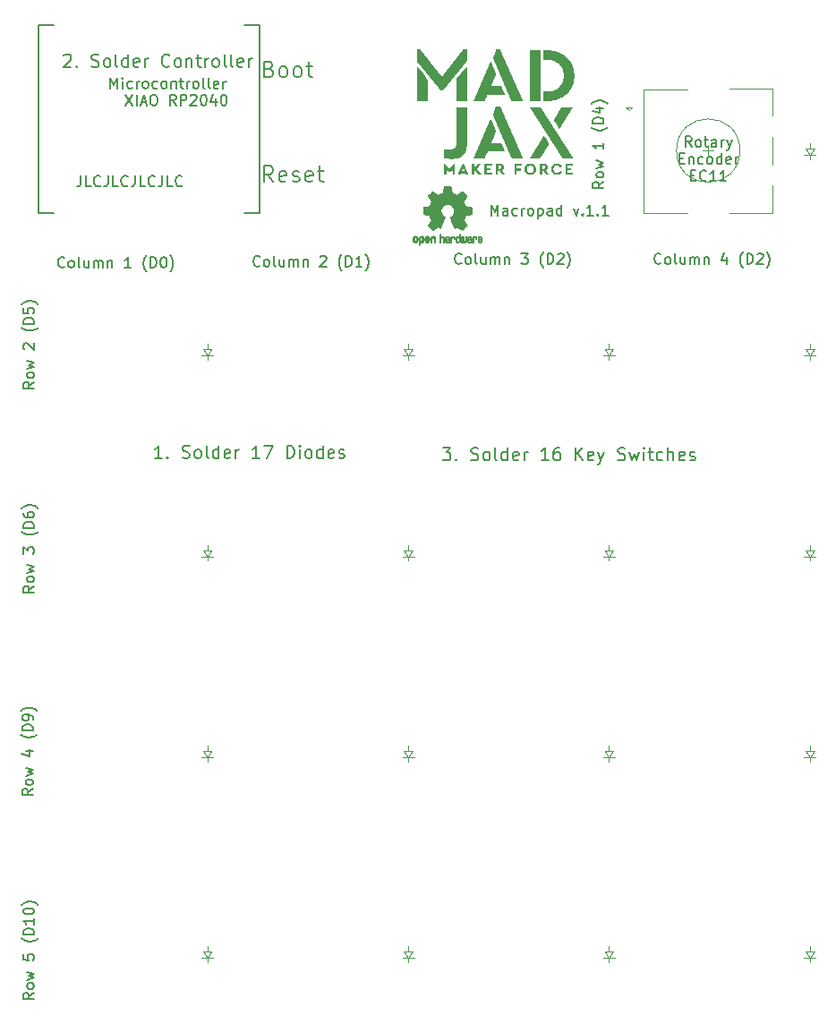
<source format=gbr>
%TF.GenerationSoftware,KiCad,Pcbnew,8.0.5*%
%TF.CreationDate,2024-10-25T18:54:30-04:00*%
%TF.ProjectId,macropad,6d616372-6f70-4616-942e-6b696361645f,v1.0.0*%
%TF.SameCoordinates,Original*%
%TF.FileFunction,Legend,Top*%
%TF.FilePolarity,Positive*%
%FSLAX46Y46*%
G04 Gerber Fmt 4.6, Leading zero omitted, Abs format (unit mm)*
G04 Created by KiCad (PCBNEW 8.0.5) date 2024-10-25 18:54:30*
%MOMM*%
%LPD*%
G01*
G04 APERTURE LIST*
%ADD10C,0.000000*%
%ADD11C,0.150000*%
%ADD12C,0.100000*%
%ADD13C,0.120000*%
%ADD14C,0.010000*%
G04 APERTURE END LIST*
D10*
G36*
X124267556Y-48382939D02*
G01*
X124379012Y-48384129D01*
X123977903Y-48878901D01*
X124430870Y-49432409D01*
X124304333Y-49433335D01*
X124275070Y-49433288D01*
X124246397Y-49432856D01*
X124218133Y-49431903D01*
X124190099Y-49430293D01*
X124188208Y-49430083D01*
X124186306Y-49429753D01*
X124184395Y-49429309D01*
X124182476Y-49428755D01*
X124180552Y-49428095D01*
X124178624Y-49427335D01*
X124174761Y-49425530D01*
X124170902Y-49423379D01*
X124167058Y-49420917D01*
X124163245Y-49418182D01*
X124159473Y-49415212D01*
X124155758Y-49412043D01*
X124152112Y-49408713D01*
X124148547Y-49405259D01*
X124145078Y-49401718D01*
X124141718Y-49398127D01*
X124138479Y-49394525D01*
X124132420Y-49387431D01*
X123933387Y-49146924D01*
X123726020Y-48895306D01*
X123726020Y-49428177D01*
X123511178Y-49428177D01*
X123511178Y-48388363D01*
X123722315Y-48388363D01*
X123722315Y-48845034D01*
X123737132Y-48850326D01*
X123851432Y-48711155D01*
X123969767Y-48566229D01*
X124029356Y-48494238D01*
X124059538Y-48458599D01*
X124090086Y-48423288D01*
X124093634Y-48419576D01*
X124097510Y-48415987D01*
X124101682Y-48412535D01*
X124106118Y-48409232D01*
X124110787Y-48406090D01*
X124115657Y-48403122D01*
X124120695Y-48400339D01*
X124125871Y-48397756D01*
X124131152Y-48395383D01*
X124136507Y-48393233D01*
X124141904Y-48391319D01*
X124147311Y-48389653D01*
X124152696Y-48388247D01*
X124158028Y-48387115D01*
X124163274Y-48386267D01*
X124168403Y-48385717D01*
X124192667Y-48384129D01*
X124217161Y-48383236D01*
X124242064Y-48382889D01*
X124267556Y-48382939D01*
G37*
G36*
X126052633Y-48385716D02*
G01*
X126100132Y-48386353D01*
X126147569Y-48387635D01*
X126194931Y-48389810D01*
X126242207Y-48393125D01*
X126271401Y-48396538D01*
X126299425Y-48401773D01*
X126326236Y-48408767D01*
X126351794Y-48417459D01*
X126376055Y-48427784D01*
X126398979Y-48439681D01*
X126420522Y-48453086D01*
X126440644Y-48467936D01*
X126459303Y-48484170D01*
X126476456Y-48501723D01*
X126492062Y-48520534D01*
X126506079Y-48540539D01*
X126518465Y-48561676D01*
X126529178Y-48583882D01*
X126538177Y-48607095D01*
X126545419Y-48631250D01*
X126551708Y-48659643D01*
X126555894Y-48687464D01*
X126557982Y-48714698D01*
X126557978Y-48741333D01*
X126555888Y-48767354D01*
X126551716Y-48792747D01*
X126545469Y-48817498D01*
X126537151Y-48841594D01*
X126526768Y-48865019D01*
X126514325Y-48887761D01*
X126499828Y-48909806D01*
X126483283Y-48931139D01*
X126464694Y-48951746D01*
X126444068Y-48971614D01*
X126421409Y-48990728D01*
X126396723Y-49009075D01*
X126395742Y-49009783D01*
X126394778Y-49010517D01*
X126393823Y-49011281D01*
X126392870Y-49012077D01*
X126390938Y-49013773D01*
X126388918Y-49015624D01*
X126384371Y-49019866D01*
X126381719Y-49022293D01*
X126378732Y-49024950D01*
X126670832Y-49432408D01*
X126549520Y-49433003D01*
X126492684Y-49432632D01*
X126464744Y-49431953D01*
X126436940Y-49430821D01*
X126435647Y-49430710D01*
X126434349Y-49430481D01*
X126433047Y-49430137D01*
X126431740Y-49429685D01*
X126430432Y-49429130D01*
X126429121Y-49428476D01*
X126427809Y-49427729D01*
X126426497Y-49426894D01*
X126425186Y-49425976D01*
X126423877Y-49424980D01*
X126421267Y-49422775D01*
X126418674Y-49420321D01*
X126416104Y-49417658D01*
X126413566Y-49414828D01*
X126411066Y-49411871D01*
X126408611Y-49408830D01*
X126406207Y-49405744D01*
X126397253Y-49393780D01*
X126308088Y-49277958D01*
X126286355Y-49248677D01*
X126265391Y-49218981D01*
X126255282Y-49203932D01*
X126245469Y-49188726D01*
X126235983Y-49173345D01*
X126226861Y-49157771D01*
X126221892Y-49149406D01*
X126216807Y-49141472D01*
X126211603Y-49133964D01*
X126206280Y-49126874D01*
X126200836Y-49120198D01*
X126195269Y-49113929D01*
X126189577Y-49108061D01*
X126183759Y-49102589D01*
X126177813Y-49097505D01*
X126171737Y-49092805D01*
X126165530Y-49088481D01*
X126159191Y-49084529D01*
X126152717Y-49080942D01*
X126146106Y-49077713D01*
X126139358Y-49074838D01*
X126132471Y-49072310D01*
X126125442Y-49070123D01*
X126118271Y-49068272D01*
X126110955Y-49066749D01*
X126103494Y-49065549D01*
X126095884Y-49064666D01*
X126088126Y-49064094D01*
X126080216Y-49063828D01*
X126072154Y-49063860D01*
X126063938Y-49064185D01*
X126055565Y-49064798D01*
X126047035Y-49065691D01*
X126038346Y-49066859D01*
X126020484Y-49069997D01*
X126001965Y-49074162D01*
X126001965Y-49429762D01*
X125790299Y-49429762D01*
X125790299Y-48878371D01*
X126005669Y-48878371D01*
X126035089Y-48876842D01*
X126064225Y-48875667D01*
X126121689Y-48873410D01*
X126150043Y-48871844D01*
X126178161Y-48869664D01*
X126206055Y-48866629D01*
X126233740Y-48862495D01*
X126240095Y-48861258D01*
X126246264Y-48859733D01*
X126252242Y-48857928D01*
X126258030Y-48855850D01*
X126263624Y-48853506D01*
X126269024Y-48850903D01*
X126274227Y-48848049D01*
X126279231Y-48844950D01*
X126284036Y-48841614D01*
X126288639Y-48838049D01*
X126293039Y-48834260D01*
X126297233Y-48830256D01*
X126301221Y-48826043D01*
X126305000Y-48821628D01*
X126308568Y-48817020D01*
X126311924Y-48812225D01*
X126315066Y-48807249D01*
X126317993Y-48802101D01*
X126320702Y-48796788D01*
X126323192Y-48791316D01*
X126325460Y-48785693D01*
X126327507Y-48779927D01*
X126329329Y-48774023D01*
X126330924Y-48767990D01*
X126332292Y-48761834D01*
X126333430Y-48755563D01*
X126334337Y-48749184D01*
X126335011Y-48742703D01*
X126335450Y-48736129D01*
X126335652Y-48729469D01*
X126335616Y-48722729D01*
X126335339Y-48715916D01*
X126334207Y-48702914D01*
X126332210Y-48690331D01*
X126329363Y-48678215D01*
X126325682Y-48666613D01*
X126321183Y-48655572D01*
X126315880Y-48645139D01*
X126312933Y-48640166D01*
X126309790Y-48635362D01*
X126306455Y-48630735D01*
X126302928Y-48626289D01*
X126299212Y-48622030D01*
X126295309Y-48617965D01*
X126291221Y-48614100D01*
X126286950Y-48610440D01*
X126282497Y-48606991D01*
X126277864Y-48603759D01*
X126273055Y-48600750D01*
X126268069Y-48597970D01*
X126262910Y-48595425D01*
X126257579Y-48593121D01*
X126252079Y-48591064D01*
X126246411Y-48589259D01*
X126240576Y-48587712D01*
X126234578Y-48586430D01*
X126228418Y-48585419D01*
X126222098Y-48584683D01*
X126195652Y-48582640D01*
X126169082Y-48581533D01*
X126142363Y-48581158D01*
X126115471Y-48581310D01*
X126061066Y-48582376D01*
X126033504Y-48582882D01*
X126005669Y-48583096D01*
X126005669Y-48878371D01*
X125790299Y-48878371D01*
X125790299Y-48583096D01*
X125790299Y-48384658D01*
X125862265Y-48384658D01*
X126052633Y-48385716D01*
G37*
G36*
X126001965Y-49430291D02*
G01*
X126001965Y-49429762D01*
X126002494Y-49429762D01*
X126001965Y-49430291D01*
G37*
G36*
X129976495Y-43040690D02*
G01*
X129982534Y-43040963D01*
X129988320Y-43041452D01*
X129993866Y-43042184D01*
X129999189Y-43043185D01*
X130004305Y-43044483D01*
X130009228Y-43046105D01*
X130013975Y-43048079D01*
X130018560Y-43050431D01*
X130023000Y-43053188D01*
X130027309Y-43056377D01*
X130031504Y-43060026D01*
X130035599Y-43064162D01*
X130039611Y-43068812D01*
X130043554Y-43074003D01*
X130047445Y-43079763D01*
X133061578Y-47815275D01*
X133063722Y-47818664D01*
X133065836Y-47822145D01*
X133067987Y-47825813D01*
X133070244Y-47829760D01*
X133081687Y-47850200D01*
X133073240Y-47851035D01*
X133065308Y-47851920D01*
X133050664Y-47853639D01*
X133043792Y-47854375D01*
X133037113Y-47854962D01*
X133030544Y-47855351D01*
X133024007Y-47855492D01*
X132103788Y-47856550D01*
X132096175Y-47856381D01*
X132088992Y-47855869D01*
X132082213Y-47855005D01*
X132075808Y-47853780D01*
X132069751Y-47852186D01*
X132064014Y-47850215D01*
X132058567Y-47847858D01*
X132053385Y-47845107D01*
X132048438Y-47841952D01*
X132043699Y-47838386D01*
X132039139Y-47834399D01*
X132034732Y-47829984D01*
X132030448Y-47825132D01*
X132026261Y-47819834D01*
X132022142Y-47814082D01*
X132018063Y-47807867D01*
X129011868Y-43096697D01*
X129008332Y-43090902D01*
X129004815Y-43084964D01*
X128997514Y-43072289D01*
X128989321Y-43057927D01*
X128979588Y-43041134D01*
X129037265Y-43041134D01*
X129970186Y-43040604D01*
X129976495Y-43040690D01*
G37*
G36*
X130308977Y-48392868D02*
G01*
X130369607Y-48395010D01*
X130430032Y-48398945D01*
X130442838Y-48400271D01*
X130455451Y-48402156D01*
X130467863Y-48404583D01*
X130480063Y-48407539D01*
X130492044Y-48411007D01*
X130503795Y-48414973D01*
X130515308Y-48419422D01*
X130526572Y-48424337D01*
X130537579Y-48429704D01*
X130548320Y-48435508D01*
X130558784Y-48441734D01*
X130568963Y-48448366D01*
X130588429Y-48462787D01*
X130606642Y-48478651D01*
X130623527Y-48495836D01*
X130639012Y-48514220D01*
X130653020Y-48533682D01*
X130665478Y-48554099D01*
X130676312Y-48575350D01*
X130685446Y-48597314D01*
X130692807Y-48619868D01*
X130698320Y-48642891D01*
X130702961Y-48669982D01*
X130705957Y-48696478D01*
X130707286Y-48722369D01*
X130706927Y-48747641D01*
X130704860Y-48772284D01*
X130701064Y-48796286D01*
X130695518Y-48819635D01*
X130688200Y-48842321D01*
X130679090Y-48864330D01*
X130668167Y-48885651D01*
X130655410Y-48906274D01*
X130640798Y-48926185D01*
X130624310Y-48945375D01*
X130605925Y-48963830D01*
X130585623Y-48981539D01*
X130563382Y-48998491D01*
X130537982Y-49017012D01*
X130537835Y-49017115D01*
X130537690Y-49017224D01*
X130537547Y-49017340D01*
X130537406Y-49017465D01*
X130537265Y-49017598D01*
X130537124Y-49017740D01*
X130536841Y-49018054D01*
X130536552Y-49018412D01*
X130536252Y-49018817D01*
X130535937Y-49019275D01*
X130535601Y-49019791D01*
X130535241Y-49020368D01*
X130534851Y-49021012D01*
X130533964Y-49022519D01*
X130531633Y-49026537D01*
X130822675Y-49432936D01*
X130822144Y-49432938D01*
X130707447Y-49433533D01*
X130655307Y-49433160D01*
X130629889Y-49432481D01*
X130604656Y-49431350D01*
X130601435Y-49430994D01*
X130598136Y-49430335D01*
X130594779Y-49429394D01*
X130591386Y-49428191D01*
X130587977Y-49426747D01*
X130584574Y-49425080D01*
X130581197Y-49423212D01*
X130577867Y-49421163D01*
X130574606Y-49418953D01*
X130571434Y-49416601D01*
X130568372Y-49414129D01*
X130565440Y-49411556D01*
X130562661Y-49408902D01*
X130560055Y-49406188D01*
X130557642Y-49403433D01*
X130555444Y-49400658D01*
X130461650Y-49280471D01*
X130438945Y-49249975D01*
X130417034Y-49219013D01*
X130406454Y-49203314D01*
X130396165Y-49187444D01*
X130386198Y-49171387D01*
X130376585Y-49155125D01*
X130371519Y-49146679D01*
X130366340Y-49138698D01*
X130361048Y-49131175D01*
X130355641Y-49124099D01*
X130350119Y-49117463D01*
X130344482Y-49111256D01*
X130338727Y-49105472D01*
X130332855Y-49100100D01*
X130326864Y-49095131D01*
X130320754Y-49090558D01*
X130314523Y-49086371D01*
X130308171Y-49082562D01*
X130301697Y-49079121D01*
X130295100Y-49076040D01*
X130288380Y-49073309D01*
X130281534Y-49070921D01*
X130274563Y-49068866D01*
X130267466Y-49067136D01*
X130260241Y-49065721D01*
X130252888Y-49064613D01*
X130245406Y-49063804D01*
X130237794Y-49063283D01*
X130230051Y-49063043D01*
X130222177Y-49063074D01*
X130206029Y-49063917D01*
X130189345Y-49065740D01*
X130172116Y-49068473D01*
X130154336Y-49072045D01*
X130154336Y-49428174D01*
X129940553Y-49428174D01*
X129940553Y-48875197D01*
X130155924Y-48875197D01*
X130156452Y-48874667D01*
X130243764Y-48874866D01*
X130285337Y-48874890D01*
X130326315Y-48874667D01*
X130329397Y-48874619D01*
X130332490Y-48874478D01*
X130335591Y-48874252D01*
X130338701Y-48873948D01*
X130344937Y-48873133D01*
X130351186Y-48872088D01*
X130357435Y-48870869D01*
X130363671Y-48869533D01*
X130376057Y-48866730D01*
X130382848Y-48864944D01*
X130389431Y-48862961D01*
X130395804Y-48860782D01*
X130401966Y-48858409D01*
X130407916Y-48855842D01*
X130413653Y-48853083D01*
X130419176Y-48850133D01*
X130424484Y-48846994D01*
X130429575Y-48843666D01*
X130434449Y-48840151D01*
X130439105Y-48836450D01*
X130443541Y-48832564D01*
X130447757Y-48828496D01*
X130451751Y-48824245D01*
X130455522Y-48819813D01*
X130459070Y-48815202D01*
X130462393Y-48810413D01*
X130465490Y-48805446D01*
X130468360Y-48800304D01*
X130471002Y-48794987D01*
X130473415Y-48789497D01*
X130475598Y-48783836D01*
X130477550Y-48778003D01*
X130479269Y-48772001D01*
X130480755Y-48765830D01*
X130482007Y-48759493D01*
X130483024Y-48752990D01*
X130483803Y-48746323D01*
X130484346Y-48739492D01*
X130484649Y-48732500D01*
X130484713Y-48725347D01*
X130484536Y-48718034D01*
X130484161Y-48711098D01*
X130483535Y-48704281D01*
X130482660Y-48697590D01*
X130481538Y-48691030D01*
X130480172Y-48684607D01*
X130478565Y-48678325D01*
X130476720Y-48672191D01*
X130474639Y-48666209D01*
X130472324Y-48660385D01*
X130469779Y-48654725D01*
X130467006Y-48649234D01*
X130464007Y-48643918D01*
X130460785Y-48638781D01*
X130457344Y-48633830D01*
X130453684Y-48629069D01*
X130449810Y-48624504D01*
X130445723Y-48620141D01*
X130441426Y-48615985D01*
X130436922Y-48612041D01*
X130432214Y-48608315D01*
X130427304Y-48604812D01*
X130422194Y-48601538D01*
X130416888Y-48598498D01*
X130411387Y-48595698D01*
X130405696Y-48593142D01*
X130399815Y-48590837D01*
X130393748Y-48588788D01*
X130387498Y-48587000D01*
X130381066Y-48585478D01*
X130374456Y-48584229D01*
X130367671Y-48583257D01*
X130360712Y-48582568D01*
X130335678Y-48581003D01*
X130310557Y-48580170D01*
X130285312Y-48579907D01*
X130259906Y-48580054D01*
X130208461Y-48580931D01*
X130155924Y-48581509D01*
X130155924Y-48875197D01*
X129940553Y-48875197D01*
X129940553Y-48581509D01*
X129940553Y-48395770D01*
X130064287Y-48394406D01*
X130187079Y-48392397D01*
X130248137Y-48392127D01*
X130308977Y-48392868D01*
G37*
G36*
X123511178Y-49428705D02*
G01*
X123510649Y-49428177D01*
X123511178Y-49428177D01*
X123511178Y-49428705D01*
G37*
G36*
X122799900Y-37565369D02*
G01*
X122811620Y-37565846D01*
X122840651Y-37567411D01*
X122869837Y-37568244D01*
X122899233Y-37568506D01*
X122928897Y-37568359D01*
X122989246Y-37567483D01*
X123051333Y-37566904D01*
X123051332Y-37566905D01*
X123051332Y-37636755D01*
X123051530Y-38140852D01*
X123049744Y-38645347D01*
X123049585Y-38651871D01*
X123049111Y-38658525D01*
X123048332Y-38665277D01*
X123047256Y-38672094D01*
X123045891Y-38678946D01*
X123044247Y-38685800D01*
X123042332Y-38692624D01*
X123040153Y-38699388D01*
X123037721Y-38706058D01*
X123035042Y-38712603D01*
X123032127Y-38718992D01*
X123028983Y-38725193D01*
X123025619Y-38731173D01*
X123022043Y-38736902D01*
X123018264Y-38742346D01*
X123014290Y-38747476D01*
X120897624Y-41366851D01*
X120891766Y-41373828D01*
X120885881Y-41380279D01*
X120879944Y-41386211D01*
X120873927Y-41391631D01*
X120867805Y-41396545D01*
X120861552Y-41400960D01*
X120858367Y-41402983D01*
X120855140Y-41404884D01*
X120851867Y-41406664D01*
X120848544Y-41408324D01*
X120845168Y-41409864D01*
X120841737Y-41411286D01*
X120838246Y-41412590D01*
X120834692Y-41413778D01*
X120831073Y-41414850D01*
X120827385Y-41415806D01*
X120823624Y-41416649D01*
X120819787Y-41417378D01*
X120811873Y-41418500D01*
X120803616Y-41419179D01*
X120794991Y-41419423D01*
X120785970Y-41419238D01*
X120769968Y-41418788D01*
X120753750Y-41418936D01*
X120720891Y-41420495D01*
X120655067Y-41424926D01*
X120638920Y-41425531D01*
X120623008Y-41425666D01*
X120607390Y-41425201D01*
X120592121Y-41424000D01*
X120577259Y-41421932D01*
X120562859Y-41418862D01*
X120548978Y-41414657D01*
X120542251Y-41412087D01*
X120535674Y-41409184D01*
X120529252Y-41405944D01*
X120522977Y-41402388D01*
X120516845Y-41398530D01*
X120510848Y-41394383D01*
X120504978Y-41389964D01*
X120499231Y-41385287D01*
X120488074Y-41375218D01*
X120477323Y-41364292D01*
X120466925Y-41352629D01*
X120456826Y-41340346D01*
X120446972Y-41327560D01*
X120437311Y-41314390D01*
X120427789Y-41300953D01*
X120408947Y-41273750D01*
X120390018Y-41246895D01*
X120380387Y-41233892D01*
X120370574Y-41221330D01*
X118367678Y-38746417D01*
X118364718Y-38742644D01*
X118361802Y-38738679D01*
X118358951Y-38734542D01*
X118356186Y-38730253D01*
X118353525Y-38725830D01*
X118350991Y-38721293D01*
X118348602Y-38716662D01*
X118346379Y-38711955D01*
X118344343Y-38707193D01*
X118342512Y-38702394D01*
X118340908Y-38697578D01*
X118339550Y-38692764D01*
X118338459Y-38687973D01*
X118337654Y-38683222D01*
X118337157Y-38678532D01*
X118336987Y-38673921D01*
X118335928Y-38134965D01*
X118336458Y-37596009D01*
X118336482Y-37594822D01*
X118336555Y-37593632D01*
X118336674Y-37592423D01*
X118336838Y-37591180D01*
X118337045Y-37589888D01*
X118337295Y-37588530D01*
X118337913Y-37585558D01*
X118339583Y-37578149D01*
X118340610Y-37573465D01*
X118341749Y-37567963D01*
X118491371Y-37567235D01*
X118566628Y-37567740D01*
X118604239Y-37568621D01*
X118641787Y-37570079D01*
X118643579Y-37570252D01*
X118645381Y-37570568D01*
X118647193Y-37571020D01*
X118649012Y-37571603D01*
X118650837Y-37572311D01*
X118652666Y-37573137D01*
X118654498Y-37574077D01*
X118656330Y-37575123D01*
X118658162Y-37576270D01*
X118659992Y-37577512D01*
X118663637Y-37580256D01*
X118667252Y-37583306D01*
X118670825Y-37586616D01*
X118674342Y-37590136D01*
X118677790Y-37593820D01*
X118681155Y-37597618D01*
X118684426Y-37601482D01*
X118690628Y-37609219D01*
X118696291Y-37616646D01*
X120316070Y-39698917D01*
X120690720Y-40180458D01*
X120883866Y-39933867D01*
X122669274Y-37634638D01*
X122676622Y-37625534D01*
X122684007Y-37617075D01*
X122691465Y-37609259D01*
X122699031Y-37602086D01*
X122706744Y-37595554D01*
X122710666Y-37592529D01*
X122714639Y-37589664D01*
X122718666Y-37586958D01*
X122722752Y-37584413D01*
X122726902Y-37582028D01*
X122731120Y-37579803D01*
X122735412Y-37577737D01*
X122739780Y-37575831D01*
X122744231Y-37574084D01*
X122748768Y-37572497D01*
X122753396Y-37571069D01*
X122758120Y-37569800D01*
X122762944Y-37568690D01*
X122767873Y-37567739D01*
X122772911Y-37566947D01*
X122778063Y-37566314D01*
X122783333Y-37565840D01*
X122788726Y-37565524D01*
X122794247Y-37565367D01*
X122799900Y-37565369D01*
G37*
G36*
X125445281Y-44412734D02*
G01*
X125629960Y-44836465D01*
X125816226Y-45259401D01*
X125819923Y-45268130D01*
X125823083Y-45276673D01*
X125825712Y-45285055D01*
X125827818Y-45293301D01*
X125829410Y-45301435D01*
X125830495Y-45309482D01*
X125831081Y-45317467D01*
X125831175Y-45325415D01*
X125830786Y-45333350D01*
X125829921Y-45341298D01*
X125828587Y-45349283D01*
X125826793Y-45357330D01*
X125824547Y-45365464D01*
X125821855Y-45373709D01*
X125818726Y-45382091D01*
X125815168Y-45390634D01*
X125610049Y-45867546D01*
X125406123Y-46345252D01*
X125399508Y-46361242D01*
X125392893Y-46377927D01*
X125378076Y-46416159D01*
X125379136Y-46415630D01*
X126265490Y-46415630D01*
X126271326Y-46415668D01*
X126276931Y-46415814D01*
X126282310Y-46416111D01*
X126287467Y-46416605D01*
X126292407Y-46417341D01*
X126297135Y-46418364D01*
X126301655Y-46419719D01*
X126303838Y-46420535D01*
X126305971Y-46421450D01*
X126308055Y-46422471D01*
X126310090Y-46423604D01*
X126312076Y-46424852D01*
X126314014Y-46426223D01*
X126315905Y-46427722D01*
X126317750Y-46429355D01*
X126319548Y-46431126D01*
X126321300Y-46433043D01*
X126323008Y-46435109D01*
X126324672Y-46437332D01*
X126326291Y-46439716D01*
X126327868Y-46442268D01*
X126329401Y-46444992D01*
X126330893Y-46447895D01*
X126332343Y-46450982D01*
X126333753Y-46454259D01*
X126492238Y-46824014D01*
X126652311Y-47192976D01*
X126652982Y-47194682D01*
X126653610Y-47196431D01*
X126654203Y-47198228D01*
X126654767Y-47200078D01*
X126655836Y-47203961D01*
X126656875Y-47208123D01*
X126659083Y-47217457D01*
X126660363Y-47222717D01*
X126661836Y-47228429D01*
X126588810Y-47228429D01*
X125077510Y-47227371D01*
X125069351Y-47227530D01*
X125061721Y-47228022D01*
X125054592Y-47228871D01*
X125047935Y-47230100D01*
X125041721Y-47231732D01*
X125038772Y-47232706D01*
X125035922Y-47233790D01*
X125033169Y-47234986D01*
X125030509Y-47236297D01*
X125027938Y-47237727D01*
X125025454Y-47239278D01*
X125023051Y-47240952D01*
X125020727Y-47242754D01*
X125018477Y-47244686D01*
X125016300Y-47246750D01*
X125014190Y-47248950D01*
X125012144Y-47251289D01*
X125010159Y-47253769D01*
X125008231Y-47256393D01*
X125004532Y-47262086D01*
X125001018Y-47268392D01*
X124997660Y-47275334D01*
X124994431Y-47282934D01*
X124940555Y-47414829D01*
X124885687Y-47546327D01*
X124775356Y-47808926D01*
X124773067Y-47814356D01*
X124770741Y-47819525D01*
X124768338Y-47824419D01*
X124765822Y-47829026D01*
X124763154Y-47833332D01*
X124760296Y-47837324D01*
X124758784Y-47839198D01*
X124757210Y-47840989D01*
X124755570Y-47842695D01*
X124753858Y-47844314D01*
X124752071Y-47845844D01*
X124750202Y-47847285D01*
X124748249Y-47848634D01*
X124746205Y-47849890D01*
X124744066Y-47851050D01*
X124741828Y-47852114D01*
X124739485Y-47853080D01*
X124737033Y-47853946D01*
X124734466Y-47854711D01*
X124731782Y-47855372D01*
X124728973Y-47855928D01*
X124726037Y-47856378D01*
X124722968Y-47856720D01*
X124719761Y-47856952D01*
X124716411Y-47857073D01*
X124712914Y-47857080D01*
X123735014Y-47856021D01*
X123733126Y-47855997D01*
X123731224Y-47855926D01*
X123727316Y-47855657D01*
X123723173Y-47855240D01*
X123718676Y-47854698D01*
X123708150Y-47853342D01*
X123701886Y-47852577D01*
X123694797Y-47851788D01*
X125322514Y-44130689D01*
X125445281Y-44412734D01*
G37*
G36*
X126134046Y-37565866D02*
G01*
X126141164Y-37566508D01*
X126147843Y-37567591D01*
X126151026Y-37568302D01*
X126154109Y-37569130D01*
X126157096Y-37570075D01*
X126159990Y-37571139D01*
X126162794Y-37572325D01*
X126165513Y-37573633D01*
X126168148Y-37575067D01*
X126170705Y-37576628D01*
X126173185Y-37578317D01*
X126175592Y-37580137D01*
X126177931Y-37582089D01*
X126180204Y-37584176D01*
X126182414Y-37586398D01*
X126184565Y-37588759D01*
X126188704Y-37593900D01*
X126192648Y-37599616D01*
X126196424Y-37605919D01*
X126200058Y-37612826D01*
X126203579Y-37620350D01*
X127200000Y-39900000D01*
X128291142Y-42393963D01*
X128304966Y-42427036D01*
X128312945Y-42446053D01*
X128322362Y-42468046D01*
X127512207Y-42468046D01*
X127420132Y-42466988D01*
X127397114Y-42466909D01*
X127374095Y-42467153D01*
X127351076Y-42467844D01*
X127328058Y-42469104D01*
X127319724Y-42469451D01*
X127311964Y-42469300D01*
X127308288Y-42469036D01*
X127304743Y-42468647D01*
X127301324Y-42468133D01*
X127298028Y-42467492D01*
X127294849Y-42466725D01*
X127291784Y-42465831D01*
X127288828Y-42464811D01*
X127285977Y-42463663D01*
X127283227Y-42462388D01*
X127280573Y-42460984D01*
X127278011Y-42459453D01*
X127275538Y-42457793D01*
X127273148Y-42456005D01*
X127270838Y-42454088D01*
X127268603Y-42452041D01*
X127266439Y-42449865D01*
X127264341Y-42447559D01*
X127262306Y-42445123D01*
X127258406Y-42439860D01*
X127254704Y-42434072D01*
X127251167Y-42427758D01*
X127247760Y-42420915D01*
X127244449Y-42413542D01*
X126455991Y-40581567D01*
X125522541Y-38419392D01*
X125519007Y-38410762D01*
X125515945Y-38402317D01*
X125513358Y-38394032D01*
X125511246Y-38385881D01*
X125509613Y-38377838D01*
X125508458Y-38369879D01*
X125507784Y-38361977D01*
X125507592Y-38354106D01*
X125507884Y-38346242D01*
X125508661Y-38338358D01*
X125509924Y-38330430D01*
X125511677Y-38322431D01*
X125513919Y-38314335D01*
X125516652Y-38306118D01*
X125519879Y-38297754D01*
X125523600Y-38289217D01*
X125599552Y-38121943D01*
X125674412Y-37954321D01*
X125822050Y-37618234D01*
X125825267Y-37611343D01*
X125828588Y-37604957D01*
X125832042Y-37599070D01*
X125835659Y-37593677D01*
X125837538Y-37591165D01*
X125839469Y-37588774D01*
X125841455Y-37586505D01*
X125843500Y-37584357D01*
X125845607Y-37582328D01*
X125847782Y-37580420D01*
X125850026Y-37578630D01*
X125852345Y-37576959D01*
X125854740Y-37575405D01*
X125857217Y-37573969D01*
X125859779Y-37572649D01*
X125862430Y-37571446D01*
X125865172Y-37570358D01*
X125868011Y-37569385D01*
X125870949Y-37568526D01*
X125873991Y-37567781D01*
X125877139Y-37567149D01*
X125880399Y-37566630D01*
X125883772Y-37566223D01*
X125887264Y-37565927D01*
X125890877Y-37565742D01*
X125894615Y-37565667D01*
X125902483Y-37565846D01*
X125929471Y-37567214D01*
X125956458Y-37568153D01*
X125983446Y-37568683D01*
X126010433Y-37568823D01*
X126037421Y-37568590D01*
X126064408Y-37568004D01*
X126091396Y-37567083D01*
X126118383Y-37565846D01*
X126126462Y-37565650D01*
X126134046Y-37565866D01*
G37*
G36*
X123207965Y-49433466D02*
G01*
X123207774Y-49432946D01*
X123208495Y-49432938D01*
X123207965Y-49433466D01*
G37*
G36*
X123047099Y-42465401D02*
G01*
X123047099Y-42464342D01*
X123047628Y-42464342D01*
X123047099Y-42465401D01*
G37*
G36*
X129075181Y-48367979D02*
G01*
X129103678Y-48370107D01*
X129131721Y-48373550D01*
X129159277Y-48378277D01*
X129186315Y-48384257D01*
X129212802Y-48391459D01*
X129238706Y-48399852D01*
X129263996Y-48409406D01*
X129288640Y-48420089D01*
X129312605Y-48431870D01*
X129335860Y-48444719D01*
X129358372Y-48458605D01*
X129380110Y-48473496D01*
X129401041Y-48489362D01*
X129421135Y-48506173D01*
X129440358Y-48523896D01*
X129458678Y-48542501D01*
X129476065Y-48561958D01*
X129492485Y-48582234D01*
X129507907Y-48603301D01*
X129522299Y-48625125D01*
X129535628Y-48647678D01*
X129547864Y-48670927D01*
X129558973Y-48694841D01*
X129568925Y-48719391D01*
X129577686Y-48744544D01*
X129585226Y-48770271D01*
X129591511Y-48796540D01*
X129596510Y-48823319D01*
X129600192Y-48850580D01*
X129602523Y-48878289D01*
X129603473Y-48906417D01*
X129602995Y-48934557D01*
X129601087Y-48962302D01*
X129597783Y-48989620D01*
X129593115Y-49016477D01*
X129587119Y-49042841D01*
X129579826Y-49068681D01*
X129571271Y-49093963D01*
X129561487Y-49118654D01*
X129550508Y-49142724D01*
X129538368Y-49166139D01*
X129525099Y-49188866D01*
X129510735Y-49210873D01*
X129495310Y-49232128D01*
X129478858Y-49252599D01*
X129461411Y-49272252D01*
X129443004Y-49291055D01*
X129423670Y-49308977D01*
X129403442Y-49325984D01*
X129382354Y-49342043D01*
X129360439Y-49357124D01*
X129337732Y-49371192D01*
X129314265Y-49384216D01*
X129290073Y-49396163D01*
X129265187Y-49407001D01*
X129239643Y-49416697D01*
X129213474Y-49425218D01*
X129186713Y-49432533D01*
X129159393Y-49438609D01*
X129131549Y-49443414D01*
X129103213Y-49446914D01*
X129074420Y-49449077D01*
X129045203Y-49449872D01*
X129044673Y-49449871D01*
X129015801Y-49449279D01*
X128987349Y-49447327D01*
X128959349Y-49444045D01*
X128931834Y-49439464D01*
X128904835Y-49433617D01*
X128878385Y-49426534D01*
X128852516Y-49418247D01*
X128827260Y-49408786D01*
X128802650Y-49398184D01*
X128778719Y-49386471D01*
X128755497Y-49373679D01*
X128733018Y-49359839D01*
X128711314Y-49344983D01*
X128690416Y-49329141D01*
X128670358Y-49312345D01*
X128651172Y-49294627D01*
X128632889Y-49276017D01*
X128615543Y-49256547D01*
X128599164Y-49236248D01*
X128583787Y-49215152D01*
X128569442Y-49193289D01*
X128556163Y-49170692D01*
X128543980Y-49147390D01*
X128532928Y-49123417D01*
X128523038Y-49098802D01*
X128514341Y-49073578D01*
X128506871Y-49047775D01*
X128500660Y-49021425D01*
X128495740Y-48994560D01*
X128492144Y-48967209D01*
X128489902Y-48939406D01*
X128489049Y-48911180D01*
X128489198Y-48903771D01*
X128713944Y-48903771D01*
X128714061Y-48922315D01*
X128714996Y-48940528D01*
X128716734Y-48958395D01*
X128719258Y-48975898D01*
X128722553Y-48993021D01*
X128726603Y-49009748D01*
X128731392Y-49026060D01*
X128736905Y-49041942D01*
X128743126Y-49057377D01*
X128750039Y-49072347D01*
X128757627Y-49086837D01*
X128765876Y-49100829D01*
X128774770Y-49114307D01*
X128784292Y-49127254D01*
X128794427Y-49139653D01*
X128805160Y-49151488D01*
X128816473Y-49162741D01*
X128828353Y-49173396D01*
X128840782Y-49183436D01*
X128853745Y-49192844D01*
X128867226Y-49201604D01*
X128881210Y-49209699D01*
X128895680Y-49217112D01*
X128910621Y-49223826D01*
X128926017Y-49229825D01*
X128941852Y-49235092D01*
X128958111Y-49239609D01*
X128974777Y-49243361D01*
X128991835Y-49246330D01*
X129009269Y-49248500D01*
X129027064Y-49249854D01*
X129045203Y-49250375D01*
X129062729Y-49250057D01*
X129079974Y-49248917D01*
X129096920Y-49246970D01*
X129113549Y-49244235D01*
X129129843Y-49240730D01*
X129145786Y-49236471D01*
X129161358Y-49231475D01*
X129176543Y-49225761D01*
X129191323Y-49219346D01*
X129205679Y-49212246D01*
X129219594Y-49204479D01*
X129233051Y-49196063D01*
X129246032Y-49187015D01*
X129258518Y-49177351D01*
X129270493Y-49167091D01*
X129281938Y-49156250D01*
X129292836Y-49144847D01*
X129303169Y-49132898D01*
X129312919Y-49120421D01*
X129322069Y-49107434D01*
X129330601Y-49093953D01*
X129338496Y-49079996D01*
X129345739Y-49065580D01*
X129352309Y-49050723D01*
X129358191Y-49035442D01*
X129363366Y-49019754D01*
X129367816Y-49003677D01*
X129371524Y-48987228D01*
X129374471Y-48970425D01*
X129376642Y-48953284D01*
X129378016Y-48935823D01*
X129378577Y-48918060D01*
X129378330Y-48899141D01*
X129377300Y-48880593D01*
X129375500Y-48862432D01*
X129372944Y-48844672D01*
X129369646Y-48827327D01*
X129365619Y-48810413D01*
X129360878Y-48793945D01*
X129355435Y-48777937D01*
X129349304Y-48762405D01*
X129342500Y-48747362D01*
X129335036Y-48732824D01*
X129326925Y-48718806D01*
X129318181Y-48705322D01*
X129308818Y-48692388D01*
X129298849Y-48680017D01*
X129288288Y-48668226D01*
X129277150Y-48657028D01*
X129265446Y-48646439D01*
X129253192Y-48636474D01*
X129240400Y-48627146D01*
X129227085Y-48618472D01*
X129213259Y-48610466D01*
X129198938Y-48603142D01*
X129184134Y-48596516D01*
X129168860Y-48590602D01*
X129153132Y-48585415D01*
X129136962Y-48580971D01*
X129120364Y-48577283D01*
X129103351Y-48574367D01*
X129085938Y-48572237D01*
X129068138Y-48570909D01*
X129049965Y-48570396D01*
X129031785Y-48570696D01*
X129013961Y-48571786D01*
X128996510Y-48573651D01*
X128979444Y-48576278D01*
X128962777Y-48579654D01*
X128946523Y-48583764D01*
X128930696Y-48588595D01*
X128915309Y-48594134D01*
X128900377Y-48600367D01*
X128885912Y-48607280D01*
X128871930Y-48614859D01*
X128858442Y-48623091D01*
X128845465Y-48631962D01*
X128833010Y-48641458D01*
X128821091Y-48651566D01*
X128809724Y-48662273D01*
X128798921Y-48673564D01*
X128788695Y-48685425D01*
X128779062Y-48697844D01*
X128770034Y-48710806D01*
X128761626Y-48724298D01*
X128753850Y-48738306D01*
X128746722Y-48752817D01*
X128740254Y-48767817D01*
X128734461Y-48783291D01*
X128729355Y-48799228D01*
X128724952Y-48815612D01*
X128721264Y-48832430D01*
X128718305Y-48849669D01*
X128716090Y-48867314D01*
X128714632Y-48885353D01*
X128713944Y-48903771D01*
X128489198Y-48903771D01*
X128489620Y-48882800D01*
X128491609Y-48854830D01*
X128494983Y-48827303D01*
X128499709Y-48800251D01*
X128505753Y-48773708D01*
X128513082Y-48747704D01*
X128521664Y-48722273D01*
X128531465Y-48697446D01*
X128542451Y-48673257D01*
X128554591Y-48649737D01*
X128567850Y-48626919D01*
X128582196Y-48604836D01*
X128597596Y-48583519D01*
X128614015Y-48563001D01*
X128631422Y-48543314D01*
X128649783Y-48524491D01*
X128669064Y-48506564D01*
X128689234Y-48489566D01*
X128710258Y-48473528D01*
X128732103Y-48458484D01*
X128754737Y-48444465D01*
X128778126Y-48431504D01*
X128802237Y-48419633D01*
X128827037Y-48408885D01*
X128852493Y-48399292D01*
X128878571Y-48390886D01*
X128905239Y-48383700D01*
X128932463Y-48377765D01*
X128960211Y-48373116D01*
X128988448Y-48369783D01*
X129017143Y-48367799D01*
X129046261Y-48367197D01*
X129075181Y-48367979D01*
G37*
G36*
X122696868Y-48366689D02*
G01*
X122700156Y-48367044D01*
X122703615Y-48367680D01*
X122707254Y-48368608D01*
X122711078Y-48369841D01*
X122715365Y-48371499D01*
X122719676Y-48373482D01*
X122723985Y-48375767D01*
X122728267Y-48378332D01*
X122732497Y-48381155D01*
X122736648Y-48384212D01*
X122740696Y-48387482D01*
X122744614Y-48390941D01*
X122748377Y-48394568D01*
X122751959Y-48398340D01*
X122755335Y-48402235D01*
X122758480Y-48406229D01*
X122761367Y-48410301D01*
X122763971Y-48414428D01*
X122766266Y-48418588D01*
X122768228Y-48422758D01*
X123185211Y-49373670D01*
X123187925Y-49380060D01*
X123190552Y-49386585D01*
X123193155Y-49393334D01*
X123195794Y-49400393D01*
X123207774Y-49432946D01*
X123101801Y-49434194D01*
X123076229Y-49434152D01*
X123050960Y-49433607D01*
X123025927Y-49432380D01*
X123001061Y-49430291D01*
X122999364Y-49430052D01*
X122997649Y-49429638D01*
X122995919Y-49429056D01*
X122994177Y-49428314D01*
X122992427Y-49427420D01*
X122990672Y-49426381D01*
X122988916Y-49425205D01*
X122987162Y-49423900D01*
X122985414Y-49422473D01*
X122983674Y-49420932D01*
X122981947Y-49419285D01*
X122980235Y-49417539D01*
X122976871Y-49413781D01*
X122973611Y-49409720D01*
X122970481Y-49405417D01*
X122967508Y-49400934D01*
X122964720Y-49396331D01*
X122962143Y-49391670D01*
X122959805Y-49387013D01*
X122957733Y-49382419D01*
X122955954Y-49377951D01*
X122954495Y-49373670D01*
X122950838Y-49362529D01*
X122948867Y-49357306D01*
X122946796Y-49352310D01*
X122944623Y-49347540D01*
X122942343Y-49342992D01*
X122939955Y-49338664D01*
X122937454Y-49334553D01*
X122934838Y-49330657D01*
X122932103Y-49326973D01*
X122929246Y-49323499D01*
X122926264Y-49320232D01*
X122923154Y-49317168D01*
X122919912Y-49314307D01*
X122916536Y-49311644D01*
X122913021Y-49309178D01*
X122909366Y-49306906D01*
X122905567Y-49304824D01*
X122901619Y-49302932D01*
X122897522Y-49301225D01*
X122893270Y-49299702D01*
X122888861Y-49298359D01*
X122884292Y-49297194D01*
X122879560Y-49296205D01*
X122874661Y-49295389D01*
X122869592Y-49294743D01*
X122864350Y-49294264D01*
X122858932Y-49293951D01*
X122847554Y-49293808D01*
X122835433Y-49294295D01*
X122793541Y-49296338D01*
X122751626Y-49297445D01*
X122709710Y-49297820D01*
X122667819Y-49297668D01*
X122500999Y-49295882D01*
X122496353Y-49304972D01*
X122491912Y-49314496D01*
X122483470Y-49334363D01*
X122475326Y-49354502D01*
X122467132Y-49373935D01*
X122462908Y-49383079D01*
X122458542Y-49391680D01*
X122453989Y-49399614D01*
X122449207Y-49406759D01*
X122444152Y-49412993D01*
X122441508Y-49415730D01*
X122438780Y-49418192D01*
X122435963Y-49420366D01*
X122433049Y-49422235D01*
X122430036Y-49423785D01*
X122426915Y-49424999D01*
X122414682Y-49428378D01*
X122402200Y-49431023D01*
X122389478Y-49433004D01*
X122376529Y-49434392D01*
X122363363Y-49435260D01*
X122349990Y-49435678D01*
X122336422Y-49435718D01*
X122322670Y-49435451D01*
X122294655Y-49434281D01*
X122266032Y-49432739D01*
X122236889Y-49431395D01*
X122207311Y-49430821D01*
X122219788Y-49401278D01*
X122231322Y-49373472D01*
X122242360Y-49346956D01*
X122253349Y-49321282D01*
X122344360Y-49113850D01*
X122576141Y-49113850D01*
X122841253Y-49113850D01*
X122708169Y-48774801D01*
X122576141Y-49113850D01*
X122344360Y-49113850D01*
X122647578Y-48422758D01*
X122656979Y-48400351D01*
X122659513Y-48394838D01*
X122662228Y-48389550D01*
X122665177Y-48384582D01*
X122668414Y-48380027D01*
X122670157Y-48377935D01*
X122671992Y-48375981D01*
X122673925Y-48374179D01*
X122675964Y-48372538D01*
X122678115Y-48371073D01*
X122680384Y-48369793D01*
X122682779Y-48368712D01*
X122685306Y-48367840D01*
X122687972Y-48367190D01*
X122690783Y-48366774D01*
X122693746Y-48366603D01*
X122696868Y-48366689D01*
G37*
G36*
X131625975Y-48368933D02*
G01*
X131670532Y-48374340D01*
X131714016Y-48383036D01*
X131756186Y-48394929D01*
X131796804Y-48409927D01*
X131835630Y-48427938D01*
X131872425Y-48448872D01*
X131906948Y-48472637D01*
X131938960Y-48499141D01*
X131968223Y-48528293D01*
X131994495Y-48560001D01*
X132006436Y-48576785D01*
X132017539Y-48594174D01*
X132027775Y-48612157D01*
X132037113Y-48630721D01*
X131882067Y-48741317D01*
X131881536Y-48741846D01*
X131865563Y-48724019D01*
X131849308Y-48707153D01*
X131832795Y-48691250D01*
X131816046Y-48676312D01*
X131799085Y-48662341D01*
X131781934Y-48649340D01*
X131764615Y-48637311D01*
X131747152Y-48626256D01*
X131729568Y-48616178D01*
X131711884Y-48607079D01*
X131694124Y-48598961D01*
X131676311Y-48591827D01*
X131658467Y-48585679D01*
X131640616Y-48580519D01*
X131622779Y-48576350D01*
X131604980Y-48573174D01*
X131587241Y-48570993D01*
X131569586Y-48569810D01*
X131552037Y-48569627D01*
X131534616Y-48570446D01*
X131517347Y-48572269D01*
X131500253Y-48575100D01*
X131483355Y-48578939D01*
X131466677Y-48583790D01*
X131450242Y-48589656D01*
X131434072Y-48596537D01*
X131418191Y-48604437D01*
X131402620Y-48613358D01*
X131387383Y-48623302D01*
X131372502Y-48634271D01*
X131358001Y-48646268D01*
X131343902Y-48659296D01*
X131331703Y-48671922D01*
X131320306Y-48685167D01*
X131309711Y-48698988D01*
X131299916Y-48713344D01*
X131290922Y-48728193D01*
X131282728Y-48743492D01*
X131275333Y-48759200D01*
X131268736Y-48775274D01*
X131262937Y-48791673D01*
X131257934Y-48808356D01*
X131253728Y-48825279D01*
X131250317Y-48842401D01*
X131247702Y-48859680D01*
X131245880Y-48877074D01*
X131244853Y-48894541D01*
X131244618Y-48912039D01*
X131245175Y-48929526D01*
X131246523Y-48946961D01*
X131248663Y-48964300D01*
X131251593Y-48981503D01*
X131255312Y-48998528D01*
X131259820Y-49015332D01*
X131265116Y-49031873D01*
X131271200Y-49048109D01*
X131278070Y-49063999D01*
X131285727Y-49079501D01*
X131294169Y-49094572D01*
X131303395Y-49109171D01*
X131313406Y-49123256D01*
X131324200Y-49136784D01*
X131335777Y-49149714D01*
X131348136Y-49162004D01*
X131362617Y-49174835D01*
X131377468Y-49186638D01*
X131392667Y-49197418D01*
X131408189Y-49207175D01*
X131424014Y-49215912D01*
X131440116Y-49223632D01*
X131456472Y-49230337D01*
X131473061Y-49236030D01*
X131489858Y-49240712D01*
X131506841Y-49244387D01*
X131523985Y-49247057D01*
X131541269Y-49248725D01*
X131558668Y-49249391D01*
X131576161Y-49249060D01*
X131593723Y-49247734D01*
X131611331Y-49245414D01*
X131628962Y-49242104D01*
X131646594Y-49237805D01*
X131664203Y-49232521D01*
X131681765Y-49226254D01*
X131699258Y-49219005D01*
X131716658Y-49210778D01*
X131733943Y-49201575D01*
X131751089Y-49191398D01*
X131768073Y-49180250D01*
X131784872Y-49168133D01*
X131801462Y-49155049D01*
X131817821Y-49141002D01*
X131833925Y-49125993D01*
X131849752Y-49110025D01*
X131865277Y-49093100D01*
X131880479Y-49075221D01*
X132036582Y-49185288D01*
X132028159Y-49203050D01*
X132018786Y-49220312D01*
X132008497Y-49237061D01*
X131997326Y-49253282D01*
X131985305Y-49268961D01*
X131972469Y-49284086D01*
X131958850Y-49298643D01*
X131944483Y-49312619D01*
X131929400Y-49325999D01*
X131913634Y-49338770D01*
X131897221Y-49350918D01*
X131880192Y-49362431D01*
X131862581Y-49373294D01*
X131844422Y-49383494D01*
X131825749Y-49393017D01*
X131806593Y-49401850D01*
X131786990Y-49409979D01*
X131766972Y-49417390D01*
X131746573Y-49424071D01*
X131725826Y-49430007D01*
X131704765Y-49435185D01*
X131683423Y-49439591D01*
X131661833Y-49443212D01*
X131640030Y-49446035D01*
X131618046Y-49448045D01*
X131595914Y-49449229D01*
X131573669Y-49449573D01*
X131551344Y-49449065D01*
X131528971Y-49447690D01*
X131506586Y-49445435D01*
X131484220Y-49442286D01*
X131461907Y-49438229D01*
X131437985Y-49432909D01*
X131414548Y-49426685D01*
X131391613Y-49419579D01*
X131369199Y-49411610D01*
X131347323Y-49402799D01*
X131326001Y-49393167D01*
X131305252Y-49382734D01*
X131285092Y-49371521D01*
X131265539Y-49359549D01*
X131246611Y-49346837D01*
X131228324Y-49333407D01*
X131210696Y-49319278D01*
X131193744Y-49304473D01*
X131177486Y-49289010D01*
X131161939Y-49272911D01*
X131147121Y-49256196D01*
X131133048Y-49238886D01*
X131119738Y-49221001D01*
X131107208Y-49202562D01*
X131095476Y-49183589D01*
X131084559Y-49164103D01*
X131074475Y-49144124D01*
X131065240Y-49123673D01*
X131056873Y-49102771D01*
X131049390Y-49081438D01*
X131042808Y-49059694D01*
X131037146Y-49037560D01*
X131032421Y-49015057D01*
X131028649Y-48992206D01*
X131025848Y-48969026D01*
X131024036Y-48945538D01*
X131023229Y-48921763D01*
X131023386Y-48897098D01*
X131024541Y-48872727D01*
X131026676Y-48848671D01*
X131029777Y-48824950D01*
X131033825Y-48801586D01*
X131038806Y-48778599D01*
X131044702Y-48756011D01*
X131051498Y-48733843D01*
X131059177Y-48712114D01*
X131067722Y-48690847D01*
X131077117Y-48670062D01*
X131087346Y-48649779D01*
X131098393Y-48630021D01*
X131110240Y-48610808D01*
X131122872Y-48592161D01*
X131136272Y-48574100D01*
X131150425Y-48556648D01*
X131165313Y-48539823D01*
X131180919Y-48523649D01*
X131197229Y-48508145D01*
X131214225Y-48493332D01*
X131231891Y-48479232D01*
X131250211Y-48465865D01*
X131269168Y-48453252D01*
X131288746Y-48441414D01*
X131308928Y-48430373D01*
X131329699Y-48420148D01*
X131351041Y-48410762D01*
X131372939Y-48402234D01*
X131395376Y-48394586D01*
X131418335Y-48387839D01*
X131441801Y-48382013D01*
X131488257Y-48373353D01*
X131534598Y-48368348D01*
X131580584Y-48366905D01*
X131625975Y-48368933D01*
G37*
G36*
X125339118Y-38781012D02*
G01*
X125346170Y-38795887D01*
X125352677Y-38809918D01*
X125822048Y-39883068D01*
X125825013Y-39890140D01*
X125827561Y-39897081D01*
X125829697Y-39903910D01*
X125831425Y-39910642D01*
X125832749Y-39917298D01*
X125833676Y-39923893D01*
X125834208Y-39930447D01*
X125834352Y-39936977D01*
X125834110Y-39943500D01*
X125833490Y-39950035D01*
X125832493Y-39956600D01*
X125831127Y-39963212D01*
X125829394Y-39969889D01*
X125827301Y-39976649D01*
X125824850Y-39983509D01*
X125822048Y-39990488D01*
X125406123Y-40962568D01*
X125403407Y-40968985D01*
X125400765Y-40975607D01*
X125398124Y-40982539D01*
X125395407Y-40989886D01*
X125389454Y-41006249D01*
X125382311Y-41025539D01*
X126261256Y-41025539D01*
X126273339Y-41025704D01*
X126279067Y-41025985D01*
X126284590Y-41026465D01*
X126289907Y-41027192D01*
X126295022Y-41028218D01*
X126299935Y-41029590D01*
X126302317Y-41030422D01*
X126304648Y-41031360D01*
X126306930Y-41032409D01*
X126309163Y-41033575D01*
X126311346Y-41034866D01*
X126313481Y-41036287D01*
X126315566Y-41037845D01*
X126317603Y-41039545D01*
X126319592Y-41041394D01*
X126321532Y-41043398D01*
X126323424Y-41045563D01*
X126325268Y-41047896D01*
X126327065Y-41050402D01*
X126328814Y-41053089D01*
X126330516Y-41055961D01*
X126332170Y-41059025D01*
X126333778Y-41062288D01*
X126335339Y-41065756D01*
X126495148Y-41438156D01*
X126656544Y-41809764D01*
X126657104Y-41811074D01*
X126657598Y-41812431D01*
X126658037Y-41813846D01*
X126658429Y-41815328D01*
X126658784Y-41816888D01*
X126659111Y-41818535D01*
X126659719Y-41822133D01*
X126661009Y-41830823D01*
X126661840Y-41836076D01*
X126662334Y-41838965D01*
X126662894Y-41842043D01*
X126584577Y-41842043D01*
X125092857Y-41840455D01*
X125082047Y-41840694D01*
X125072010Y-41841421D01*
X125062703Y-41842653D01*
X125054078Y-41844408D01*
X125050009Y-41845486D01*
X125046093Y-41846702D01*
X125042326Y-41848056D01*
X125038702Y-41849552D01*
X125035214Y-41851192D01*
X125031859Y-41852977D01*
X125028629Y-41854909D01*
X125025520Y-41856992D01*
X125022525Y-41859226D01*
X125019640Y-41861615D01*
X125016858Y-41864159D01*
X125014174Y-41866862D01*
X125011582Y-41869725D01*
X125009077Y-41872751D01*
X125004303Y-41879300D01*
X124999809Y-41886524D01*
X124995549Y-41894441D01*
X124991479Y-41903068D01*
X124987552Y-41912422D01*
X124935892Y-42040183D01*
X124883042Y-42167348D01*
X124776943Y-42421481D01*
X124774643Y-42426899D01*
X124772284Y-42432034D01*
X124769832Y-42436876D01*
X124767253Y-42441415D01*
X124764513Y-42445641D01*
X124761577Y-42449544D01*
X124760025Y-42451371D01*
X124758412Y-42453113D01*
X124756733Y-42454770D01*
X124754983Y-42456339D01*
X124753159Y-42457821D01*
X124751257Y-42459212D01*
X124749271Y-42460513D01*
X124747199Y-42461721D01*
X124745034Y-42462836D01*
X124742775Y-42463856D01*
X124740415Y-42464781D01*
X124737950Y-42465608D01*
X124735378Y-42466337D01*
X124732692Y-42466966D01*
X124729890Y-42467494D01*
X124726966Y-42467920D01*
X124723917Y-42468243D01*
X124720738Y-42468460D01*
X124717424Y-42468572D01*
X124713973Y-42468576D01*
X123736073Y-42467518D01*
X123734185Y-42467494D01*
X123732283Y-42467424D01*
X123728375Y-42467163D01*
X123724231Y-42466765D01*
X123719734Y-42466261D01*
X123709209Y-42465063D01*
X123702945Y-42464429D01*
X123695856Y-42463814D01*
X123695328Y-42463813D01*
X125321986Y-38745359D01*
X125339118Y-38781012D01*
G37*
G36*
X130674875Y-37654415D02*
G01*
X130726894Y-37655805D01*
X130812987Y-37659829D01*
X130898610Y-37665796D01*
X130983738Y-37673777D01*
X131068347Y-37683843D01*
X131152414Y-37696063D01*
X131235914Y-37710509D01*
X131318824Y-37727250D01*
X131401119Y-37746359D01*
X131482775Y-37767904D01*
X131563768Y-37791957D01*
X131644075Y-37818588D01*
X131723671Y-37847868D01*
X131802532Y-37879867D01*
X131880634Y-37914655D01*
X131957953Y-37952304D01*
X132034466Y-37992884D01*
X132155903Y-38064134D01*
X132270777Y-38139961D01*
X132379086Y-38220356D01*
X132480826Y-38305307D01*
X132575997Y-38394804D01*
X132664595Y-38488835D01*
X132746618Y-38587390D01*
X132822065Y-38690458D01*
X132890931Y-38798028D01*
X132953216Y-38910089D01*
X133008917Y-39026631D01*
X133058032Y-39147641D01*
X133100557Y-39273111D01*
X133136492Y-39403028D01*
X133165833Y-39537383D01*
X133188578Y-39676163D01*
X133199751Y-39767479D01*
X133208033Y-39858455D01*
X133213377Y-39949074D01*
X133215731Y-40039320D01*
X133215047Y-40129176D01*
X133211274Y-40218623D01*
X133204364Y-40307646D01*
X133194267Y-40396227D01*
X133180932Y-40484349D01*
X133164311Y-40571995D01*
X133144354Y-40659148D01*
X133121010Y-40745791D01*
X133094232Y-40831907D01*
X133063968Y-40917479D01*
X133030169Y-41002489D01*
X132992786Y-41086921D01*
X132937632Y-41198107D01*
X132877983Y-41304299D01*
X132813908Y-41405565D01*
X132745475Y-41501970D01*
X132672755Y-41593582D01*
X132595815Y-41680467D01*
X132514725Y-41762691D01*
X132429554Y-41840322D01*
X132340371Y-41913427D01*
X132247245Y-41982071D01*
X132150244Y-42046322D01*
X132049439Y-42106245D01*
X131944897Y-42161909D01*
X131836688Y-42213379D01*
X131724880Y-42260722D01*
X131609544Y-42304005D01*
X131531480Y-42330118D01*
X131453070Y-42353569D01*
X131374331Y-42374470D01*
X131295276Y-42392938D01*
X131215921Y-42409086D01*
X131136280Y-42423030D01*
X131056367Y-42434884D01*
X130976197Y-42444763D01*
X130895786Y-42452782D01*
X130815148Y-42459055D01*
X130653249Y-42466823D01*
X130490618Y-42468985D01*
X130327374Y-42466459D01*
X130326281Y-42466423D01*
X130325185Y-42466316D01*
X130324079Y-42466145D01*
X130322958Y-42465913D01*
X130321820Y-42465626D01*
X130320658Y-42465287D01*
X130319468Y-42464902D01*
X130318246Y-42464475D01*
X130315684Y-42463513D01*
X130312937Y-42462440D01*
X130309967Y-42461293D01*
X130306736Y-42460109D01*
X130306736Y-41571638D01*
X130505108Y-41573689D01*
X130554313Y-41573938D01*
X130603425Y-41573647D01*
X130652476Y-41572600D01*
X130701495Y-41570580D01*
X130783948Y-41564999D01*
X130865179Y-41556514D01*
X130945129Y-41545012D01*
X131023741Y-41530380D01*
X131100957Y-41512505D01*
X131176722Y-41491273D01*
X131250976Y-41466572D01*
X131323662Y-41438289D01*
X131394725Y-41406309D01*
X131464104Y-41370520D01*
X131531745Y-41330809D01*
X131597589Y-41287063D01*
X131661578Y-41239168D01*
X131723656Y-41187011D01*
X131783765Y-41130479D01*
X131841848Y-41069459D01*
X131881339Y-41023650D01*
X131918288Y-40976728D01*
X131952743Y-40928723D01*
X131984756Y-40879662D01*
X132014375Y-40829575D01*
X132041649Y-40778491D01*
X132066630Y-40726438D01*
X132089365Y-40673444D01*
X132109906Y-40619539D01*
X132128301Y-40564751D01*
X132144600Y-40509109D01*
X132158852Y-40452641D01*
X132171108Y-40395377D01*
X132181416Y-40337344D01*
X132189827Y-40278571D01*
X132196391Y-40219088D01*
X132200501Y-40170026D01*
X132203478Y-40121073D01*
X132205281Y-40072237D01*
X132205866Y-40023528D01*
X132205192Y-39974956D01*
X132203218Y-39926530D01*
X132199901Y-39878258D01*
X132195200Y-39830151D01*
X132189073Y-39782217D01*
X132181477Y-39734467D01*
X132172372Y-39686909D01*
X132161714Y-39639552D01*
X132149463Y-39592406D01*
X132135576Y-39545480D01*
X132120012Y-39498784D01*
X132102729Y-39452326D01*
X132066384Y-39366950D01*
X132026059Y-39286197D01*
X131981828Y-39210001D01*
X131933768Y-39138299D01*
X131881952Y-39071024D01*
X131826457Y-39008111D01*
X131767358Y-38949496D01*
X131704729Y-38895114D01*
X131638647Y-38844898D01*
X131569185Y-38798785D01*
X131496420Y-38756708D01*
X131420426Y-38718603D01*
X131341279Y-38684406D01*
X131259054Y-38654049D01*
X131173826Y-38627470D01*
X131085670Y-38604601D01*
X131056118Y-38598018D01*
X131026406Y-38592121D01*
X130966566Y-38582153D01*
X130906267Y-38574231D01*
X130845627Y-38567890D01*
X130784764Y-38562666D01*
X130723795Y-38558092D01*
X130602012Y-38549039D01*
X130565841Y-38546843D01*
X130529541Y-38545665D01*
X130493079Y-38545281D01*
X130456425Y-38545467D01*
X130382416Y-38546657D01*
X130307266Y-38547451D01*
X130307266Y-37655276D01*
X130518271Y-37653754D01*
X130622781Y-37653713D01*
X130674875Y-37654415D01*
G37*
G36*
X130013577Y-42464871D02*
G01*
X128980115Y-42464871D01*
X128980115Y-37657392D01*
X130013577Y-37657392D01*
X130013577Y-42464871D01*
G37*
G36*
X128321301Y-47856020D02*
G01*
X128321098Y-47855492D01*
X128321832Y-47855492D01*
X128321301Y-47856020D01*
G37*
G36*
X128977786Y-47850760D02*
G01*
X128977469Y-47851258D01*
X128977468Y-47850729D01*
X128977786Y-47850760D01*
G37*
G36*
X120931568Y-48366891D02*
G01*
X120934709Y-48367193D01*
X120937804Y-48367646D01*
X120940856Y-48368250D01*
X120943866Y-48369004D01*
X120946836Y-48369908D01*
X120949770Y-48370963D01*
X120952668Y-48372169D01*
X120955534Y-48373524D01*
X120958368Y-48375029D01*
X120961174Y-48376685D01*
X120963954Y-48378490D01*
X120969442Y-48382550D01*
X120974849Y-48387209D01*
X120980193Y-48392465D01*
X120985490Y-48398318D01*
X120990757Y-48404767D01*
X121091274Y-48535157D01*
X121192833Y-48665646D01*
X121399274Y-48929700D01*
X121658566Y-48597913D01*
X121731260Y-48506102D01*
X121767135Y-48459800D01*
X121784717Y-48436376D01*
X121801970Y-48412704D01*
X121806966Y-48405979D01*
X121812050Y-48399711D01*
X121817247Y-48393922D01*
X121819896Y-48391215D01*
X121822582Y-48388635D01*
X121825310Y-48386186D01*
X121828082Y-48383872D01*
X121830902Y-48381693D01*
X121833772Y-48379655D01*
X121836697Y-48377758D01*
X121839678Y-48376007D01*
X121842719Y-48374403D01*
X121845824Y-48372950D01*
X121848996Y-48371651D01*
X121852238Y-48370508D01*
X121855552Y-48369524D01*
X121858943Y-48368701D01*
X121862413Y-48368044D01*
X121865966Y-48367554D01*
X121869605Y-48367235D01*
X121873333Y-48367088D01*
X121877153Y-48367118D01*
X121881068Y-48367326D01*
X121885083Y-48367716D01*
X121889199Y-48368290D01*
X121893420Y-48369052D01*
X121897749Y-48370003D01*
X121902190Y-48371148D01*
X121906745Y-48372488D01*
X121906745Y-49429234D01*
X121698253Y-49429234D01*
X121698253Y-48900596D01*
X121696468Y-48899779D01*
X121694689Y-48898926D01*
X121692923Y-48898047D01*
X121691175Y-48897156D01*
X121687761Y-48895387D01*
X121684494Y-48893716D01*
X121612528Y-48982616D01*
X121470182Y-49160945D01*
X121465310Y-49166901D01*
X121460514Y-49172467D01*
X121455787Y-49177642D01*
X121451126Y-49182426D01*
X121446524Y-49186820D01*
X121441977Y-49190822D01*
X121437479Y-49194435D01*
X121433025Y-49197656D01*
X121428609Y-49200487D01*
X121424227Y-49202927D01*
X121419874Y-49204977D01*
X121415543Y-49206635D01*
X121411231Y-49207904D01*
X121406931Y-49208781D01*
X121402638Y-49209268D01*
X121398348Y-49209364D01*
X121394054Y-49209069D01*
X121389752Y-49208384D01*
X121385437Y-49207308D01*
X121381102Y-49205842D01*
X121376744Y-49203984D01*
X121372356Y-49201736D01*
X121367934Y-49199098D01*
X121363472Y-49196068D01*
X121358965Y-49192649D01*
X121354408Y-49188838D01*
X121349796Y-49184637D01*
X121345123Y-49180045D01*
X121340384Y-49175062D01*
X121335574Y-49169689D01*
X121330688Y-49163925D01*
X121325720Y-49157770D01*
X121120932Y-48900066D01*
X121104528Y-48902712D01*
X121103999Y-48902184D01*
X121103999Y-49428175D01*
X120893391Y-49428175D01*
X120893391Y-48373547D01*
X120900891Y-48370973D01*
X120908122Y-48369006D01*
X120915103Y-48367646D01*
X120918505Y-48367193D01*
X120921850Y-48366891D01*
X120925141Y-48366740D01*
X120928379Y-48366740D01*
X120931568Y-48366891D01*
G37*
G36*
X130333689Y-45736737D02*
G01*
X130338742Y-45743224D01*
X130348209Y-45755229D01*
X130352611Y-45760897D01*
X130356783Y-45766441D01*
X130360720Y-45771935D01*
X130364414Y-45777454D01*
X130591890Y-46135832D01*
X130820556Y-46493417D01*
X130824561Y-46499939D01*
X130828044Y-46506234D01*
X130831001Y-46512334D01*
X130833429Y-46518271D01*
X130835328Y-46524077D01*
X130836078Y-46526942D01*
X130836694Y-46529786D01*
X130837177Y-46532614D01*
X130837526Y-46535430D01*
X130837740Y-46538238D01*
X130837820Y-46541042D01*
X130837765Y-46543845D01*
X130837575Y-46546653D01*
X130837249Y-46549469D01*
X130836787Y-46552297D01*
X130836190Y-46555141D01*
X130835456Y-46558006D01*
X130834586Y-46560895D01*
X130833578Y-46563812D01*
X130831152Y-46569749D01*
X130828174Y-46575849D01*
X130824643Y-46582144D01*
X130820556Y-46588667D01*
X130036330Y-47808925D01*
X130033435Y-47812999D01*
X130030133Y-47817064D01*
X130026466Y-47821083D01*
X130022473Y-47825023D01*
X130018195Y-47828848D01*
X130013671Y-47832523D01*
X130008944Y-47836014D01*
X130004051Y-47839286D01*
X129999035Y-47842303D01*
X129993935Y-47845031D01*
X129988792Y-47847435D01*
X129983646Y-47849480D01*
X129978536Y-47851132D01*
X129976008Y-47851799D01*
X129973505Y-47852354D01*
X129971031Y-47852794D01*
X129968591Y-47853114D01*
X129966191Y-47853309D01*
X129963835Y-47853375D01*
X129494200Y-47855557D01*
X129024564Y-47854962D01*
X129019980Y-47854867D01*
X129015271Y-47854598D01*
X129010314Y-47854181D01*
X129004985Y-47853639D01*
X128992715Y-47852283D01*
X128985525Y-47851518D01*
X128977786Y-47850760D01*
X130328432Y-45729829D01*
X130333689Y-45736737D01*
G37*
G36*
X132559399Y-43041596D02*
G01*
X133022421Y-43041133D01*
X133085392Y-43041133D01*
X133085920Y-43041134D01*
X131773586Y-45096946D01*
X131752552Y-45066651D01*
X131742928Y-45052594D01*
X131738340Y-45045666D01*
X131733900Y-45038737D01*
X131510724Y-44681417D01*
X131286753Y-44324891D01*
X131282713Y-44318344D01*
X131279132Y-44311976D01*
X131276027Y-44305757D01*
X131273409Y-44299656D01*
X131271294Y-44293642D01*
X131269695Y-44287684D01*
X131269093Y-44284716D01*
X131268626Y-44281751D01*
X131268295Y-44278784D01*
X131268101Y-44275811D01*
X131268047Y-44272829D01*
X131268135Y-44269834D01*
X131268365Y-44266822D01*
X131268740Y-44263789D01*
X131269261Y-44260731D01*
X131269931Y-44257645D01*
X131270751Y-44254526D01*
X131271722Y-44251370D01*
X131272847Y-44248174D01*
X131274128Y-44244934D01*
X131277161Y-44238307D01*
X131280836Y-44231455D01*
X131285166Y-44224350D01*
X131647249Y-43658935D01*
X132006950Y-43091933D01*
X132011123Y-43085589D01*
X132015329Y-43079656D01*
X132019602Y-43074133D01*
X132023974Y-43069022D01*
X132028481Y-43064323D01*
X132030794Y-43062128D01*
X132033153Y-43060037D01*
X132035562Y-43058049D01*
X132038026Y-43056165D01*
X132040548Y-43054385D01*
X132043132Y-43052708D01*
X132045783Y-43051136D01*
X132048505Y-43049667D01*
X132051301Y-43048302D01*
X132054177Y-43047042D01*
X132057136Y-43045885D01*
X132060183Y-43044833D01*
X132063321Y-43043886D01*
X132066555Y-43043043D01*
X132069890Y-43042305D01*
X132073328Y-43041671D01*
X132076875Y-43041142D01*
X132080534Y-43040718D01*
X132084309Y-43040400D01*
X132088206Y-43040186D01*
X132092228Y-43040078D01*
X132096378Y-43040075D01*
X132559399Y-43041596D01*
G37*
G36*
X118907957Y-39886772D02*
G01*
X119100375Y-40118480D01*
X119196312Y-40234657D01*
X119291603Y-40351380D01*
X119294720Y-40355376D01*
X119297715Y-40359608D01*
X119300577Y-40364052D01*
X119303294Y-40368685D01*
X119305857Y-40373483D01*
X119308253Y-40378420D01*
X119310473Y-40383474D01*
X119312505Y-40388620D01*
X119314339Y-40393834D01*
X119315963Y-40399093D01*
X119317368Y-40404371D01*
X119318541Y-40409646D01*
X119319472Y-40414893D01*
X119320151Y-40420088D01*
X119320566Y-40425207D01*
X119320707Y-40430226D01*
X119321766Y-42415130D01*
X119321694Y-42420671D01*
X119321493Y-42426225D01*
X119321180Y-42431854D01*
X119320773Y-42437619D01*
X119318591Y-42463284D01*
X118339632Y-42463284D01*
X118339632Y-39201501D01*
X118907957Y-39886772D01*
G37*
G36*
X133075335Y-48582567D02*
G01*
X132598028Y-48582567D01*
X132598028Y-48786826D01*
X132947279Y-48786826D01*
X132947279Y-48974680D01*
X132596970Y-48974680D01*
X132596970Y-49232384D01*
X133093859Y-49232384D01*
X133093859Y-49429234D01*
X132377894Y-49429234D01*
X132377894Y-48389421D01*
X133075335Y-48389421D01*
X133075335Y-48582567D01*
G37*
G36*
X126131917Y-42950962D02*
G01*
X126139459Y-42951601D01*
X126143041Y-42952109D01*
X126146501Y-42952746D01*
X126149845Y-42953511D01*
X126153075Y-42954406D01*
X126156196Y-42955431D01*
X126159213Y-42956589D01*
X126162128Y-42957878D01*
X126164945Y-42959301D01*
X126167670Y-42960859D01*
X126170305Y-42962552D01*
X126172856Y-42964381D01*
X126175324Y-42966348D01*
X126177716Y-42968454D01*
X126180034Y-42970698D01*
X126182283Y-42973083D01*
X126184466Y-42975609D01*
X126188653Y-42981089D01*
X126192625Y-42987146D01*
X126196416Y-42993787D01*
X126200055Y-43001021D01*
X126203577Y-43008854D01*
X127029606Y-44900095D01*
X128294314Y-47787759D01*
X128297427Y-47794946D01*
X128300466Y-47802294D01*
X128306617Y-47817921D01*
X128321098Y-47855492D01*
X127835527Y-47855492D01*
X127581528Y-47855029D01*
X127454527Y-47855268D01*
X127327527Y-47856550D01*
X127319920Y-47856503D01*
X127312762Y-47856147D01*
X127306028Y-47855459D01*
X127299696Y-47854417D01*
X127293742Y-47852996D01*
X127288144Y-47851174D01*
X127285470Y-47850105D01*
X127282877Y-47848927D01*
X127280360Y-47847636D01*
X127277918Y-47846231D01*
X127275547Y-47844708D01*
X127273245Y-47843065D01*
X127271008Y-47841298D01*
X127268833Y-47839404D01*
X127266719Y-47837381D01*
X127264661Y-47835225D01*
X127262657Y-47832934D01*
X127260703Y-47830505D01*
X127256939Y-47825221D01*
X127253343Y-47819349D01*
X127249892Y-47812866D01*
X127246565Y-47805750D01*
X125519365Y-43793608D01*
X125517139Y-43787786D01*
X125515221Y-43781661D01*
X125513613Y-43775275D01*
X125512312Y-43768671D01*
X125511318Y-43761895D01*
X125510630Y-43754988D01*
X125510248Y-43747994D01*
X125510170Y-43740956D01*
X125510397Y-43733919D01*
X125510926Y-43726925D01*
X125511758Y-43720018D01*
X125512891Y-43713241D01*
X125514325Y-43706638D01*
X125516059Y-43700252D01*
X125518092Y-43694126D01*
X125520423Y-43688305D01*
X125823636Y-42999329D01*
X125826666Y-42992748D01*
X125829817Y-42986690D01*
X125833113Y-42981145D01*
X125834822Y-42978562D01*
X125836575Y-42976104D01*
X125838376Y-42973768D01*
X125840227Y-42971555D01*
X125842131Y-42969462D01*
X125844090Y-42967489D01*
X125846108Y-42965634D01*
X125848187Y-42963896D01*
X125850331Y-42962274D01*
X125852541Y-42960766D01*
X125854821Y-42959372D01*
X125857174Y-42958089D01*
X125859602Y-42956917D01*
X125862108Y-42955854D01*
X125864696Y-42954899D01*
X125867367Y-42954052D01*
X125870124Y-42953309D01*
X125872972Y-42952672D01*
X125875911Y-42952137D01*
X125878946Y-42951704D01*
X125882078Y-42951372D01*
X125885311Y-42951139D01*
X125892090Y-42950966D01*
X125899306Y-42951175D01*
X125953281Y-42953110D01*
X125980268Y-42953686D01*
X126007256Y-42953953D01*
X126034244Y-42953872D01*
X126061231Y-42953407D01*
X126088219Y-42952521D01*
X126115206Y-42951175D01*
X126123843Y-42950823D01*
X126131917Y-42950962D01*
G37*
G36*
X123050803Y-43111513D02*
G01*
X123049744Y-46580730D01*
X123049166Y-46633906D01*
X123047371Y-46686852D01*
X123044275Y-46739538D01*
X123039789Y-46791933D01*
X123033828Y-46844005D01*
X123026304Y-46895724D01*
X123017130Y-46947058D01*
X123006220Y-46997977D01*
X122993487Y-47048450D01*
X122978844Y-47098445D01*
X122962205Y-47147931D01*
X122943481Y-47196878D01*
X122922587Y-47245254D01*
X122899436Y-47293029D01*
X122873941Y-47340171D01*
X122846016Y-47386650D01*
X122809986Y-47440149D01*
X122771790Y-47490374D01*
X122731495Y-47537409D01*
X122689167Y-47581342D01*
X122644874Y-47622258D01*
X122598682Y-47660243D01*
X122550657Y-47695383D01*
X122500867Y-47727764D01*
X122449377Y-47757473D01*
X122396255Y-47784595D01*
X122341567Y-47809216D01*
X122285380Y-47831423D01*
X122227761Y-47851301D01*
X122168775Y-47868937D01*
X122108491Y-47884416D01*
X122046974Y-47897825D01*
X121977527Y-47910613D01*
X121908097Y-47921228D01*
X121838684Y-47929716D01*
X121769294Y-47936123D01*
X121699928Y-47940497D01*
X121630590Y-47942883D01*
X121561283Y-47943327D01*
X121492010Y-47941878D01*
X121422775Y-47938581D01*
X121353580Y-47933482D01*
X121284428Y-47926628D01*
X121215322Y-47918065D01*
X121146267Y-47907841D01*
X121077264Y-47896002D01*
X121008317Y-47882593D01*
X120939428Y-47867662D01*
X120933608Y-47866265D01*
X120928061Y-47864819D01*
X120922804Y-47863275D01*
X120917848Y-47861585D01*
X120913209Y-47859700D01*
X120908900Y-47857570D01*
X120906874Y-47856398D01*
X120904935Y-47855147D01*
X120903086Y-47853811D01*
X120901328Y-47852383D01*
X120899663Y-47850857D01*
X120898093Y-47849227D01*
X120896620Y-47847488D01*
X120895245Y-47845633D01*
X120893970Y-47843655D01*
X120892796Y-47841550D01*
X120891726Y-47839310D01*
X120890761Y-47836929D01*
X120889904Y-47834402D01*
X120889154Y-47831723D01*
X120888516Y-47828885D01*
X120887989Y-47825882D01*
X120887577Y-47822708D01*
X120887280Y-47819357D01*
X120887101Y-47815823D01*
X120887041Y-47812100D01*
X120888628Y-47044808D01*
X120888658Y-47043313D01*
X120888746Y-47041801D01*
X120888886Y-47040267D01*
X120889075Y-47038706D01*
X120889577Y-47035488D01*
X120890216Y-47032108D01*
X120891753Y-47024716D01*
X120892578Y-47020630D01*
X120893391Y-47016233D01*
X121119940Y-47031910D01*
X121175725Y-47035348D01*
X121231305Y-47038037D01*
X121286748Y-47039696D01*
X121342124Y-47040046D01*
X121387077Y-47039476D01*
X121432173Y-47038070D01*
X121477306Y-47035683D01*
X121522371Y-47032174D01*
X121567263Y-47027400D01*
X121611875Y-47021219D01*
X121656102Y-47013487D01*
X121699840Y-47004063D01*
X121721319Y-46998601D01*
X121742100Y-46992535D01*
X121762188Y-46985865D01*
X121781587Y-46978590D01*
X121800300Y-46970712D01*
X121818332Y-46962230D01*
X121835685Y-46953145D01*
X121852364Y-46943457D01*
X121868373Y-46933165D01*
X121883715Y-46922271D01*
X121898394Y-46910774D01*
X121912413Y-46898674D01*
X121925778Y-46885972D01*
X121938490Y-46872668D01*
X121950555Y-46858762D01*
X121961976Y-46844255D01*
X121972757Y-46829146D01*
X121982901Y-46813435D01*
X121992412Y-46797124D01*
X122001295Y-46780211D01*
X122009552Y-46762698D01*
X122017188Y-46744584D01*
X122024206Y-46725870D01*
X122030611Y-46706556D01*
X122036405Y-46686641D01*
X122041594Y-46666127D01*
X122046179Y-46645014D01*
X122050166Y-46623301D01*
X122056359Y-46578077D01*
X122060203Y-46530459D01*
X122060901Y-46516171D01*
X122061426Y-46501884D01*
X122062055Y-46473309D01*
X122062286Y-46444734D01*
X122062319Y-46416158D01*
X122062319Y-43045367D01*
X123050803Y-43045367D01*
X123050803Y-43111513D01*
G37*
G36*
X123047099Y-39214201D02*
G01*
X123047099Y-42464342D01*
X122062849Y-42464342D01*
X122062849Y-42393434D01*
X122064436Y-40446630D01*
X122064614Y-40439808D01*
X122065140Y-40432857D01*
X122066002Y-40425810D01*
X122067189Y-40418700D01*
X122068690Y-40411558D01*
X122070492Y-40404418D01*
X122072583Y-40397313D01*
X122074953Y-40390274D01*
X122077590Y-40383334D01*
X122080482Y-40376526D01*
X122083617Y-40369882D01*
X122086984Y-40363435D01*
X122090571Y-40357217D01*
X122094366Y-40351262D01*
X122098358Y-40345601D01*
X122102536Y-40340267D01*
X123015349Y-39235367D01*
X123016777Y-39233540D01*
X123018093Y-39231633D01*
X123019308Y-39229657D01*
X123020434Y-39227620D01*
X123021482Y-39225530D01*
X123022464Y-39223396D01*
X123023393Y-39221226D01*
X123024278Y-39219029D01*
X123027627Y-39210141D01*
X123029348Y-39205756D01*
X123030261Y-39203608D01*
X123031224Y-39201501D01*
X123047099Y-39214201D01*
G37*
G36*
X128240340Y-48582038D02*
G01*
X127774673Y-48582038D01*
X127775202Y-48582567D01*
X127775202Y-48839213D01*
X128154615Y-48839213D01*
X128154615Y-49035534D01*
X127773085Y-49035534D01*
X127773085Y-49428705D01*
X127560360Y-49428705D01*
X127560360Y-48388892D01*
X128240340Y-48388892D01*
X128240340Y-48582038D01*
G37*
G36*
X125423586Y-48581509D02*
G01*
X124944161Y-48581509D01*
X124944161Y-48787883D01*
X125293940Y-48787883D01*
X125293940Y-48975737D01*
X124942574Y-48975737D01*
X124942574Y-49232912D01*
X125442635Y-49232912D01*
X125442635Y-49429234D01*
X124727731Y-49429234D01*
X124727731Y-48387833D01*
X125423586Y-48387833D01*
X125423586Y-48581509D01*
G37*
D11*
X125336779Y-53269819D02*
X125336779Y-52269819D01*
X125336779Y-52269819D02*
X125670112Y-52984104D01*
X125670112Y-52984104D02*
X126003445Y-52269819D01*
X126003445Y-52269819D02*
X126003445Y-53269819D01*
X126908207Y-53269819D02*
X126908207Y-52746009D01*
X126908207Y-52746009D02*
X126860588Y-52650771D01*
X126860588Y-52650771D02*
X126765350Y-52603152D01*
X126765350Y-52603152D02*
X126574874Y-52603152D01*
X126574874Y-52603152D02*
X126479636Y-52650771D01*
X126908207Y-53222200D02*
X126812969Y-53269819D01*
X126812969Y-53269819D02*
X126574874Y-53269819D01*
X126574874Y-53269819D02*
X126479636Y-53222200D01*
X126479636Y-53222200D02*
X126432017Y-53126961D01*
X126432017Y-53126961D02*
X126432017Y-53031723D01*
X126432017Y-53031723D02*
X126479636Y-52936485D01*
X126479636Y-52936485D02*
X126574874Y-52888866D01*
X126574874Y-52888866D02*
X126812969Y-52888866D01*
X126812969Y-52888866D02*
X126908207Y-52841247D01*
X127812969Y-53222200D02*
X127717731Y-53269819D01*
X127717731Y-53269819D02*
X127527255Y-53269819D01*
X127527255Y-53269819D02*
X127432017Y-53222200D01*
X127432017Y-53222200D02*
X127384398Y-53174580D01*
X127384398Y-53174580D02*
X127336779Y-53079342D01*
X127336779Y-53079342D02*
X127336779Y-52793628D01*
X127336779Y-52793628D02*
X127384398Y-52698390D01*
X127384398Y-52698390D02*
X127432017Y-52650771D01*
X127432017Y-52650771D02*
X127527255Y-52603152D01*
X127527255Y-52603152D02*
X127717731Y-52603152D01*
X127717731Y-52603152D02*
X127812969Y-52650771D01*
X128241541Y-53269819D02*
X128241541Y-52603152D01*
X128241541Y-52793628D02*
X128289160Y-52698390D01*
X128289160Y-52698390D02*
X128336779Y-52650771D01*
X128336779Y-52650771D02*
X128432017Y-52603152D01*
X128432017Y-52603152D02*
X128527255Y-52603152D01*
X129003446Y-53269819D02*
X128908208Y-53222200D01*
X128908208Y-53222200D02*
X128860589Y-53174580D01*
X128860589Y-53174580D02*
X128812970Y-53079342D01*
X128812970Y-53079342D02*
X128812970Y-52793628D01*
X128812970Y-52793628D02*
X128860589Y-52698390D01*
X128860589Y-52698390D02*
X128908208Y-52650771D01*
X128908208Y-52650771D02*
X129003446Y-52603152D01*
X129003446Y-52603152D02*
X129146303Y-52603152D01*
X129146303Y-52603152D02*
X129241541Y-52650771D01*
X129241541Y-52650771D02*
X129289160Y-52698390D01*
X129289160Y-52698390D02*
X129336779Y-52793628D01*
X129336779Y-52793628D02*
X129336779Y-53079342D01*
X129336779Y-53079342D02*
X129289160Y-53174580D01*
X129289160Y-53174580D02*
X129241541Y-53222200D01*
X129241541Y-53222200D02*
X129146303Y-53269819D01*
X129146303Y-53269819D02*
X129003446Y-53269819D01*
X129765351Y-52603152D02*
X129765351Y-53603152D01*
X129765351Y-52650771D02*
X129860589Y-52603152D01*
X129860589Y-52603152D02*
X130051065Y-52603152D01*
X130051065Y-52603152D02*
X130146303Y-52650771D01*
X130146303Y-52650771D02*
X130193922Y-52698390D01*
X130193922Y-52698390D02*
X130241541Y-52793628D01*
X130241541Y-52793628D02*
X130241541Y-53079342D01*
X130241541Y-53079342D02*
X130193922Y-53174580D01*
X130193922Y-53174580D02*
X130146303Y-53222200D01*
X130146303Y-53222200D02*
X130051065Y-53269819D01*
X130051065Y-53269819D02*
X129860589Y-53269819D01*
X129860589Y-53269819D02*
X129765351Y-53222200D01*
X131098684Y-53269819D02*
X131098684Y-52746009D01*
X131098684Y-52746009D02*
X131051065Y-52650771D01*
X131051065Y-52650771D02*
X130955827Y-52603152D01*
X130955827Y-52603152D02*
X130765351Y-52603152D01*
X130765351Y-52603152D02*
X130670113Y-52650771D01*
X131098684Y-53222200D02*
X131003446Y-53269819D01*
X131003446Y-53269819D02*
X130765351Y-53269819D01*
X130765351Y-53269819D02*
X130670113Y-53222200D01*
X130670113Y-53222200D02*
X130622494Y-53126961D01*
X130622494Y-53126961D02*
X130622494Y-53031723D01*
X130622494Y-53031723D02*
X130670113Y-52936485D01*
X130670113Y-52936485D02*
X130765351Y-52888866D01*
X130765351Y-52888866D02*
X131003446Y-52888866D01*
X131003446Y-52888866D02*
X131098684Y-52841247D01*
X132003446Y-53269819D02*
X132003446Y-52269819D01*
X132003446Y-53222200D02*
X131908208Y-53269819D01*
X131908208Y-53269819D02*
X131717732Y-53269819D01*
X131717732Y-53269819D02*
X131622494Y-53222200D01*
X131622494Y-53222200D02*
X131574875Y-53174580D01*
X131574875Y-53174580D02*
X131527256Y-53079342D01*
X131527256Y-53079342D02*
X131527256Y-52793628D01*
X131527256Y-52793628D02*
X131574875Y-52698390D01*
X131574875Y-52698390D02*
X131622494Y-52650771D01*
X131622494Y-52650771D02*
X131717732Y-52603152D01*
X131717732Y-52603152D02*
X131908208Y-52603152D01*
X131908208Y-52603152D02*
X132003446Y-52650771D01*
X133146304Y-52603152D02*
X133384399Y-53269819D01*
X133384399Y-53269819D02*
X133622494Y-52603152D01*
X134003447Y-53174580D02*
X134051066Y-53222200D01*
X134051066Y-53222200D02*
X134003447Y-53269819D01*
X134003447Y-53269819D02*
X133955828Y-53222200D01*
X133955828Y-53222200D02*
X134003447Y-53174580D01*
X134003447Y-53174580D02*
X134003447Y-53269819D01*
X135003446Y-53269819D02*
X134432018Y-53269819D01*
X134717732Y-53269819D02*
X134717732Y-52269819D01*
X134717732Y-52269819D02*
X134622494Y-52412676D01*
X134622494Y-52412676D02*
X134527256Y-52507914D01*
X134527256Y-52507914D02*
X134432018Y-52555533D01*
X135432018Y-53174580D02*
X135479637Y-53222200D01*
X135479637Y-53222200D02*
X135432018Y-53269819D01*
X135432018Y-53269819D02*
X135384399Y-53222200D01*
X135384399Y-53222200D02*
X135432018Y-53174580D01*
X135432018Y-53174580D02*
X135432018Y-53269819D01*
X136432017Y-53269819D02*
X135860589Y-53269819D01*
X136146303Y-53269819D02*
X136146303Y-52269819D01*
X136146303Y-52269819D02*
X136051065Y-52412676D01*
X136051065Y-52412676D02*
X135955827Y-52507914D01*
X135955827Y-52507914D02*
X135860589Y-52555533D01*
X82099819Y-126811792D02*
X81623628Y-127145125D01*
X82099819Y-127383220D02*
X81099819Y-127383220D01*
X81099819Y-127383220D02*
X81099819Y-127002268D01*
X81099819Y-127002268D02*
X81147438Y-126907030D01*
X81147438Y-126907030D02*
X81195057Y-126859411D01*
X81195057Y-126859411D02*
X81290295Y-126811792D01*
X81290295Y-126811792D02*
X81433152Y-126811792D01*
X81433152Y-126811792D02*
X81528390Y-126859411D01*
X81528390Y-126859411D02*
X81576009Y-126907030D01*
X81576009Y-126907030D02*
X81623628Y-127002268D01*
X81623628Y-127002268D02*
X81623628Y-127383220D01*
X82099819Y-126240363D02*
X82052200Y-126335601D01*
X82052200Y-126335601D02*
X82004580Y-126383220D01*
X82004580Y-126383220D02*
X81909342Y-126430839D01*
X81909342Y-126430839D02*
X81623628Y-126430839D01*
X81623628Y-126430839D02*
X81528390Y-126383220D01*
X81528390Y-126383220D02*
X81480771Y-126335601D01*
X81480771Y-126335601D02*
X81433152Y-126240363D01*
X81433152Y-126240363D02*
X81433152Y-126097506D01*
X81433152Y-126097506D02*
X81480771Y-126002268D01*
X81480771Y-126002268D02*
X81528390Y-125954649D01*
X81528390Y-125954649D02*
X81623628Y-125907030D01*
X81623628Y-125907030D02*
X81909342Y-125907030D01*
X81909342Y-125907030D02*
X82004580Y-125954649D01*
X82004580Y-125954649D02*
X82052200Y-126002268D01*
X82052200Y-126002268D02*
X82099819Y-126097506D01*
X82099819Y-126097506D02*
X82099819Y-126240363D01*
X81433152Y-125573696D02*
X82099819Y-125383220D01*
X82099819Y-125383220D02*
X81623628Y-125192744D01*
X81623628Y-125192744D02*
X82099819Y-125002268D01*
X82099819Y-125002268D02*
X81433152Y-124811792D01*
X81099819Y-123192744D02*
X81099819Y-123668934D01*
X81099819Y-123668934D02*
X81576009Y-123716553D01*
X81576009Y-123716553D02*
X81528390Y-123668934D01*
X81528390Y-123668934D02*
X81480771Y-123573696D01*
X81480771Y-123573696D02*
X81480771Y-123335601D01*
X81480771Y-123335601D02*
X81528390Y-123240363D01*
X81528390Y-123240363D02*
X81576009Y-123192744D01*
X81576009Y-123192744D02*
X81671247Y-123145125D01*
X81671247Y-123145125D02*
X81909342Y-123145125D01*
X81909342Y-123145125D02*
X82004580Y-123192744D01*
X82004580Y-123192744D02*
X82052200Y-123240363D01*
X82052200Y-123240363D02*
X82099819Y-123335601D01*
X82099819Y-123335601D02*
X82099819Y-123573696D01*
X82099819Y-123573696D02*
X82052200Y-123668934D01*
X82052200Y-123668934D02*
X82004580Y-123716553D01*
X82480771Y-121668934D02*
X82433152Y-121716553D01*
X82433152Y-121716553D02*
X82290295Y-121811791D01*
X82290295Y-121811791D02*
X82195057Y-121859410D01*
X82195057Y-121859410D02*
X82052200Y-121907029D01*
X82052200Y-121907029D02*
X81814104Y-121954648D01*
X81814104Y-121954648D02*
X81623628Y-121954648D01*
X81623628Y-121954648D02*
X81385533Y-121907029D01*
X81385533Y-121907029D02*
X81242676Y-121859410D01*
X81242676Y-121859410D02*
X81147438Y-121811791D01*
X81147438Y-121811791D02*
X81004580Y-121716553D01*
X81004580Y-121716553D02*
X80956961Y-121668934D01*
X82099819Y-121287981D02*
X81099819Y-121287981D01*
X81099819Y-121287981D02*
X81099819Y-121049886D01*
X81099819Y-121049886D02*
X81147438Y-120907029D01*
X81147438Y-120907029D02*
X81242676Y-120811791D01*
X81242676Y-120811791D02*
X81337914Y-120764172D01*
X81337914Y-120764172D02*
X81528390Y-120716553D01*
X81528390Y-120716553D02*
X81671247Y-120716553D01*
X81671247Y-120716553D02*
X81861723Y-120764172D01*
X81861723Y-120764172D02*
X81956961Y-120811791D01*
X81956961Y-120811791D02*
X82052200Y-120907029D01*
X82052200Y-120907029D02*
X82099819Y-121049886D01*
X82099819Y-121049886D02*
X82099819Y-121287981D01*
X82099819Y-119764172D02*
X82099819Y-120335600D01*
X82099819Y-120049886D02*
X81099819Y-120049886D01*
X81099819Y-120049886D02*
X81242676Y-120145124D01*
X81242676Y-120145124D02*
X81337914Y-120240362D01*
X81337914Y-120240362D02*
X81385533Y-120335600D01*
X81099819Y-119145124D02*
X81099819Y-119049886D01*
X81099819Y-119049886D02*
X81147438Y-118954648D01*
X81147438Y-118954648D02*
X81195057Y-118907029D01*
X81195057Y-118907029D02*
X81290295Y-118859410D01*
X81290295Y-118859410D02*
X81480771Y-118811791D01*
X81480771Y-118811791D02*
X81718866Y-118811791D01*
X81718866Y-118811791D02*
X81909342Y-118859410D01*
X81909342Y-118859410D02*
X82004580Y-118907029D01*
X82004580Y-118907029D02*
X82052200Y-118954648D01*
X82052200Y-118954648D02*
X82099819Y-119049886D01*
X82099819Y-119049886D02*
X82099819Y-119145124D01*
X82099819Y-119145124D02*
X82052200Y-119240362D01*
X82052200Y-119240362D02*
X82004580Y-119287981D01*
X82004580Y-119287981D02*
X81909342Y-119335600D01*
X81909342Y-119335600D02*
X81718866Y-119383219D01*
X81718866Y-119383219D02*
X81480771Y-119383219D01*
X81480771Y-119383219D02*
X81290295Y-119335600D01*
X81290295Y-119335600D02*
X81195057Y-119287981D01*
X81195057Y-119287981D02*
X81147438Y-119240362D01*
X81147438Y-119240362D02*
X81099819Y-119145124D01*
X82480771Y-118478457D02*
X82433152Y-118430838D01*
X82433152Y-118430838D02*
X82290295Y-118335600D01*
X82290295Y-118335600D02*
X82195057Y-118287981D01*
X82195057Y-118287981D02*
X82052200Y-118240362D01*
X82052200Y-118240362D02*
X81814104Y-118192743D01*
X81814104Y-118192743D02*
X81623628Y-118192743D01*
X81623628Y-118192743D02*
X81385533Y-118240362D01*
X81385533Y-118240362D02*
X81242676Y-118287981D01*
X81242676Y-118287981D02*
X81147438Y-118335600D01*
X81147438Y-118335600D02*
X81004580Y-118430838D01*
X81004580Y-118430838D02*
X80956961Y-118478457D01*
X86532493Y-49529819D02*
X86532493Y-50244104D01*
X86532493Y-50244104D02*
X86484874Y-50386961D01*
X86484874Y-50386961D02*
X86389636Y-50482200D01*
X86389636Y-50482200D02*
X86246779Y-50529819D01*
X86246779Y-50529819D02*
X86151541Y-50529819D01*
X87484874Y-50529819D02*
X87008684Y-50529819D01*
X87008684Y-50529819D02*
X87008684Y-49529819D01*
X88389636Y-50434580D02*
X88342017Y-50482200D01*
X88342017Y-50482200D02*
X88199160Y-50529819D01*
X88199160Y-50529819D02*
X88103922Y-50529819D01*
X88103922Y-50529819D02*
X87961065Y-50482200D01*
X87961065Y-50482200D02*
X87865827Y-50386961D01*
X87865827Y-50386961D02*
X87818208Y-50291723D01*
X87818208Y-50291723D02*
X87770589Y-50101247D01*
X87770589Y-50101247D02*
X87770589Y-49958390D01*
X87770589Y-49958390D02*
X87818208Y-49767914D01*
X87818208Y-49767914D02*
X87865827Y-49672676D01*
X87865827Y-49672676D02*
X87961065Y-49577438D01*
X87961065Y-49577438D02*
X88103922Y-49529819D01*
X88103922Y-49529819D02*
X88199160Y-49529819D01*
X88199160Y-49529819D02*
X88342017Y-49577438D01*
X88342017Y-49577438D02*
X88389636Y-49625057D01*
X89103922Y-49529819D02*
X89103922Y-50244104D01*
X89103922Y-50244104D02*
X89056303Y-50386961D01*
X89056303Y-50386961D02*
X88961065Y-50482200D01*
X88961065Y-50482200D02*
X88818208Y-50529819D01*
X88818208Y-50529819D02*
X88722970Y-50529819D01*
X90056303Y-50529819D02*
X89580113Y-50529819D01*
X89580113Y-50529819D02*
X89580113Y-49529819D01*
X90961065Y-50434580D02*
X90913446Y-50482200D01*
X90913446Y-50482200D02*
X90770589Y-50529819D01*
X90770589Y-50529819D02*
X90675351Y-50529819D01*
X90675351Y-50529819D02*
X90532494Y-50482200D01*
X90532494Y-50482200D02*
X90437256Y-50386961D01*
X90437256Y-50386961D02*
X90389637Y-50291723D01*
X90389637Y-50291723D02*
X90342018Y-50101247D01*
X90342018Y-50101247D02*
X90342018Y-49958390D01*
X90342018Y-49958390D02*
X90389637Y-49767914D01*
X90389637Y-49767914D02*
X90437256Y-49672676D01*
X90437256Y-49672676D02*
X90532494Y-49577438D01*
X90532494Y-49577438D02*
X90675351Y-49529819D01*
X90675351Y-49529819D02*
X90770589Y-49529819D01*
X90770589Y-49529819D02*
X90913446Y-49577438D01*
X90913446Y-49577438D02*
X90961065Y-49625057D01*
X91675351Y-49529819D02*
X91675351Y-50244104D01*
X91675351Y-50244104D02*
X91627732Y-50386961D01*
X91627732Y-50386961D02*
X91532494Y-50482200D01*
X91532494Y-50482200D02*
X91389637Y-50529819D01*
X91389637Y-50529819D02*
X91294399Y-50529819D01*
X92627732Y-50529819D02*
X92151542Y-50529819D01*
X92151542Y-50529819D02*
X92151542Y-49529819D01*
X93532494Y-50434580D02*
X93484875Y-50482200D01*
X93484875Y-50482200D02*
X93342018Y-50529819D01*
X93342018Y-50529819D02*
X93246780Y-50529819D01*
X93246780Y-50529819D02*
X93103923Y-50482200D01*
X93103923Y-50482200D02*
X93008685Y-50386961D01*
X93008685Y-50386961D02*
X92961066Y-50291723D01*
X92961066Y-50291723D02*
X92913447Y-50101247D01*
X92913447Y-50101247D02*
X92913447Y-49958390D01*
X92913447Y-49958390D02*
X92961066Y-49767914D01*
X92961066Y-49767914D02*
X93008685Y-49672676D01*
X93008685Y-49672676D02*
X93103923Y-49577438D01*
X93103923Y-49577438D02*
X93246780Y-49529819D01*
X93246780Y-49529819D02*
X93342018Y-49529819D01*
X93342018Y-49529819D02*
X93484875Y-49577438D01*
X93484875Y-49577438D02*
X93532494Y-49625057D01*
X94246780Y-49529819D02*
X94246780Y-50244104D01*
X94246780Y-50244104D02*
X94199161Y-50386961D01*
X94199161Y-50386961D02*
X94103923Y-50482200D01*
X94103923Y-50482200D02*
X93961066Y-50529819D01*
X93961066Y-50529819D02*
X93865828Y-50529819D01*
X95199161Y-50529819D02*
X94722971Y-50529819D01*
X94722971Y-50529819D02*
X94722971Y-49529819D01*
X96103923Y-50434580D02*
X96056304Y-50482200D01*
X96056304Y-50482200D02*
X95913447Y-50529819D01*
X95913447Y-50529819D02*
X95818209Y-50529819D01*
X95818209Y-50529819D02*
X95675352Y-50482200D01*
X95675352Y-50482200D02*
X95580114Y-50386961D01*
X95580114Y-50386961D02*
X95532495Y-50291723D01*
X95532495Y-50291723D02*
X95484876Y-50101247D01*
X95484876Y-50101247D02*
X95484876Y-49958390D01*
X95484876Y-49958390D02*
X95532495Y-49767914D01*
X95532495Y-49767914D02*
X95580114Y-49672676D01*
X95580114Y-49672676D02*
X95675352Y-49577438D01*
X95675352Y-49577438D02*
X95818209Y-49529819D01*
X95818209Y-49529819D02*
X95913447Y-49529819D01*
X95913447Y-49529819D02*
X96056304Y-49577438D01*
X96056304Y-49577438D02*
X96103923Y-49625057D01*
X144308570Y-46799931D02*
X143975237Y-46323740D01*
X143737142Y-46799931D02*
X143737142Y-45799931D01*
X143737142Y-45799931D02*
X144118094Y-45799931D01*
X144118094Y-45799931D02*
X144213332Y-45847550D01*
X144213332Y-45847550D02*
X144260951Y-45895169D01*
X144260951Y-45895169D02*
X144308570Y-45990407D01*
X144308570Y-45990407D02*
X144308570Y-46133264D01*
X144308570Y-46133264D02*
X144260951Y-46228502D01*
X144260951Y-46228502D02*
X144213332Y-46276121D01*
X144213332Y-46276121D02*
X144118094Y-46323740D01*
X144118094Y-46323740D02*
X143737142Y-46323740D01*
X144879999Y-46799931D02*
X144784761Y-46752312D01*
X144784761Y-46752312D02*
X144737142Y-46704692D01*
X144737142Y-46704692D02*
X144689523Y-46609454D01*
X144689523Y-46609454D02*
X144689523Y-46323740D01*
X144689523Y-46323740D02*
X144737142Y-46228502D01*
X144737142Y-46228502D02*
X144784761Y-46180883D01*
X144784761Y-46180883D02*
X144879999Y-46133264D01*
X144879999Y-46133264D02*
X145022856Y-46133264D01*
X145022856Y-46133264D02*
X145118094Y-46180883D01*
X145118094Y-46180883D02*
X145165713Y-46228502D01*
X145165713Y-46228502D02*
X145213332Y-46323740D01*
X145213332Y-46323740D02*
X145213332Y-46609454D01*
X145213332Y-46609454D02*
X145165713Y-46704692D01*
X145165713Y-46704692D02*
X145118094Y-46752312D01*
X145118094Y-46752312D02*
X145022856Y-46799931D01*
X145022856Y-46799931D02*
X144879999Y-46799931D01*
X145499047Y-46133264D02*
X145879999Y-46133264D01*
X145641904Y-45799931D02*
X145641904Y-46657073D01*
X145641904Y-46657073D02*
X145689523Y-46752312D01*
X145689523Y-46752312D02*
X145784761Y-46799931D01*
X145784761Y-46799931D02*
X145879999Y-46799931D01*
X146641904Y-46799931D02*
X146641904Y-46276121D01*
X146641904Y-46276121D02*
X146594285Y-46180883D01*
X146594285Y-46180883D02*
X146499047Y-46133264D01*
X146499047Y-46133264D02*
X146308571Y-46133264D01*
X146308571Y-46133264D02*
X146213333Y-46180883D01*
X146641904Y-46752312D02*
X146546666Y-46799931D01*
X146546666Y-46799931D02*
X146308571Y-46799931D01*
X146308571Y-46799931D02*
X146213333Y-46752312D01*
X146213333Y-46752312D02*
X146165714Y-46657073D01*
X146165714Y-46657073D02*
X146165714Y-46561835D01*
X146165714Y-46561835D02*
X146213333Y-46466597D01*
X146213333Y-46466597D02*
X146308571Y-46418978D01*
X146308571Y-46418978D02*
X146546666Y-46418978D01*
X146546666Y-46418978D02*
X146641904Y-46371359D01*
X147118095Y-46799931D02*
X147118095Y-46133264D01*
X147118095Y-46323740D02*
X147165714Y-46228502D01*
X147165714Y-46228502D02*
X147213333Y-46180883D01*
X147213333Y-46180883D02*
X147308571Y-46133264D01*
X147308571Y-46133264D02*
X147403809Y-46133264D01*
X147641905Y-46133264D02*
X147880000Y-46799931D01*
X148118095Y-46133264D02*
X147880000Y-46799931D01*
X147880000Y-46799931D02*
X147784762Y-47038026D01*
X147784762Y-47038026D02*
X147737143Y-47085645D01*
X147737143Y-47085645D02*
X147641905Y-47133264D01*
X143141904Y-47886065D02*
X143475237Y-47886065D01*
X143618094Y-48409875D02*
X143141904Y-48409875D01*
X143141904Y-48409875D02*
X143141904Y-47409875D01*
X143141904Y-47409875D02*
X143618094Y-47409875D01*
X144046666Y-47743208D02*
X144046666Y-48409875D01*
X144046666Y-47838446D02*
X144094285Y-47790827D01*
X144094285Y-47790827D02*
X144189523Y-47743208D01*
X144189523Y-47743208D02*
X144332380Y-47743208D01*
X144332380Y-47743208D02*
X144427618Y-47790827D01*
X144427618Y-47790827D02*
X144475237Y-47886065D01*
X144475237Y-47886065D02*
X144475237Y-48409875D01*
X145379999Y-48362256D02*
X145284761Y-48409875D01*
X145284761Y-48409875D02*
X145094285Y-48409875D01*
X145094285Y-48409875D02*
X144999047Y-48362256D01*
X144999047Y-48362256D02*
X144951428Y-48314636D01*
X144951428Y-48314636D02*
X144903809Y-48219398D01*
X144903809Y-48219398D02*
X144903809Y-47933684D01*
X144903809Y-47933684D02*
X144951428Y-47838446D01*
X144951428Y-47838446D02*
X144999047Y-47790827D01*
X144999047Y-47790827D02*
X145094285Y-47743208D01*
X145094285Y-47743208D02*
X145284761Y-47743208D01*
X145284761Y-47743208D02*
X145379999Y-47790827D01*
X145951428Y-48409875D02*
X145856190Y-48362256D01*
X145856190Y-48362256D02*
X145808571Y-48314636D01*
X145808571Y-48314636D02*
X145760952Y-48219398D01*
X145760952Y-48219398D02*
X145760952Y-47933684D01*
X145760952Y-47933684D02*
X145808571Y-47838446D01*
X145808571Y-47838446D02*
X145856190Y-47790827D01*
X145856190Y-47790827D02*
X145951428Y-47743208D01*
X145951428Y-47743208D02*
X146094285Y-47743208D01*
X146094285Y-47743208D02*
X146189523Y-47790827D01*
X146189523Y-47790827D02*
X146237142Y-47838446D01*
X146237142Y-47838446D02*
X146284761Y-47933684D01*
X146284761Y-47933684D02*
X146284761Y-48219398D01*
X146284761Y-48219398D02*
X146237142Y-48314636D01*
X146237142Y-48314636D02*
X146189523Y-48362256D01*
X146189523Y-48362256D02*
X146094285Y-48409875D01*
X146094285Y-48409875D02*
X145951428Y-48409875D01*
X147141904Y-48409875D02*
X147141904Y-47409875D01*
X147141904Y-48362256D02*
X147046666Y-48409875D01*
X147046666Y-48409875D02*
X146856190Y-48409875D01*
X146856190Y-48409875D02*
X146760952Y-48362256D01*
X146760952Y-48362256D02*
X146713333Y-48314636D01*
X146713333Y-48314636D02*
X146665714Y-48219398D01*
X146665714Y-48219398D02*
X146665714Y-47933684D01*
X146665714Y-47933684D02*
X146713333Y-47838446D01*
X146713333Y-47838446D02*
X146760952Y-47790827D01*
X146760952Y-47790827D02*
X146856190Y-47743208D01*
X146856190Y-47743208D02*
X147046666Y-47743208D01*
X147046666Y-47743208D02*
X147141904Y-47790827D01*
X147999047Y-48362256D02*
X147903809Y-48409875D01*
X147903809Y-48409875D02*
X147713333Y-48409875D01*
X147713333Y-48409875D02*
X147618095Y-48362256D01*
X147618095Y-48362256D02*
X147570476Y-48267017D01*
X147570476Y-48267017D02*
X147570476Y-47886065D01*
X147570476Y-47886065D02*
X147618095Y-47790827D01*
X147618095Y-47790827D02*
X147713333Y-47743208D01*
X147713333Y-47743208D02*
X147903809Y-47743208D01*
X147903809Y-47743208D02*
X147999047Y-47790827D01*
X147999047Y-47790827D02*
X148046666Y-47886065D01*
X148046666Y-47886065D02*
X148046666Y-47981303D01*
X148046666Y-47981303D02*
X147570476Y-48076541D01*
X148475238Y-48409875D02*
X148475238Y-47743208D01*
X148475238Y-47933684D02*
X148522857Y-47838446D01*
X148522857Y-47838446D02*
X148570476Y-47790827D01*
X148570476Y-47790827D02*
X148665714Y-47743208D01*
X148665714Y-47743208D02*
X148760952Y-47743208D01*
X144213333Y-49496009D02*
X144546666Y-49496009D01*
X144689523Y-50019819D02*
X144213333Y-50019819D01*
X144213333Y-50019819D02*
X144213333Y-49019819D01*
X144213333Y-49019819D02*
X144689523Y-49019819D01*
X145689523Y-49924580D02*
X145641904Y-49972200D01*
X145641904Y-49972200D02*
X145499047Y-50019819D01*
X145499047Y-50019819D02*
X145403809Y-50019819D01*
X145403809Y-50019819D02*
X145260952Y-49972200D01*
X145260952Y-49972200D02*
X145165714Y-49876961D01*
X145165714Y-49876961D02*
X145118095Y-49781723D01*
X145118095Y-49781723D02*
X145070476Y-49591247D01*
X145070476Y-49591247D02*
X145070476Y-49448390D01*
X145070476Y-49448390D02*
X145118095Y-49257914D01*
X145118095Y-49257914D02*
X145165714Y-49162676D01*
X145165714Y-49162676D02*
X145260952Y-49067438D01*
X145260952Y-49067438D02*
X145403809Y-49019819D01*
X145403809Y-49019819D02*
X145499047Y-49019819D01*
X145499047Y-49019819D02*
X145641904Y-49067438D01*
X145641904Y-49067438D02*
X145689523Y-49115057D01*
X146641904Y-50019819D02*
X146070476Y-50019819D01*
X146356190Y-50019819D02*
X146356190Y-49019819D01*
X146356190Y-49019819D02*
X146260952Y-49162676D01*
X146260952Y-49162676D02*
X146165714Y-49257914D01*
X146165714Y-49257914D02*
X146070476Y-49305533D01*
X147594285Y-50019819D02*
X147022857Y-50019819D01*
X147308571Y-50019819D02*
X147308571Y-49019819D01*
X147308571Y-49019819D02*
X147213333Y-49162676D01*
X147213333Y-49162676D02*
X147118095Y-49257914D01*
X147118095Y-49257914D02*
X147022857Y-49305533D01*
X84978207Y-58124580D02*
X84930588Y-58172200D01*
X84930588Y-58172200D02*
X84787731Y-58219819D01*
X84787731Y-58219819D02*
X84692493Y-58219819D01*
X84692493Y-58219819D02*
X84549636Y-58172200D01*
X84549636Y-58172200D02*
X84454398Y-58076961D01*
X84454398Y-58076961D02*
X84406779Y-57981723D01*
X84406779Y-57981723D02*
X84359160Y-57791247D01*
X84359160Y-57791247D02*
X84359160Y-57648390D01*
X84359160Y-57648390D02*
X84406779Y-57457914D01*
X84406779Y-57457914D02*
X84454398Y-57362676D01*
X84454398Y-57362676D02*
X84549636Y-57267438D01*
X84549636Y-57267438D02*
X84692493Y-57219819D01*
X84692493Y-57219819D02*
X84787731Y-57219819D01*
X84787731Y-57219819D02*
X84930588Y-57267438D01*
X84930588Y-57267438D02*
X84978207Y-57315057D01*
X85549636Y-58219819D02*
X85454398Y-58172200D01*
X85454398Y-58172200D02*
X85406779Y-58124580D01*
X85406779Y-58124580D02*
X85359160Y-58029342D01*
X85359160Y-58029342D02*
X85359160Y-57743628D01*
X85359160Y-57743628D02*
X85406779Y-57648390D01*
X85406779Y-57648390D02*
X85454398Y-57600771D01*
X85454398Y-57600771D02*
X85549636Y-57553152D01*
X85549636Y-57553152D02*
X85692493Y-57553152D01*
X85692493Y-57553152D02*
X85787731Y-57600771D01*
X85787731Y-57600771D02*
X85835350Y-57648390D01*
X85835350Y-57648390D02*
X85882969Y-57743628D01*
X85882969Y-57743628D02*
X85882969Y-58029342D01*
X85882969Y-58029342D02*
X85835350Y-58124580D01*
X85835350Y-58124580D02*
X85787731Y-58172200D01*
X85787731Y-58172200D02*
X85692493Y-58219819D01*
X85692493Y-58219819D02*
X85549636Y-58219819D01*
X86454398Y-58219819D02*
X86359160Y-58172200D01*
X86359160Y-58172200D02*
X86311541Y-58076961D01*
X86311541Y-58076961D02*
X86311541Y-57219819D01*
X87263922Y-57553152D02*
X87263922Y-58219819D01*
X86835351Y-57553152D02*
X86835351Y-58076961D01*
X86835351Y-58076961D02*
X86882970Y-58172200D01*
X86882970Y-58172200D02*
X86978208Y-58219819D01*
X86978208Y-58219819D02*
X87121065Y-58219819D01*
X87121065Y-58219819D02*
X87216303Y-58172200D01*
X87216303Y-58172200D02*
X87263922Y-58124580D01*
X87740113Y-58219819D02*
X87740113Y-57553152D01*
X87740113Y-57648390D02*
X87787732Y-57600771D01*
X87787732Y-57600771D02*
X87882970Y-57553152D01*
X87882970Y-57553152D02*
X88025827Y-57553152D01*
X88025827Y-57553152D02*
X88121065Y-57600771D01*
X88121065Y-57600771D02*
X88168684Y-57696009D01*
X88168684Y-57696009D02*
X88168684Y-58219819D01*
X88168684Y-57696009D02*
X88216303Y-57600771D01*
X88216303Y-57600771D02*
X88311541Y-57553152D01*
X88311541Y-57553152D02*
X88454398Y-57553152D01*
X88454398Y-57553152D02*
X88549637Y-57600771D01*
X88549637Y-57600771D02*
X88597256Y-57696009D01*
X88597256Y-57696009D02*
X88597256Y-58219819D01*
X89073446Y-57553152D02*
X89073446Y-58219819D01*
X89073446Y-57648390D02*
X89121065Y-57600771D01*
X89121065Y-57600771D02*
X89216303Y-57553152D01*
X89216303Y-57553152D02*
X89359160Y-57553152D01*
X89359160Y-57553152D02*
X89454398Y-57600771D01*
X89454398Y-57600771D02*
X89502017Y-57696009D01*
X89502017Y-57696009D02*
X89502017Y-58219819D01*
X91263922Y-58219819D02*
X90692494Y-58219819D01*
X90978208Y-58219819D02*
X90978208Y-57219819D01*
X90978208Y-57219819D02*
X90882970Y-57362676D01*
X90882970Y-57362676D02*
X90787732Y-57457914D01*
X90787732Y-57457914D02*
X90692494Y-57505533D01*
X92740113Y-58600771D02*
X92692494Y-58553152D01*
X92692494Y-58553152D02*
X92597256Y-58410295D01*
X92597256Y-58410295D02*
X92549637Y-58315057D01*
X92549637Y-58315057D02*
X92502018Y-58172200D01*
X92502018Y-58172200D02*
X92454399Y-57934104D01*
X92454399Y-57934104D02*
X92454399Y-57743628D01*
X92454399Y-57743628D02*
X92502018Y-57505533D01*
X92502018Y-57505533D02*
X92549637Y-57362676D01*
X92549637Y-57362676D02*
X92597256Y-57267438D01*
X92597256Y-57267438D02*
X92692494Y-57124580D01*
X92692494Y-57124580D02*
X92740113Y-57076961D01*
X93121066Y-58219819D02*
X93121066Y-57219819D01*
X93121066Y-57219819D02*
X93359161Y-57219819D01*
X93359161Y-57219819D02*
X93502018Y-57267438D01*
X93502018Y-57267438D02*
X93597256Y-57362676D01*
X93597256Y-57362676D02*
X93644875Y-57457914D01*
X93644875Y-57457914D02*
X93692494Y-57648390D01*
X93692494Y-57648390D02*
X93692494Y-57791247D01*
X93692494Y-57791247D02*
X93644875Y-57981723D01*
X93644875Y-57981723D02*
X93597256Y-58076961D01*
X93597256Y-58076961D02*
X93502018Y-58172200D01*
X93502018Y-58172200D02*
X93359161Y-58219819D01*
X93359161Y-58219819D02*
X93121066Y-58219819D01*
X94311542Y-57219819D02*
X94406780Y-57219819D01*
X94406780Y-57219819D02*
X94502018Y-57267438D01*
X94502018Y-57267438D02*
X94549637Y-57315057D01*
X94549637Y-57315057D02*
X94597256Y-57410295D01*
X94597256Y-57410295D02*
X94644875Y-57600771D01*
X94644875Y-57600771D02*
X94644875Y-57838866D01*
X94644875Y-57838866D02*
X94597256Y-58029342D01*
X94597256Y-58029342D02*
X94549637Y-58124580D01*
X94549637Y-58124580D02*
X94502018Y-58172200D01*
X94502018Y-58172200D02*
X94406780Y-58219819D01*
X94406780Y-58219819D02*
X94311542Y-58219819D01*
X94311542Y-58219819D02*
X94216304Y-58172200D01*
X94216304Y-58172200D02*
X94168685Y-58124580D01*
X94168685Y-58124580D02*
X94121066Y-58029342D01*
X94121066Y-58029342D02*
X94073447Y-57838866D01*
X94073447Y-57838866D02*
X94073447Y-57600771D01*
X94073447Y-57600771D02*
X94121066Y-57410295D01*
X94121066Y-57410295D02*
X94168685Y-57315057D01*
X94168685Y-57315057D02*
X94216304Y-57267438D01*
X94216304Y-57267438D02*
X94311542Y-57219819D01*
X94978209Y-58600771D02*
X95025828Y-58553152D01*
X95025828Y-58553152D02*
X95121066Y-58410295D01*
X95121066Y-58410295D02*
X95168685Y-58315057D01*
X95168685Y-58315057D02*
X95216304Y-58172200D01*
X95216304Y-58172200D02*
X95263923Y-57934104D01*
X95263923Y-57934104D02*
X95263923Y-57743628D01*
X95263923Y-57743628D02*
X95216304Y-57505533D01*
X95216304Y-57505533D02*
X95168685Y-57362676D01*
X95168685Y-57362676D02*
X95121066Y-57267438D01*
X95121066Y-57267438D02*
X95025828Y-57124580D01*
X95025828Y-57124580D02*
X94978209Y-57076961D01*
X141408207Y-57774580D02*
X141360588Y-57822200D01*
X141360588Y-57822200D02*
X141217731Y-57869819D01*
X141217731Y-57869819D02*
X141122493Y-57869819D01*
X141122493Y-57869819D02*
X140979636Y-57822200D01*
X140979636Y-57822200D02*
X140884398Y-57726961D01*
X140884398Y-57726961D02*
X140836779Y-57631723D01*
X140836779Y-57631723D02*
X140789160Y-57441247D01*
X140789160Y-57441247D02*
X140789160Y-57298390D01*
X140789160Y-57298390D02*
X140836779Y-57107914D01*
X140836779Y-57107914D02*
X140884398Y-57012676D01*
X140884398Y-57012676D02*
X140979636Y-56917438D01*
X140979636Y-56917438D02*
X141122493Y-56869819D01*
X141122493Y-56869819D02*
X141217731Y-56869819D01*
X141217731Y-56869819D02*
X141360588Y-56917438D01*
X141360588Y-56917438D02*
X141408207Y-56965057D01*
X141979636Y-57869819D02*
X141884398Y-57822200D01*
X141884398Y-57822200D02*
X141836779Y-57774580D01*
X141836779Y-57774580D02*
X141789160Y-57679342D01*
X141789160Y-57679342D02*
X141789160Y-57393628D01*
X141789160Y-57393628D02*
X141836779Y-57298390D01*
X141836779Y-57298390D02*
X141884398Y-57250771D01*
X141884398Y-57250771D02*
X141979636Y-57203152D01*
X141979636Y-57203152D02*
X142122493Y-57203152D01*
X142122493Y-57203152D02*
X142217731Y-57250771D01*
X142217731Y-57250771D02*
X142265350Y-57298390D01*
X142265350Y-57298390D02*
X142312969Y-57393628D01*
X142312969Y-57393628D02*
X142312969Y-57679342D01*
X142312969Y-57679342D02*
X142265350Y-57774580D01*
X142265350Y-57774580D02*
X142217731Y-57822200D01*
X142217731Y-57822200D02*
X142122493Y-57869819D01*
X142122493Y-57869819D02*
X141979636Y-57869819D01*
X142884398Y-57869819D02*
X142789160Y-57822200D01*
X142789160Y-57822200D02*
X142741541Y-57726961D01*
X142741541Y-57726961D02*
X142741541Y-56869819D01*
X143693922Y-57203152D02*
X143693922Y-57869819D01*
X143265351Y-57203152D02*
X143265351Y-57726961D01*
X143265351Y-57726961D02*
X143312970Y-57822200D01*
X143312970Y-57822200D02*
X143408208Y-57869819D01*
X143408208Y-57869819D02*
X143551065Y-57869819D01*
X143551065Y-57869819D02*
X143646303Y-57822200D01*
X143646303Y-57822200D02*
X143693922Y-57774580D01*
X144170113Y-57869819D02*
X144170113Y-57203152D01*
X144170113Y-57298390D02*
X144217732Y-57250771D01*
X144217732Y-57250771D02*
X144312970Y-57203152D01*
X144312970Y-57203152D02*
X144455827Y-57203152D01*
X144455827Y-57203152D02*
X144551065Y-57250771D01*
X144551065Y-57250771D02*
X144598684Y-57346009D01*
X144598684Y-57346009D02*
X144598684Y-57869819D01*
X144598684Y-57346009D02*
X144646303Y-57250771D01*
X144646303Y-57250771D02*
X144741541Y-57203152D01*
X144741541Y-57203152D02*
X144884398Y-57203152D01*
X144884398Y-57203152D02*
X144979637Y-57250771D01*
X144979637Y-57250771D02*
X145027256Y-57346009D01*
X145027256Y-57346009D02*
X145027256Y-57869819D01*
X145503446Y-57203152D02*
X145503446Y-57869819D01*
X145503446Y-57298390D02*
X145551065Y-57250771D01*
X145551065Y-57250771D02*
X145646303Y-57203152D01*
X145646303Y-57203152D02*
X145789160Y-57203152D01*
X145789160Y-57203152D02*
X145884398Y-57250771D01*
X145884398Y-57250771D02*
X145932017Y-57346009D01*
X145932017Y-57346009D02*
X145932017Y-57869819D01*
X147598684Y-57203152D02*
X147598684Y-57869819D01*
X147360589Y-56822200D02*
X147122494Y-57536485D01*
X147122494Y-57536485D02*
X147741541Y-57536485D01*
X149170113Y-58250771D02*
X149122494Y-58203152D01*
X149122494Y-58203152D02*
X149027256Y-58060295D01*
X149027256Y-58060295D02*
X148979637Y-57965057D01*
X148979637Y-57965057D02*
X148932018Y-57822200D01*
X148932018Y-57822200D02*
X148884399Y-57584104D01*
X148884399Y-57584104D02*
X148884399Y-57393628D01*
X148884399Y-57393628D02*
X148932018Y-57155533D01*
X148932018Y-57155533D02*
X148979637Y-57012676D01*
X148979637Y-57012676D02*
X149027256Y-56917438D01*
X149027256Y-56917438D02*
X149122494Y-56774580D01*
X149122494Y-56774580D02*
X149170113Y-56726961D01*
X149551066Y-57869819D02*
X149551066Y-56869819D01*
X149551066Y-56869819D02*
X149789161Y-56869819D01*
X149789161Y-56869819D02*
X149932018Y-56917438D01*
X149932018Y-56917438D02*
X150027256Y-57012676D01*
X150027256Y-57012676D02*
X150074875Y-57107914D01*
X150074875Y-57107914D02*
X150122494Y-57298390D01*
X150122494Y-57298390D02*
X150122494Y-57441247D01*
X150122494Y-57441247D02*
X150074875Y-57631723D01*
X150074875Y-57631723D02*
X150027256Y-57726961D01*
X150027256Y-57726961D02*
X149932018Y-57822200D01*
X149932018Y-57822200D02*
X149789161Y-57869819D01*
X149789161Y-57869819D02*
X149551066Y-57869819D01*
X150503447Y-56965057D02*
X150551066Y-56917438D01*
X150551066Y-56917438D02*
X150646304Y-56869819D01*
X150646304Y-56869819D02*
X150884399Y-56869819D01*
X150884399Y-56869819D02*
X150979637Y-56917438D01*
X150979637Y-56917438D02*
X151027256Y-56965057D01*
X151027256Y-56965057D02*
X151074875Y-57060295D01*
X151074875Y-57060295D02*
X151074875Y-57155533D01*
X151074875Y-57155533D02*
X151027256Y-57298390D01*
X151027256Y-57298390D02*
X150455828Y-57869819D01*
X150455828Y-57869819D02*
X151074875Y-57869819D01*
X151408209Y-58250771D02*
X151455828Y-58203152D01*
X151455828Y-58203152D02*
X151551066Y-58060295D01*
X151551066Y-58060295D02*
X151598685Y-57965057D01*
X151598685Y-57965057D02*
X151646304Y-57822200D01*
X151646304Y-57822200D02*
X151693923Y-57584104D01*
X151693923Y-57584104D02*
X151693923Y-57393628D01*
X151693923Y-57393628D02*
X151646304Y-57155533D01*
X151646304Y-57155533D02*
X151598685Y-57012676D01*
X151598685Y-57012676D02*
X151551066Y-56917438D01*
X151551066Y-56917438D02*
X151455828Y-56774580D01*
X151455828Y-56774580D02*
X151408209Y-56726961D01*
X94212969Y-76245342D02*
X93527255Y-76245342D01*
X93870112Y-76245342D02*
X93870112Y-75045342D01*
X93870112Y-75045342D02*
X93755826Y-75216771D01*
X93755826Y-75216771D02*
X93641541Y-75331057D01*
X93641541Y-75331057D02*
X93527255Y-75388200D01*
X94727255Y-76131057D02*
X94784398Y-76188200D01*
X94784398Y-76188200D02*
X94727255Y-76245342D01*
X94727255Y-76245342D02*
X94670112Y-76188200D01*
X94670112Y-76188200D02*
X94727255Y-76131057D01*
X94727255Y-76131057D02*
X94727255Y-76245342D01*
X96155827Y-76188200D02*
X96327256Y-76245342D01*
X96327256Y-76245342D02*
X96612970Y-76245342D01*
X96612970Y-76245342D02*
X96727256Y-76188200D01*
X96727256Y-76188200D02*
X96784398Y-76131057D01*
X96784398Y-76131057D02*
X96841541Y-76016771D01*
X96841541Y-76016771D02*
X96841541Y-75902485D01*
X96841541Y-75902485D02*
X96784398Y-75788200D01*
X96784398Y-75788200D02*
X96727256Y-75731057D01*
X96727256Y-75731057D02*
X96612970Y-75673914D01*
X96612970Y-75673914D02*
X96384398Y-75616771D01*
X96384398Y-75616771D02*
X96270113Y-75559628D01*
X96270113Y-75559628D02*
X96212970Y-75502485D01*
X96212970Y-75502485D02*
X96155827Y-75388200D01*
X96155827Y-75388200D02*
X96155827Y-75273914D01*
X96155827Y-75273914D02*
X96212970Y-75159628D01*
X96212970Y-75159628D02*
X96270113Y-75102485D01*
X96270113Y-75102485D02*
X96384398Y-75045342D01*
X96384398Y-75045342D02*
X96670113Y-75045342D01*
X96670113Y-75045342D02*
X96841541Y-75102485D01*
X97527255Y-76245342D02*
X97412970Y-76188200D01*
X97412970Y-76188200D02*
X97355827Y-76131057D01*
X97355827Y-76131057D02*
X97298684Y-76016771D01*
X97298684Y-76016771D02*
X97298684Y-75673914D01*
X97298684Y-75673914D02*
X97355827Y-75559628D01*
X97355827Y-75559628D02*
X97412970Y-75502485D01*
X97412970Y-75502485D02*
X97527255Y-75445342D01*
X97527255Y-75445342D02*
X97698684Y-75445342D01*
X97698684Y-75445342D02*
X97812970Y-75502485D01*
X97812970Y-75502485D02*
X97870113Y-75559628D01*
X97870113Y-75559628D02*
X97927255Y-75673914D01*
X97927255Y-75673914D02*
X97927255Y-76016771D01*
X97927255Y-76016771D02*
X97870113Y-76131057D01*
X97870113Y-76131057D02*
X97812970Y-76188200D01*
X97812970Y-76188200D02*
X97698684Y-76245342D01*
X97698684Y-76245342D02*
X97527255Y-76245342D01*
X98612969Y-76245342D02*
X98498684Y-76188200D01*
X98498684Y-76188200D02*
X98441541Y-76073914D01*
X98441541Y-76073914D02*
X98441541Y-75045342D01*
X99584398Y-76245342D02*
X99584398Y-75045342D01*
X99584398Y-76188200D02*
X99470112Y-76245342D01*
X99470112Y-76245342D02*
X99241540Y-76245342D01*
X99241540Y-76245342D02*
X99127255Y-76188200D01*
X99127255Y-76188200D02*
X99070112Y-76131057D01*
X99070112Y-76131057D02*
X99012969Y-76016771D01*
X99012969Y-76016771D02*
X99012969Y-75673914D01*
X99012969Y-75673914D02*
X99070112Y-75559628D01*
X99070112Y-75559628D02*
X99127255Y-75502485D01*
X99127255Y-75502485D02*
X99241540Y-75445342D01*
X99241540Y-75445342D02*
X99470112Y-75445342D01*
X99470112Y-75445342D02*
X99584398Y-75502485D01*
X100612969Y-76188200D02*
X100498683Y-76245342D01*
X100498683Y-76245342D02*
X100270112Y-76245342D01*
X100270112Y-76245342D02*
X100155826Y-76188200D01*
X100155826Y-76188200D02*
X100098683Y-76073914D01*
X100098683Y-76073914D02*
X100098683Y-75616771D01*
X100098683Y-75616771D02*
X100155826Y-75502485D01*
X100155826Y-75502485D02*
X100270112Y-75445342D01*
X100270112Y-75445342D02*
X100498683Y-75445342D01*
X100498683Y-75445342D02*
X100612969Y-75502485D01*
X100612969Y-75502485D02*
X100670112Y-75616771D01*
X100670112Y-75616771D02*
X100670112Y-75731057D01*
X100670112Y-75731057D02*
X100098683Y-75845342D01*
X101184397Y-76245342D02*
X101184397Y-75445342D01*
X101184397Y-75673914D02*
X101241540Y-75559628D01*
X101241540Y-75559628D02*
X101298683Y-75502485D01*
X101298683Y-75502485D02*
X101412968Y-75445342D01*
X101412968Y-75445342D02*
X101527254Y-75445342D01*
X103470111Y-76245342D02*
X102784397Y-76245342D01*
X103127254Y-76245342D02*
X103127254Y-75045342D01*
X103127254Y-75045342D02*
X103012968Y-75216771D01*
X103012968Y-75216771D02*
X102898683Y-75331057D01*
X102898683Y-75331057D02*
X102784397Y-75388200D01*
X103870111Y-75045342D02*
X104670111Y-75045342D01*
X104670111Y-75045342D02*
X104155825Y-76245342D01*
X106041540Y-76245342D02*
X106041540Y-75045342D01*
X106041540Y-75045342D02*
X106327254Y-75045342D01*
X106327254Y-75045342D02*
X106498683Y-75102485D01*
X106498683Y-75102485D02*
X106612968Y-75216771D01*
X106612968Y-75216771D02*
X106670111Y-75331057D01*
X106670111Y-75331057D02*
X106727254Y-75559628D01*
X106727254Y-75559628D02*
X106727254Y-75731057D01*
X106727254Y-75731057D02*
X106670111Y-75959628D01*
X106670111Y-75959628D02*
X106612968Y-76073914D01*
X106612968Y-76073914D02*
X106498683Y-76188200D01*
X106498683Y-76188200D02*
X106327254Y-76245342D01*
X106327254Y-76245342D02*
X106041540Y-76245342D01*
X107241540Y-76245342D02*
X107241540Y-75445342D01*
X107241540Y-75045342D02*
X107184397Y-75102485D01*
X107184397Y-75102485D02*
X107241540Y-75159628D01*
X107241540Y-75159628D02*
X107298683Y-75102485D01*
X107298683Y-75102485D02*
X107241540Y-75045342D01*
X107241540Y-75045342D02*
X107241540Y-75159628D01*
X107984397Y-76245342D02*
X107870112Y-76188200D01*
X107870112Y-76188200D02*
X107812969Y-76131057D01*
X107812969Y-76131057D02*
X107755826Y-76016771D01*
X107755826Y-76016771D02*
X107755826Y-75673914D01*
X107755826Y-75673914D02*
X107812969Y-75559628D01*
X107812969Y-75559628D02*
X107870112Y-75502485D01*
X107870112Y-75502485D02*
X107984397Y-75445342D01*
X107984397Y-75445342D02*
X108155826Y-75445342D01*
X108155826Y-75445342D02*
X108270112Y-75502485D01*
X108270112Y-75502485D02*
X108327255Y-75559628D01*
X108327255Y-75559628D02*
X108384397Y-75673914D01*
X108384397Y-75673914D02*
X108384397Y-76016771D01*
X108384397Y-76016771D02*
X108327255Y-76131057D01*
X108327255Y-76131057D02*
X108270112Y-76188200D01*
X108270112Y-76188200D02*
X108155826Y-76245342D01*
X108155826Y-76245342D02*
X107984397Y-76245342D01*
X109412969Y-76245342D02*
X109412969Y-75045342D01*
X109412969Y-76188200D02*
X109298683Y-76245342D01*
X109298683Y-76245342D02*
X109070111Y-76245342D01*
X109070111Y-76245342D02*
X108955826Y-76188200D01*
X108955826Y-76188200D02*
X108898683Y-76131057D01*
X108898683Y-76131057D02*
X108841540Y-76016771D01*
X108841540Y-76016771D02*
X108841540Y-75673914D01*
X108841540Y-75673914D02*
X108898683Y-75559628D01*
X108898683Y-75559628D02*
X108955826Y-75502485D01*
X108955826Y-75502485D02*
X109070111Y-75445342D01*
X109070111Y-75445342D02*
X109298683Y-75445342D01*
X109298683Y-75445342D02*
X109412969Y-75502485D01*
X110441540Y-76188200D02*
X110327254Y-76245342D01*
X110327254Y-76245342D02*
X110098683Y-76245342D01*
X110098683Y-76245342D02*
X109984397Y-76188200D01*
X109984397Y-76188200D02*
X109927254Y-76073914D01*
X109927254Y-76073914D02*
X109927254Y-75616771D01*
X109927254Y-75616771D02*
X109984397Y-75502485D01*
X109984397Y-75502485D02*
X110098683Y-75445342D01*
X110098683Y-75445342D02*
X110327254Y-75445342D01*
X110327254Y-75445342D02*
X110441540Y-75502485D01*
X110441540Y-75502485D02*
X110498683Y-75616771D01*
X110498683Y-75616771D02*
X110498683Y-75731057D01*
X110498683Y-75731057D02*
X109927254Y-75845342D01*
X110955825Y-76188200D02*
X111070111Y-76245342D01*
X111070111Y-76245342D02*
X111298682Y-76245342D01*
X111298682Y-76245342D02*
X111412968Y-76188200D01*
X111412968Y-76188200D02*
X111470111Y-76073914D01*
X111470111Y-76073914D02*
X111470111Y-76016771D01*
X111470111Y-76016771D02*
X111412968Y-75902485D01*
X111412968Y-75902485D02*
X111298682Y-75845342D01*
X111298682Y-75845342D02*
X111127254Y-75845342D01*
X111127254Y-75845342D02*
X111012968Y-75788200D01*
X111012968Y-75788200D02*
X110955825Y-75673914D01*
X110955825Y-75673914D02*
X110955825Y-75616771D01*
X110955825Y-75616771D02*
X111012968Y-75502485D01*
X111012968Y-75502485D02*
X111127254Y-75445342D01*
X111127254Y-75445342D02*
X111298682Y-75445342D01*
X111298682Y-75445342D02*
X111412968Y-75502485D01*
X104712969Y-50108628D02*
X104212969Y-49394342D01*
X103855826Y-50108628D02*
X103855826Y-48608628D01*
X103855826Y-48608628D02*
X104427255Y-48608628D01*
X104427255Y-48608628D02*
X104570112Y-48680057D01*
X104570112Y-48680057D02*
X104641541Y-48751485D01*
X104641541Y-48751485D02*
X104712969Y-48894342D01*
X104712969Y-48894342D02*
X104712969Y-49108628D01*
X104712969Y-49108628D02*
X104641541Y-49251485D01*
X104641541Y-49251485D02*
X104570112Y-49322914D01*
X104570112Y-49322914D02*
X104427255Y-49394342D01*
X104427255Y-49394342D02*
X103855826Y-49394342D01*
X105927255Y-50037200D02*
X105784398Y-50108628D01*
X105784398Y-50108628D02*
X105498684Y-50108628D01*
X105498684Y-50108628D02*
X105355826Y-50037200D01*
X105355826Y-50037200D02*
X105284398Y-49894342D01*
X105284398Y-49894342D02*
X105284398Y-49322914D01*
X105284398Y-49322914D02*
X105355826Y-49180057D01*
X105355826Y-49180057D02*
X105498684Y-49108628D01*
X105498684Y-49108628D02*
X105784398Y-49108628D01*
X105784398Y-49108628D02*
X105927255Y-49180057D01*
X105927255Y-49180057D02*
X105998684Y-49322914D01*
X105998684Y-49322914D02*
X105998684Y-49465771D01*
X105998684Y-49465771D02*
X105284398Y-49608628D01*
X106570112Y-50037200D02*
X106712969Y-50108628D01*
X106712969Y-50108628D02*
X106998683Y-50108628D01*
X106998683Y-50108628D02*
X107141540Y-50037200D01*
X107141540Y-50037200D02*
X107212969Y-49894342D01*
X107212969Y-49894342D02*
X107212969Y-49822914D01*
X107212969Y-49822914D02*
X107141540Y-49680057D01*
X107141540Y-49680057D02*
X106998683Y-49608628D01*
X106998683Y-49608628D02*
X106784398Y-49608628D01*
X106784398Y-49608628D02*
X106641540Y-49537200D01*
X106641540Y-49537200D02*
X106570112Y-49394342D01*
X106570112Y-49394342D02*
X106570112Y-49322914D01*
X106570112Y-49322914D02*
X106641540Y-49180057D01*
X106641540Y-49180057D02*
X106784398Y-49108628D01*
X106784398Y-49108628D02*
X106998683Y-49108628D01*
X106998683Y-49108628D02*
X107141540Y-49180057D01*
X108427255Y-50037200D02*
X108284398Y-50108628D01*
X108284398Y-50108628D02*
X107998684Y-50108628D01*
X107998684Y-50108628D02*
X107855826Y-50037200D01*
X107855826Y-50037200D02*
X107784398Y-49894342D01*
X107784398Y-49894342D02*
X107784398Y-49322914D01*
X107784398Y-49322914D02*
X107855826Y-49180057D01*
X107855826Y-49180057D02*
X107998684Y-49108628D01*
X107998684Y-49108628D02*
X108284398Y-49108628D01*
X108284398Y-49108628D02*
X108427255Y-49180057D01*
X108427255Y-49180057D02*
X108498684Y-49322914D01*
X108498684Y-49322914D02*
X108498684Y-49465771D01*
X108498684Y-49465771D02*
X107784398Y-49608628D01*
X108927255Y-49108628D02*
X109498683Y-49108628D01*
X109141540Y-48608628D02*
X109141540Y-49894342D01*
X109141540Y-49894342D02*
X109212969Y-50037200D01*
X109212969Y-50037200D02*
X109355826Y-50108628D01*
X109355826Y-50108628D02*
X109498683Y-50108628D01*
X89336779Y-41259875D02*
X89336779Y-40259875D01*
X89336779Y-40259875D02*
X89670112Y-40974160D01*
X89670112Y-40974160D02*
X90003445Y-40259875D01*
X90003445Y-40259875D02*
X90003445Y-41259875D01*
X90479636Y-41259875D02*
X90479636Y-40593208D01*
X90479636Y-40259875D02*
X90432017Y-40307494D01*
X90432017Y-40307494D02*
X90479636Y-40355113D01*
X90479636Y-40355113D02*
X90527255Y-40307494D01*
X90527255Y-40307494D02*
X90479636Y-40259875D01*
X90479636Y-40259875D02*
X90479636Y-40355113D01*
X91384397Y-41212256D02*
X91289159Y-41259875D01*
X91289159Y-41259875D02*
X91098683Y-41259875D01*
X91098683Y-41259875D02*
X91003445Y-41212256D01*
X91003445Y-41212256D02*
X90955826Y-41164636D01*
X90955826Y-41164636D02*
X90908207Y-41069398D01*
X90908207Y-41069398D02*
X90908207Y-40783684D01*
X90908207Y-40783684D02*
X90955826Y-40688446D01*
X90955826Y-40688446D02*
X91003445Y-40640827D01*
X91003445Y-40640827D02*
X91098683Y-40593208D01*
X91098683Y-40593208D02*
X91289159Y-40593208D01*
X91289159Y-40593208D02*
X91384397Y-40640827D01*
X91812969Y-41259875D02*
X91812969Y-40593208D01*
X91812969Y-40783684D02*
X91860588Y-40688446D01*
X91860588Y-40688446D02*
X91908207Y-40640827D01*
X91908207Y-40640827D02*
X92003445Y-40593208D01*
X92003445Y-40593208D02*
X92098683Y-40593208D01*
X92574874Y-41259875D02*
X92479636Y-41212256D01*
X92479636Y-41212256D02*
X92432017Y-41164636D01*
X92432017Y-41164636D02*
X92384398Y-41069398D01*
X92384398Y-41069398D02*
X92384398Y-40783684D01*
X92384398Y-40783684D02*
X92432017Y-40688446D01*
X92432017Y-40688446D02*
X92479636Y-40640827D01*
X92479636Y-40640827D02*
X92574874Y-40593208D01*
X92574874Y-40593208D02*
X92717731Y-40593208D01*
X92717731Y-40593208D02*
X92812969Y-40640827D01*
X92812969Y-40640827D02*
X92860588Y-40688446D01*
X92860588Y-40688446D02*
X92908207Y-40783684D01*
X92908207Y-40783684D02*
X92908207Y-41069398D01*
X92908207Y-41069398D02*
X92860588Y-41164636D01*
X92860588Y-41164636D02*
X92812969Y-41212256D01*
X92812969Y-41212256D02*
X92717731Y-41259875D01*
X92717731Y-41259875D02*
X92574874Y-41259875D01*
X93765350Y-41212256D02*
X93670112Y-41259875D01*
X93670112Y-41259875D02*
X93479636Y-41259875D01*
X93479636Y-41259875D02*
X93384398Y-41212256D01*
X93384398Y-41212256D02*
X93336779Y-41164636D01*
X93336779Y-41164636D02*
X93289160Y-41069398D01*
X93289160Y-41069398D02*
X93289160Y-40783684D01*
X93289160Y-40783684D02*
X93336779Y-40688446D01*
X93336779Y-40688446D02*
X93384398Y-40640827D01*
X93384398Y-40640827D02*
X93479636Y-40593208D01*
X93479636Y-40593208D02*
X93670112Y-40593208D01*
X93670112Y-40593208D02*
X93765350Y-40640827D01*
X94336779Y-41259875D02*
X94241541Y-41212256D01*
X94241541Y-41212256D02*
X94193922Y-41164636D01*
X94193922Y-41164636D02*
X94146303Y-41069398D01*
X94146303Y-41069398D02*
X94146303Y-40783684D01*
X94146303Y-40783684D02*
X94193922Y-40688446D01*
X94193922Y-40688446D02*
X94241541Y-40640827D01*
X94241541Y-40640827D02*
X94336779Y-40593208D01*
X94336779Y-40593208D02*
X94479636Y-40593208D01*
X94479636Y-40593208D02*
X94574874Y-40640827D01*
X94574874Y-40640827D02*
X94622493Y-40688446D01*
X94622493Y-40688446D02*
X94670112Y-40783684D01*
X94670112Y-40783684D02*
X94670112Y-41069398D01*
X94670112Y-41069398D02*
X94622493Y-41164636D01*
X94622493Y-41164636D02*
X94574874Y-41212256D01*
X94574874Y-41212256D02*
X94479636Y-41259875D01*
X94479636Y-41259875D02*
X94336779Y-41259875D01*
X95098684Y-40593208D02*
X95098684Y-41259875D01*
X95098684Y-40688446D02*
X95146303Y-40640827D01*
X95146303Y-40640827D02*
X95241541Y-40593208D01*
X95241541Y-40593208D02*
X95384398Y-40593208D01*
X95384398Y-40593208D02*
X95479636Y-40640827D01*
X95479636Y-40640827D02*
X95527255Y-40736065D01*
X95527255Y-40736065D02*
X95527255Y-41259875D01*
X95860589Y-40593208D02*
X96241541Y-40593208D01*
X96003446Y-40259875D02*
X96003446Y-41117017D01*
X96003446Y-41117017D02*
X96051065Y-41212256D01*
X96051065Y-41212256D02*
X96146303Y-41259875D01*
X96146303Y-41259875D02*
X96241541Y-41259875D01*
X96574875Y-41259875D02*
X96574875Y-40593208D01*
X96574875Y-40783684D02*
X96622494Y-40688446D01*
X96622494Y-40688446D02*
X96670113Y-40640827D01*
X96670113Y-40640827D02*
X96765351Y-40593208D01*
X96765351Y-40593208D02*
X96860589Y-40593208D01*
X97336780Y-41259875D02*
X97241542Y-41212256D01*
X97241542Y-41212256D02*
X97193923Y-41164636D01*
X97193923Y-41164636D02*
X97146304Y-41069398D01*
X97146304Y-41069398D02*
X97146304Y-40783684D01*
X97146304Y-40783684D02*
X97193923Y-40688446D01*
X97193923Y-40688446D02*
X97241542Y-40640827D01*
X97241542Y-40640827D02*
X97336780Y-40593208D01*
X97336780Y-40593208D02*
X97479637Y-40593208D01*
X97479637Y-40593208D02*
X97574875Y-40640827D01*
X97574875Y-40640827D02*
X97622494Y-40688446D01*
X97622494Y-40688446D02*
X97670113Y-40783684D01*
X97670113Y-40783684D02*
X97670113Y-41069398D01*
X97670113Y-41069398D02*
X97622494Y-41164636D01*
X97622494Y-41164636D02*
X97574875Y-41212256D01*
X97574875Y-41212256D02*
X97479637Y-41259875D01*
X97479637Y-41259875D02*
X97336780Y-41259875D01*
X98241542Y-41259875D02*
X98146304Y-41212256D01*
X98146304Y-41212256D02*
X98098685Y-41117017D01*
X98098685Y-41117017D02*
X98098685Y-40259875D01*
X98765352Y-41259875D02*
X98670114Y-41212256D01*
X98670114Y-41212256D02*
X98622495Y-41117017D01*
X98622495Y-41117017D02*
X98622495Y-40259875D01*
X99527257Y-41212256D02*
X99432019Y-41259875D01*
X99432019Y-41259875D02*
X99241543Y-41259875D01*
X99241543Y-41259875D02*
X99146305Y-41212256D01*
X99146305Y-41212256D02*
X99098686Y-41117017D01*
X99098686Y-41117017D02*
X99098686Y-40736065D01*
X99098686Y-40736065D02*
X99146305Y-40640827D01*
X99146305Y-40640827D02*
X99241543Y-40593208D01*
X99241543Y-40593208D02*
X99432019Y-40593208D01*
X99432019Y-40593208D02*
X99527257Y-40640827D01*
X99527257Y-40640827D02*
X99574876Y-40736065D01*
X99574876Y-40736065D02*
X99574876Y-40831303D01*
X99574876Y-40831303D02*
X99098686Y-40926541D01*
X100003448Y-41259875D02*
X100003448Y-40593208D01*
X100003448Y-40783684D02*
X100051067Y-40688446D01*
X100051067Y-40688446D02*
X100098686Y-40640827D01*
X100098686Y-40640827D02*
X100193924Y-40593208D01*
X100193924Y-40593208D02*
X100289162Y-40593208D01*
X90765351Y-41869819D02*
X91432017Y-42869819D01*
X91432017Y-41869819D02*
X90765351Y-42869819D01*
X91812970Y-42869819D02*
X91812970Y-41869819D01*
X92241541Y-42584104D02*
X92717731Y-42584104D01*
X92146303Y-42869819D02*
X92479636Y-41869819D01*
X92479636Y-41869819D02*
X92812969Y-42869819D01*
X93336779Y-41869819D02*
X93527255Y-41869819D01*
X93527255Y-41869819D02*
X93622493Y-41917438D01*
X93622493Y-41917438D02*
X93717731Y-42012676D01*
X93717731Y-42012676D02*
X93765350Y-42203152D01*
X93765350Y-42203152D02*
X93765350Y-42536485D01*
X93765350Y-42536485D02*
X93717731Y-42726961D01*
X93717731Y-42726961D02*
X93622493Y-42822200D01*
X93622493Y-42822200D02*
X93527255Y-42869819D01*
X93527255Y-42869819D02*
X93336779Y-42869819D01*
X93336779Y-42869819D02*
X93241541Y-42822200D01*
X93241541Y-42822200D02*
X93146303Y-42726961D01*
X93146303Y-42726961D02*
X93098684Y-42536485D01*
X93098684Y-42536485D02*
X93098684Y-42203152D01*
X93098684Y-42203152D02*
X93146303Y-42012676D01*
X93146303Y-42012676D02*
X93241541Y-41917438D01*
X93241541Y-41917438D02*
X93336779Y-41869819D01*
X95527255Y-42869819D02*
X95193922Y-42393628D01*
X94955827Y-42869819D02*
X94955827Y-41869819D01*
X94955827Y-41869819D02*
X95336779Y-41869819D01*
X95336779Y-41869819D02*
X95432017Y-41917438D01*
X95432017Y-41917438D02*
X95479636Y-41965057D01*
X95479636Y-41965057D02*
X95527255Y-42060295D01*
X95527255Y-42060295D02*
X95527255Y-42203152D01*
X95527255Y-42203152D02*
X95479636Y-42298390D01*
X95479636Y-42298390D02*
X95432017Y-42346009D01*
X95432017Y-42346009D02*
X95336779Y-42393628D01*
X95336779Y-42393628D02*
X94955827Y-42393628D01*
X95955827Y-42869819D02*
X95955827Y-41869819D01*
X95955827Y-41869819D02*
X96336779Y-41869819D01*
X96336779Y-41869819D02*
X96432017Y-41917438D01*
X96432017Y-41917438D02*
X96479636Y-41965057D01*
X96479636Y-41965057D02*
X96527255Y-42060295D01*
X96527255Y-42060295D02*
X96527255Y-42203152D01*
X96527255Y-42203152D02*
X96479636Y-42298390D01*
X96479636Y-42298390D02*
X96432017Y-42346009D01*
X96432017Y-42346009D02*
X96336779Y-42393628D01*
X96336779Y-42393628D02*
X95955827Y-42393628D01*
X96908208Y-41965057D02*
X96955827Y-41917438D01*
X96955827Y-41917438D02*
X97051065Y-41869819D01*
X97051065Y-41869819D02*
X97289160Y-41869819D01*
X97289160Y-41869819D02*
X97384398Y-41917438D01*
X97384398Y-41917438D02*
X97432017Y-41965057D01*
X97432017Y-41965057D02*
X97479636Y-42060295D01*
X97479636Y-42060295D02*
X97479636Y-42155533D01*
X97479636Y-42155533D02*
X97432017Y-42298390D01*
X97432017Y-42298390D02*
X96860589Y-42869819D01*
X96860589Y-42869819D02*
X97479636Y-42869819D01*
X98098684Y-41869819D02*
X98193922Y-41869819D01*
X98193922Y-41869819D02*
X98289160Y-41917438D01*
X98289160Y-41917438D02*
X98336779Y-41965057D01*
X98336779Y-41965057D02*
X98384398Y-42060295D01*
X98384398Y-42060295D02*
X98432017Y-42250771D01*
X98432017Y-42250771D02*
X98432017Y-42488866D01*
X98432017Y-42488866D02*
X98384398Y-42679342D01*
X98384398Y-42679342D02*
X98336779Y-42774580D01*
X98336779Y-42774580D02*
X98289160Y-42822200D01*
X98289160Y-42822200D02*
X98193922Y-42869819D01*
X98193922Y-42869819D02*
X98098684Y-42869819D01*
X98098684Y-42869819D02*
X98003446Y-42822200D01*
X98003446Y-42822200D02*
X97955827Y-42774580D01*
X97955827Y-42774580D02*
X97908208Y-42679342D01*
X97908208Y-42679342D02*
X97860589Y-42488866D01*
X97860589Y-42488866D02*
X97860589Y-42250771D01*
X97860589Y-42250771D02*
X97908208Y-42060295D01*
X97908208Y-42060295D02*
X97955827Y-41965057D01*
X97955827Y-41965057D02*
X98003446Y-41917438D01*
X98003446Y-41917438D02*
X98098684Y-41869819D01*
X99289160Y-42203152D02*
X99289160Y-42869819D01*
X99051065Y-41822200D02*
X98812970Y-42536485D01*
X98812970Y-42536485D02*
X99432017Y-42536485D01*
X100003446Y-41869819D02*
X100098684Y-41869819D01*
X100098684Y-41869819D02*
X100193922Y-41917438D01*
X100193922Y-41917438D02*
X100241541Y-41965057D01*
X100241541Y-41965057D02*
X100289160Y-42060295D01*
X100289160Y-42060295D02*
X100336779Y-42250771D01*
X100336779Y-42250771D02*
X100336779Y-42488866D01*
X100336779Y-42488866D02*
X100289160Y-42679342D01*
X100289160Y-42679342D02*
X100241541Y-42774580D01*
X100241541Y-42774580D02*
X100193922Y-42822200D01*
X100193922Y-42822200D02*
X100098684Y-42869819D01*
X100098684Y-42869819D02*
X100003446Y-42869819D01*
X100003446Y-42869819D02*
X99908208Y-42822200D01*
X99908208Y-42822200D02*
X99860589Y-42774580D01*
X99860589Y-42774580D02*
X99812970Y-42679342D01*
X99812970Y-42679342D02*
X99765351Y-42488866D01*
X99765351Y-42488866D02*
X99765351Y-42250771D01*
X99765351Y-42250771D02*
X99812970Y-42060295D01*
X99812970Y-42060295D02*
X99860589Y-41965057D01*
X99860589Y-41965057D02*
X99908208Y-41917438D01*
X99908208Y-41917438D02*
X100003446Y-41869819D01*
X104355826Y-39422914D02*
X104570112Y-39494342D01*
X104570112Y-39494342D02*
X104641541Y-39565771D01*
X104641541Y-39565771D02*
X104712969Y-39708628D01*
X104712969Y-39708628D02*
X104712969Y-39922914D01*
X104712969Y-39922914D02*
X104641541Y-40065771D01*
X104641541Y-40065771D02*
X104570112Y-40137200D01*
X104570112Y-40137200D02*
X104427255Y-40208628D01*
X104427255Y-40208628D02*
X103855826Y-40208628D01*
X103855826Y-40208628D02*
X103855826Y-38708628D01*
X103855826Y-38708628D02*
X104355826Y-38708628D01*
X104355826Y-38708628D02*
X104498684Y-38780057D01*
X104498684Y-38780057D02*
X104570112Y-38851485D01*
X104570112Y-38851485D02*
X104641541Y-38994342D01*
X104641541Y-38994342D02*
X104641541Y-39137200D01*
X104641541Y-39137200D02*
X104570112Y-39280057D01*
X104570112Y-39280057D02*
X104498684Y-39351485D01*
X104498684Y-39351485D02*
X104355826Y-39422914D01*
X104355826Y-39422914D02*
X103855826Y-39422914D01*
X105570112Y-40208628D02*
X105427255Y-40137200D01*
X105427255Y-40137200D02*
X105355826Y-40065771D01*
X105355826Y-40065771D02*
X105284398Y-39922914D01*
X105284398Y-39922914D02*
X105284398Y-39494342D01*
X105284398Y-39494342D02*
X105355826Y-39351485D01*
X105355826Y-39351485D02*
X105427255Y-39280057D01*
X105427255Y-39280057D02*
X105570112Y-39208628D01*
X105570112Y-39208628D02*
X105784398Y-39208628D01*
X105784398Y-39208628D02*
X105927255Y-39280057D01*
X105927255Y-39280057D02*
X105998684Y-39351485D01*
X105998684Y-39351485D02*
X106070112Y-39494342D01*
X106070112Y-39494342D02*
X106070112Y-39922914D01*
X106070112Y-39922914D02*
X105998684Y-40065771D01*
X105998684Y-40065771D02*
X105927255Y-40137200D01*
X105927255Y-40137200D02*
X105784398Y-40208628D01*
X105784398Y-40208628D02*
X105570112Y-40208628D01*
X106927255Y-40208628D02*
X106784398Y-40137200D01*
X106784398Y-40137200D02*
X106712969Y-40065771D01*
X106712969Y-40065771D02*
X106641541Y-39922914D01*
X106641541Y-39922914D02*
X106641541Y-39494342D01*
X106641541Y-39494342D02*
X106712969Y-39351485D01*
X106712969Y-39351485D02*
X106784398Y-39280057D01*
X106784398Y-39280057D02*
X106927255Y-39208628D01*
X106927255Y-39208628D02*
X107141541Y-39208628D01*
X107141541Y-39208628D02*
X107284398Y-39280057D01*
X107284398Y-39280057D02*
X107355827Y-39351485D01*
X107355827Y-39351485D02*
X107427255Y-39494342D01*
X107427255Y-39494342D02*
X107427255Y-39922914D01*
X107427255Y-39922914D02*
X107355827Y-40065771D01*
X107355827Y-40065771D02*
X107284398Y-40137200D01*
X107284398Y-40137200D02*
X107141541Y-40208628D01*
X107141541Y-40208628D02*
X106927255Y-40208628D01*
X107855827Y-39208628D02*
X108427255Y-39208628D01*
X108070112Y-38708628D02*
X108070112Y-39994342D01*
X108070112Y-39994342D02*
X108141541Y-40137200D01*
X108141541Y-40137200D02*
X108284398Y-40208628D01*
X108284398Y-40208628D02*
X108427255Y-40208628D01*
X84927255Y-38159628D02*
X84984398Y-38102485D01*
X84984398Y-38102485D02*
X85098684Y-38045342D01*
X85098684Y-38045342D02*
X85384398Y-38045342D01*
X85384398Y-38045342D02*
X85498684Y-38102485D01*
X85498684Y-38102485D02*
X85555826Y-38159628D01*
X85555826Y-38159628D02*
X85612969Y-38273914D01*
X85612969Y-38273914D02*
X85612969Y-38388200D01*
X85612969Y-38388200D02*
X85555826Y-38559628D01*
X85555826Y-38559628D02*
X84870112Y-39245342D01*
X84870112Y-39245342D02*
X85612969Y-39245342D01*
X86127255Y-39131057D02*
X86184398Y-39188200D01*
X86184398Y-39188200D02*
X86127255Y-39245342D01*
X86127255Y-39245342D02*
X86070112Y-39188200D01*
X86070112Y-39188200D02*
X86127255Y-39131057D01*
X86127255Y-39131057D02*
X86127255Y-39245342D01*
X87555827Y-39188200D02*
X87727256Y-39245342D01*
X87727256Y-39245342D02*
X88012970Y-39245342D01*
X88012970Y-39245342D02*
X88127256Y-39188200D01*
X88127256Y-39188200D02*
X88184398Y-39131057D01*
X88184398Y-39131057D02*
X88241541Y-39016771D01*
X88241541Y-39016771D02*
X88241541Y-38902485D01*
X88241541Y-38902485D02*
X88184398Y-38788200D01*
X88184398Y-38788200D02*
X88127256Y-38731057D01*
X88127256Y-38731057D02*
X88012970Y-38673914D01*
X88012970Y-38673914D02*
X87784398Y-38616771D01*
X87784398Y-38616771D02*
X87670113Y-38559628D01*
X87670113Y-38559628D02*
X87612970Y-38502485D01*
X87612970Y-38502485D02*
X87555827Y-38388200D01*
X87555827Y-38388200D02*
X87555827Y-38273914D01*
X87555827Y-38273914D02*
X87612970Y-38159628D01*
X87612970Y-38159628D02*
X87670113Y-38102485D01*
X87670113Y-38102485D02*
X87784398Y-38045342D01*
X87784398Y-38045342D02*
X88070113Y-38045342D01*
X88070113Y-38045342D02*
X88241541Y-38102485D01*
X88927255Y-39245342D02*
X88812970Y-39188200D01*
X88812970Y-39188200D02*
X88755827Y-39131057D01*
X88755827Y-39131057D02*
X88698684Y-39016771D01*
X88698684Y-39016771D02*
X88698684Y-38673914D01*
X88698684Y-38673914D02*
X88755827Y-38559628D01*
X88755827Y-38559628D02*
X88812970Y-38502485D01*
X88812970Y-38502485D02*
X88927255Y-38445342D01*
X88927255Y-38445342D02*
X89098684Y-38445342D01*
X89098684Y-38445342D02*
X89212970Y-38502485D01*
X89212970Y-38502485D02*
X89270113Y-38559628D01*
X89270113Y-38559628D02*
X89327255Y-38673914D01*
X89327255Y-38673914D02*
X89327255Y-39016771D01*
X89327255Y-39016771D02*
X89270113Y-39131057D01*
X89270113Y-39131057D02*
X89212970Y-39188200D01*
X89212970Y-39188200D02*
X89098684Y-39245342D01*
X89098684Y-39245342D02*
X88927255Y-39245342D01*
X90012969Y-39245342D02*
X89898684Y-39188200D01*
X89898684Y-39188200D02*
X89841541Y-39073914D01*
X89841541Y-39073914D02*
X89841541Y-38045342D01*
X90984398Y-39245342D02*
X90984398Y-38045342D01*
X90984398Y-39188200D02*
X90870112Y-39245342D01*
X90870112Y-39245342D02*
X90641540Y-39245342D01*
X90641540Y-39245342D02*
X90527255Y-39188200D01*
X90527255Y-39188200D02*
X90470112Y-39131057D01*
X90470112Y-39131057D02*
X90412969Y-39016771D01*
X90412969Y-39016771D02*
X90412969Y-38673914D01*
X90412969Y-38673914D02*
X90470112Y-38559628D01*
X90470112Y-38559628D02*
X90527255Y-38502485D01*
X90527255Y-38502485D02*
X90641540Y-38445342D01*
X90641540Y-38445342D02*
X90870112Y-38445342D01*
X90870112Y-38445342D02*
X90984398Y-38502485D01*
X92012969Y-39188200D02*
X91898683Y-39245342D01*
X91898683Y-39245342D02*
X91670112Y-39245342D01*
X91670112Y-39245342D02*
X91555826Y-39188200D01*
X91555826Y-39188200D02*
X91498683Y-39073914D01*
X91498683Y-39073914D02*
X91498683Y-38616771D01*
X91498683Y-38616771D02*
X91555826Y-38502485D01*
X91555826Y-38502485D02*
X91670112Y-38445342D01*
X91670112Y-38445342D02*
X91898683Y-38445342D01*
X91898683Y-38445342D02*
X92012969Y-38502485D01*
X92012969Y-38502485D02*
X92070112Y-38616771D01*
X92070112Y-38616771D02*
X92070112Y-38731057D01*
X92070112Y-38731057D02*
X91498683Y-38845342D01*
X92584397Y-39245342D02*
X92584397Y-38445342D01*
X92584397Y-38673914D02*
X92641540Y-38559628D01*
X92641540Y-38559628D02*
X92698683Y-38502485D01*
X92698683Y-38502485D02*
X92812968Y-38445342D01*
X92812968Y-38445342D02*
X92927254Y-38445342D01*
X94927254Y-39131057D02*
X94870111Y-39188200D01*
X94870111Y-39188200D02*
X94698683Y-39245342D01*
X94698683Y-39245342D02*
X94584397Y-39245342D01*
X94584397Y-39245342D02*
X94412968Y-39188200D01*
X94412968Y-39188200D02*
X94298683Y-39073914D01*
X94298683Y-39073914D02*
X94241540Y-38959628D01*
X94241540Y-38959628D02*
X94184397Y-38731057D01*
X94184397Y-38731057D02*
X94184397Y-38559628D01*
X94184397Y-38559628D02*
X94241540Y-38331057D01*
X94241540Y-38331057D02*
X94298683Y-38216771D01*
X94298683Y-38216771D02*
X94412968Y-38102485D01*
X94412968Y-38102485D02*
X94584397Y-38045342D01*
X94584397Y-38045342D02*
X94698683Y-38045342D01*
X94698683Y-38045342D02*
X94870111Y-38102485D01*
X94870111Y-38102485D02*
X94927254Y-38159628D01*
X95612968Y-39245342D02*
X95498683Y-39188200D01*
X95498683Y-39188200D02*
X95441540Y-39131057D01*
X95441540Y-39131057D02*
X95384397Y-39016771D01*
X95384397Y-39016771D02*
X95384397Y-38673914D01*
X95384397Y-38673914D02*
X95441540Y-38559628D01*
X95441540Y-38559628D02*
X95498683Y-38502485D01*
X95498683Y-38502485D02*
X95612968Y-38445342D01*
X95612968Y-38445342D02*
X95784397Y-38445342D01*
X95784397Y-38445342D02*
X95898683Y-38502485D01*
X95898683Y-38502485D02*
X95955826Y-38559628D01*
X95955826Y-38559628D02*
X96012968Y-38673914D01*
X96012968Y-38673914D02*
X96012968Y-39016771D01*
X96012968Y-39016771D02*
X95955826Y-39131057D01*
X95955826Y-39131057D02*
X95898683Y-39188200D01*
X95898683Y-39188200D02*
X95784397Y-39245342D01*
X95784397Y-39245342D02*
X95612968Y-39245342D01*
X96527254Y-38445342D02*
X96527254Y-39245342D01*
X96527254Y-38559628D02*
X96584397Y-38502485D01*
X96584397Y-38502485D02*
X96698682Y-38445342D01*
X96698682Y-38445342D02*
X96870111Y-38445342D01*
X96870111Y-38445342D02*
X96984397Y-38502485D01*
X96984397Y-38502485D02*
X97041540Y-38616771D01*
X97041540Y-38616771D02*
X97041540Y-39245342D01*
X97441539Y-38445342D02*
X97898682Y-38445342D01*
X97612968Y-38045342D02*
X97612968Y-39073914D01*
X97612968Y-39073914D02*
X97670111Y-39188200D01*
X97670111Y-39188200D02*
X97784396Y-39245342D01*
X97784396Y-39245342D02*
X97898682Y-39245342D01*
X98298682Y-39245342D02*
X98298682Y-38445342D01*
X98298682Y-38673914D02*
X98355825Y-38559628D01*
X98355825Y-38559628D02*
X98412968Y-38502485D01*
X98412968Y-38502485D02*
X98527253Y-38445342D01*
X98527253Y-38445342D02*
X98641539Y-38445342D01*
X99212967Y-39245342D02*
X99098682Y-39188200D01*
X99098682Y-39188200D02*
X99041539Y-39131057D01*
X99041539Y-39131057D02*
X98984396Y-39016771D01*
X98984396Y-39016771D02*
X98984396Y-38673914D01*
X98984396Y-38673914D02*
X99041539Y-38559628D01*
X99041539Y-38559628D02*
X99098682Y-38502485D01*
X99098682Y-38502485D02*
X99212967Y-38445342D01*
X99212967Y-38445342D02*
X99384396Y-38445342D01*
X99384396Y-38445342D02*
X99498682Y-38502485D01*
X99498682Y-38502485D02*
X99555825Y-38559628D01*
X99555825Y-38559628D02*
X99612967Y-38673914D01*
X99612967Y-38673914D02*
X99612967Y-39016771D01*
X99612967Y-39016771D02*
X99555825Y-39131057D01*
X99555825Y-39131057D02*
X99498682Y-39188200D01*
X99498682Y-39188200D02*
X99384396Y-39245342D01*
X99384396Y-39245342D02*
X99212967Y-39245342D01*
X100298681Y-39245342D02*
X100184396Y-39188200D01*
X100184396Y-39188200D02*
X100127253Y-39073914D01*
X100127253Y-39073914D02*
X100127253Y-38045342D01*
X100927252Y-39245342D02*
X100812967Y-39188200D01*
X100812967Y-39188200D02*
X100755824Y-39073914D01*
X100755824Y-39073914D02*
X100755824Y-38045342D01*
X101841538Y-39188200D02*
X101727252Y-39245342D01*
X101727252Y-39245342D02*
X101498681Y-39245342D01*
X101498681Y-39245342D02*
X101384395Y-39188200D01*
X101384395Y-39188200D02*
X101327252Y-39073914D01*
X101327252Y-39073914D02*
X101327252Y-38616771D01*
X101327252Y-38616771D02*
X101384395Y-38502485D01*
X101384395Y-38502485D02*
X101498681Y-38445342D01*
X101498681Y-38445342D02*
X101727252Y-38445342D01*
X101727252Y-38445342D02*
X101841538Y-38502485D01*
X101841538Y-38502485D02*
X101898681Y-38616771D01*
X101898681Y-38616771D02*
X101898681Y-38731057D01*
X101898681Y-38731057D02*
X101327252Y-38845342D01*
X102412966Y-39245342D02*
X102412966Y-38445342D01*
X102412966Y-38673914D02*
X102470109Y-38559628D01*
X102470109Y-38559628D02*
X102527252Y-38502485D01*
X102527252Y-38502485D02*
X102641537Y-38445342D01*
X102641537Y-38445342D02*
X102755823Y-38445342D01*
X135969819Y-50091792D02*
X135493628Y-50425125D01*
X135969819Y-50663220D02*
X134969819Y-50663220D01*
X134969819Y-50663220D02*
X134969819Y-50282268D01*
X134969819Y-50282268D02*
X135017438Y-50187030D01*
X135017438Y-50187030D02*
X135065057Y-50139411D01*
X135065057Y-50139411D02*
X135160295Y-50091792D01*
X135160295Y-50091792D02*
X135303152Y-50091792D01*
X135303152Y-50091792D02*
X135398390Y-50139411D01*
X135398390Y-50139411D02*
X135446009Y-50187030D01*
X135446009Y-50187030D02*
X135493628Y-50282268D01*
X135493628Y-50282268D02*
X135493628Y-50663220D01*
X135969819Y-49520363D02*
X135922200Y-49615601D01*
X135922200Y-49615601D02*
X135874580Y-49663220D01*
X135874580Y-49663220D02*
X135779342Y-49710839D01*
X135779342Y-49710839D02*
X135493628Y-49710839D01*
X135493628Y-49710839D02*
X135398390Y-49663220D01*
X135398390Y-49663220D02*
X135350771Y-49615601D01*
X135350771Y-49615601D02*
X135303152Y-49520363D01*
X135303152Y-49520363D02*
X135303152Y-49377506D01*
X135303152Y-49377506D02*
X135350771Y-49282268D01*
X135350771Y-49282268D02*
X135398390Y-49234649D01*
X135398390Y-49234649D02*
X135493628Y-49187030D01*
X135493628Y-49187030D02*
X135779342Y-49187030D01*
X135779342Y-49187030D02*
X135874580Y-49234649D01*
X135874580Y-49234649D02*
X135922200Y-49282268D01*
X135922200Y-49282268D02*
X135969819Y-49377506D01*
X135969819Y-49377506D02*
X135969819Y-49520363D01*
X135303152Y-48853696D02*
X135969819Y-48663220D01*
X135969819Y-48663220D02*
X135493628Y-48472744D01*
X135493628Y-48472744D02*
X135969819Y-48282268D01*
X135969819Y-48282268D02*
X135303152Y-48091792D01*
X135969819Y-46425125D02*
X135969819Y-46996553D01*
X135969819Y-46710839D02*
X134969819Y-46710839D01*
X134969819Y-46710839D02*
X135112676Y-46806077D01*
X135112676Y-46806077D02*
X135207914Y-46901315D01*
X135207914Y-46901315D02*
X135255533Y-46996553D01*
X136350771Y-44948934D02*
X136303152Y-44996553D01*
X136303152Y-44996553D02*
X136160295Y-45091791D01*
X136160295Y-45091791D02*
X136065057Y-45139410D01*
X136065057Y-45139410D02*
X135922200Y-45187029D01*
X135922200Y-45187029D02*
X135684104Y-45234648D01*
X135684104Y-45234648D02*
X135493628Y-45234648D01*
X135493628Y-45234648D02*
X135255533Y-45187029D01*
X135255533Y-45187029D02*
X135112676Y-45139410D01*
X135112676Y-45139410D02*
X135017438Y-45091791D01*
X135017438Y-45091791D02*
X134874580Y-44996553D01*
X134874580Y-44996553D02*
X134826961Y-44948934D01*
X135969819Y-44567981D02*
X134969819Y-44567981D01*
X134969819Y-44567981D02*
X134969819Y-44329886D01*
X134969819Y-44329886D02*
X135017438Y-44187029D01*
X135017438Y-44187029D02*
X135112676Y-44091791D01*
X135112676Y-44091791D02*
X135207914Y-44044172D01*
X135207914Y-44044172D02*
X135398390Y-43996553D01*
X135398390Y-43996553D02*
X135541247Y-43996553D01*
X135541247Y-43996553D02*
X135731723Y-44044172D01*
X135731723Y-44044172D02*
X135826961Y-44091791D01*
X135826961Y-44091791D02*
X135922200Y-44187029D01*
X135922200Y-44187029D02*
X135969819Y-44329886D01*
X135969819Y-44329886D02*
X135969819Y-44567981D01*
X135303152Y-43139410D02*
X135969819Y-43139410D01*
X134922200Y-43377505D02*
X135636485Y-43615600D01*
X135636485Y-43615600D02*
X135636485Y-42996553D01*
X136350771Y-42710838D02*
X136303152Y-42663219D01*
X136303152Y-42663219D02*
X136160295Y-42567981D01*
X136160295Y-42567981D02*
X136065057Y-42520362D01*
X136065057Y-42520362D02*
X135922200Y-42472743D01*
X135922200Y-42472743D02*
X135684104Y-42425124D01*
X135684104Y-42425124D02*
X135493628Y-42425124D01*
X135493628Y-42425124D02*
X135255533Y-42472743D01*
X135255533Y-42472743D02*
X135112676Y-42520362D01*
X135112676Y-42520362D02*
X135017438Y-42567981D01*
X135017438Y-42567981D02*
X134874580Y-42663219D01*
X134874580Y-42663219D02*
X134826961Y-42710838D01*
X81989819Y-107521792D02*
X81513628Y-107855125D01*
X81989819Y-108093220D02*
X80989819Y-108093220D01*
X80989819Y-108093220D02*
X80989819Y-107712268D01*
X80989819Y-107712268D02*
X81037438Y-107617030D01*
X81037438Y-107617030D02*
X81085057Y-107569411D01*
X81085057Y-107569411D02*
X81180295Y-107521792D01*
X81180295Y-107521792D02*
X81323152Y-107521792D01*
X81323152Y-107521792D02*
X81418390Y-107569411D01*
X81418390Y-107569411D02*
X81466009Y-107617030D01*
X81466009Y-107617030D02*
X81513628Y-107712268D01*
X81513628Y-107712268D02*
X81513628Y-108093220D01*
X81989819Y-106950363D02*
X81942200Y-107045601D01*
X81942200Y-107045601D02*
X81894580Y-107093220D01*
X81894580Y-107093220D02*
X81799342Y-107140839D01*
X81799342Y-107140839D02*
X81513628Y-107140839D01*
X81513628Y-107140839D02*
X81418390Y-107093220D01*
X81418390Y-107093220D02*
X81370771Y-107045601D01*
X81370771Y-107045601D02*
X81323152Y-106950363D01*
X81323152Y-106950363D02*
X81323152Y-106807506D01*
X81323152Y-106807506D02*
X81370771Y-106712268D01*
X81370771Y-106712268D02*
X81418390Y-106664649D01*
X81418390Y-106664649D02*
X81513628Y-106617030D01*
X81513628Y-106617030D02*
X81799342Y-106617030D01*
X81799342Y-106617030D02*
X81894580Y-106664649D01*
X81894580Y-106664649D02*
X81942200Y-106712268D01*
X81942200Y-106712268D02*
X81989819Y-106807506D01*
X81989819Y-106807506D02*
X81989819Y-106950363D01*
X81323152Y-106283696D02*
X81989819Y-106093220D01*
X81989819Y-106093220D02*
X81513628Y-105902744D01*
X81513628Y-105902744D02*
X81989819Y-105712268D01*
X81989819Y-105712268D02*
X81323152Y-105521792D01*
X81323152Y-103950363D02*
X81989819Y-103950363D01*
X80942200Y-104188458D02*
X81656485Y-104426553D01*
X81656485Y-104426553D02*
X81656485Y-103807506D01*
X82370771Y-102378934D02*
X82323152Y-102426553D01*
X82323152Y-102426553D02*
X82180295Y-102521791D01*
X82180295Y-102521791D02*
X82085057Y-102569410D01*
X82085057Y-102569410D02*
X81942200Y-102617029D01*
X81942200Y-102617029D02*
X81704104Y-102664648D01*
X81704104Y-102664648D02*
X81513628Y-102664648D01*
X81513628Y-102664648D02*
X81275533Y-102617029D01*
X81275533Y-102617029D02*
X81132676Y-102569410D01*
X81132676Y-102569410D02*
X81037438Y-102521791D01*
X81037438Y-102521791D02*
X80894580Y-102426553D01*
X80894580Y-102426553D02*
X80846961Y-102378934D01*
X81989819Y-101997981D02*
X80989819Y-101997981D01*
X80989819Y-101997981D02*
X80989819Y-101759886D01*
X80989819Y-101759886D02*
X81037438Y-101617029D01*
X81037438Y-101617029D02*
X81132676Y-101521791D01*
X81132676Y-101521791D02*
X81227914Y-101474172D01*
X81227914Y-101474172D02*
X81418390Y-101426553D01*
X81418390Y-101426553D02*
X81561247Y-101426553D01*
X81561247Y-101426553D02*
X81751723Y-101474172D01*
X81751723Y-101474172D02*
X81846961Y-101521791D01*
X81846961Y-101521791D02*
X81942200Y-101617029D01*
X81942200Y-101617029D02*
X81989819Y-101759886D01*
X81989819Y-101759886D02*
X81989819Y-101997981D01*
X81989819Y-100950362D02*
X81989819Y-100759886D01*
X81989819Y-100759886D02*
X81942200Y-100664648D01*
X81942200Y-100664648D02*
X81894580Y-100617029D01*
X81894580Y-100617029D02*
X81751723Y-100521791D01*
X81751723Y-100521791D02*
X81561247Y-100474172D01*
X81561247Y-100474172D02*
X81180295Y-100474172D01*
X81180295Y-100474172D02*
X81085057Y-100521791D01*
X81085057Y-100521791D02*
X81037438Y-100569410D01*
X81037438Y-100569410D02*
X80989819Y-100664648D01*
X80989819Y-100664648D02*
X80989819Y-100855124D01*
X80989819Y-100855124D02*
X81037438Y-100950362D01*
X81037438Y-100950362D02*
X81085057Y-100997981D01*
X81085057Y-100997981D02*
X81180295Y-101045600D01*
X81180295Y-101045600D02*
X81418390Y-101045600D01*
X81418390Y-101045600D02*
X81513628Y-100997981D01*
X81513628Y-100997981D02*
X81561247Y-100950362D01*
X81561247Y-100950362D02*
X81608866Y-100855124D01*
X81608866Y-100855124D02*
X81608866Y-100664648D01*
X81608866Y-100664648D02*
X81561247Y-100569410D01*
X81561247Y-100569410D02*
X81513628Y-100521791D01*
X81513628Y-100521791D02*
X81418390Y-100474172D01*
X82370771Y-100140838D02*
X82323152Y-100093219D01*
X82323152Y-100093219D02*
X82180295Y-99997981D01*
X82180295Y-99997981D02*
X82085057Y-99950362D01*
X82085057Y-99950362D02*
X81942200Y-99902743D01*
X81942200Y-99902743D02*
X81704104Y-99855124D01*
X81704104Y-99855124D02*
X81513628Y-99855124D01*
X81513628Y-99855124D02*
X81275533Y-99902743D01*
X81275533Y-99902743D02*
X81132676Y-99950362D01*
X81132676Y-99950362D02*
X81037438Y-99997981D01*
X81037438Y-99997981D02*
X80894580Y-100093219D01*
X80894580Y-100093219D02*
X80846961Y-100140838D01*
X103468207Y-58014580D02*
X103420588Y-58062200D01*
X103420588Y-58062200D02*
X103277731Y-58109819D01*
X103277731Y-58109819D02*
X103182493Y-58109819D01*
X103182493Y-58109819D02*
X103039636Y-58062200D01*
X103039636Y-58062200D02*
X102944398Y-57966961D01*
X102944398Y-57966961D02*
X102896779Y-57871723D01*
X102896779Y-57871723D02*
X102849160Y-57681247D01*
X102849160Y-57681247D02*
X102849160Y-57538390D01*
X102849160Y-57538390D02*
X102896779Y-57347914D01*
X102896779Y-57347914D02*
X102944398Y-57252676D01*
X102944398Y-57252676D02*
X103039636Y-57157438D01*
X103039636Y-57157438D02*
X103182493Y-57109819D01*
X103182493Y-57109819D02*
X103277731Y-57109819D01*
X103277731Y-57109819D02*
X103420588Y-57157438D01*
X103420588Y-57157438D02*
X103468207Y-57205057D01*
X104039636Y-58109819D02*
X103944398Y-58062200D01*
X103944398Y-58062200D02*
X103896779Y-58014580D01*
X103896779Y-58014580D02*
X103849160Y-57919342D01*
X103849160Y-57919342D02*
X103849160Y-57633628D01*
X103849160Y-57633628D02*
X103896779Y-57538390D01*
X103896779Y-57538390D02*
X103944398Y-57490771D01*
X103944398Y-57490771D02*
X104039636Y-57443152D01*
X104039636Y-57443152D02*
X104182493Y-57443152D01*
X104182493Y-57443152D02*
X104277731Y-57490771D01*
X104277731Y-57490771D02*
X104325350Y-57538390D01*
X104325350Y-57538390D02*
X104372969Y-57633628D01*
X104372969Y-57633628D02*
X104372969Y-57919342D01*
X104372969Y-57919342D02*
X104325350Y-58014580D01*
X104325350Y-58014580D02*
X104277731Y-58062200D01*
X104277731Y-58062200D02*
X104182493Y-58109819D01*
X104182493Y-58109819D02*
X104039636Y-58109819D01*
X104944398Y-58109819D02*
X104849160Y-58062200D01*
X104849160Y-58062200D02*
X104801541Y-57966961D01*
X104801541Y-57966961D02*
X104801541Y-57109819D01*
X105753922Y-57443152D02*
X105753922Y-58109819D01*
X105325351Y-57443152D02*
X105325351Y-57966961D01*
X105325351Y-57966961D02*
X105372970Y-58062200D01*
X105372970Y-58062200D02*
X105468208Y-58109819D01*
X105468208Y-58109819D02*
X105611065Y-58109819D01*
X105611065Y-58109819D02*
X105706303Y-58062200D01*
X105706303Y-58062200D02*
X105753922Y-58014580D01*
X106230113Y-58109819D02*
X106230113Y-57443152D01*
X106230113Y-57538390D02*
X106277732Y-57490771D01*
X106277732Y-57490771D02*
X106372970Y-57443152D01*
X106372970Y-57443152D02*
X106515827Y-57443152D01*
X106515827Y-57443152D02*
X106611065Y-57490771D01*
X106611065Y-57490771D02*
X106658684Y-57586009D01*
X106658684Y-57586009D02*
X106658684Y-58109819D01*
X106658684Y-57586009D02*
X106706303Y-57490771D01*
X106706303Y-57490771D02*
X106801541Y-57443152D01*
X106801541Y-57443152D02*
X106944398Y-57443152D01*
X106944398Y-57443152D02*
X107039637Y-57490771D01*
X107039637Y-57490771D02*
X107087256Y-57586009D01*
X107087256Y-57586009D02*
X107087256Y-58109819D01*
X107563446Y-57443152D02*
X107563446Y-58109819D01*
X107563446Y-57538390D02*
X107611065Y-57490771D01*
X107611065Y-57490771D02*
X107706303Y-57443152D01*
X107706303Y-57443152D02*
X107849160Y-57443152D01*
X107849160Y-57443152D02*
X107944398Y-57490771D01*
X107944398Y-57490771D02*
X107992017Y-57586009D01*
X107992017Y-57586009D02*
X107992017Y-58109819D01*
X109182494Y-57205057D02*
X109230113Y-57157438D01*
X109230113Y-57157438D02*
X109325351Y-57109819D01*
X109325351Y-57109819D02*
X109563446Y-57109819D01*
X109563446Y-57109819D02*
X109658684Y-57157438D01*
X109658684Y-57157438D02*
X109706303Y-57205057D01*
X109706303Y-57205057D02*
X109753922Y-57300295D01*
X109753922Y-57300295D02*
X109753922Y-57395533D01*
X109753922Y-57395533D02*
X109706303Y-57538390D01*
X109706303Y-57538390D02*
X109134875Y-58109819D01*
X109134875Y-58109819D02*
X109753922Y-58109819D01*
X111230113Y-58490771D02*
X111182494Y-58443152D01*
X111182494Y-58443152D02*
X111087256Y-58300295D01*
X111087256Y-58300295D02*
X111039637Y-58205057D01*
X111039637Y-58205057D02*
X110992018Y-58062200D01*
X110992018Y-58062200D02*
X110944399Y-57824104D01*
X110944399Y-57824104D02*
X110944399Y-57633628D01*
X110944399Y-57633628D02*
X110992018Y-57395533D01*
X110992018Y-57395533D02*
X111039637Y-57252676D01*
X111039637Y-57252676D02*
X111087256Y-57157438D01*
X111087256Y-57157438D02*
X111182494Y-57014580D01*
X111182494Y-57014580D02*
X111230113Y-56966961D01*
X111611066Y-58109819D02*
X111611066Y-57109819D01*
X111611066Y-57109819D02*
X111849161Y-57109819D01*
X111849161Y-57109819D02*
X111992018Y-57157438D01*
X111992018Y-57157438D02*
X112087256Y-57252676D01*
X112087256Y-57252676D02*
X112134875Y-57347914D01*
X112134875Y-57347914D02*
X112182494Y-57538390D01*
X112182494Y-57538390D02*
X112182494Y-57681247D01*
X112182494Y-57681247D02*
X112134875Y-57871723D01*
X112134875Y-57871723D02*
X112087256Y-57966961D01*
X112087256Y-57966961D02*
X111992018Y-58062200D01*
X111992018Y-58062200D02*
X111849161Y-58109819D01*
X111849161Y-58109819D02*
X111611066Y-58109819D01*
X113134875Y-58109819D02*
X112563447Y-58109819D01*
X112849161Y-58109819D02*
X112849161Y-57109819D01*
X112849161Y-57109819D02*
X112753923Y-57252676D01*
X112753923Y-57252676D02*
X112658685Y-57347914D01*
X112658685Y-57347914D02*
X112563447Y-57395533D01*
X113468209Y-58490771D02*
X113515828Y-58443152D01*
X113515828Y-58443152D02*
X113611066Y-58300295D01*
X113611066Y-58300295D02*
X113658685Y-58205057D01*
X113658685Y-58205057D02*
X113706304Y-58062200D01*
X113706304Y-58062200D02*
X113753923Y-57824104D01*
X113753923Y-57824104D02*
X113753923Y-57633628D01*
X113753923Y-57633628D02*
X113706304Y-57395533D01*
X113706304Y-57395533D02*
X113658685Y-57252676D01*
X113658685Y-57252676D02*
X113611066Y-57157438D01*
X113611066Y-57157438D02*
X113515828Y-57014580D01*
X113515828Y-57014580D02*
X113468209Y-56966961D01*
X82099819Y-69041792D02*
X81623628Y-69375125D01*
X82099819Y-69613220D02*
X81099819Y-69613220D01*
X81099819Y-69613220D02*
X81099819Y-69232268D01*
X81099819Y-69232268D02*
X81147438Y-69137030D01*
X81147438Y-69137030D02*
X81195057Y-69089411D01*
X81195057Y-69089411D02*
X81290295Y-69041792D01*
X81290295Y-69041792D02*
X81433152Y-69041792D01*
X81433152Y-69041792D02*
X81528390Y-69089411D01*
X81528390Y-69089411D02*
X81576009Y-69137030D01*
X81576009Y-69137030D02*
X81623628Y-69232268D01*
X81623628Y-69232268D02*
X81623628Y-69613220D01*
X82099819Y-68470363D02*
X82052200Y-68565601D01*
X82052200Y-68565601D02*
X82004580Y-68613220D01*
X82004580Y-68613220D02*
X81909342Y-68660839D01*
X81909342Y-68660839D02*
X81623628Y-68660839D01*
X81623628Y-68660839D02*
X81528390Y-68613220D01*
X81528390Y-68613220D02*
X81480771Y-68565601D01*
X81480771Y-68565601D02*
X81433152Y-68470363D01*
X81433152Y-68470363D02*
X81433152Y-68327506D01*
X81433152Y-68327506D02*
X81480771Y-68232268D01*
X81480771Y-68232268D02*
X81528390Y-68184649D01*
X81528390Y-68184649D02*
X81623628Y-68137030D01*
X81623628Y-68137030D02*
X81909342Y-68137030D01*
X81909342Y-68137030D02*
X82004580Y-68184649D01*
X82004580Y-68184649D02*
X82052200Y-68232268D01*
X82052200Y-68232268D02*
X82099819Y-68327506D01*
X82099819Y-68327506D02*
X82099819Y-68470363D01*
X81433152Y-67803696D02*
X82099819Y-67613220D01*
X82099819Y-67613220D02*
X81623628Y-67422744D01*
X81623628Y-67422744D02*
X82099819Y-67232268D01*
X82099819Y-67232268D02*
X81433152Y-67041792D01*
X81195057Y-65946553D02*
X81147438Y-65898934D01*
X81147438Y-65898934D02*
X81099819Y-65803696D01*
X81099819Y-65803696D02*
X81099819Y-65565601D01*
X81099819Y-65565601D02*
X81147438Y-65470363D01*
X81147438Y-65470363D02*
X81195057Y-65422744D01*
X81195057Y-65422744D02*
X81290295Y-65375125D01*
X81290295Y-65375125D02*
X81385533Y-65375125D01*
X81385533Y-65375125D02*
X81528390Y-65422744D01*
X81528390Y-65422744D02*
X82099819Y-65994172D01*
X82099819Y-65994172D02*
X82099819Y-65375125D01*
X82480771Y-63898934D02*
X82433152Y-63946553D01*
X82433152Y-63946553D02*
X82290295Y-64041791D01*
X82290295Y-64041791D02*
X82195057Y-64089410D01*
X82195057Y-64089410D02*
X82052200Y-64137029D01*
X82052200Y-64137029D02*
X81814104Y-64184648D01*
X81814104Y-64184648D02*
X81623628Y-64184648D01*
X81623628Y-64184648D02*
X81385533Y-64137029D01*
X81385533Y-64137029D02*
X81242676Y-64089410D01*
X81242676Y-64089410D02*
X81147438Y-64041791D01*
X81147438Y-64041791D02*
X81004580Y-63946553D01*
X81004580Y-63946553D02*
X80956961Y-63898934D01*
X82099819Y-63517981D02*
X81099819Y-63517981D01*
X81099819Y-63517981D02*
X81099819Y-63279886D01*
X81099819Y-63279886D02*
X81147438Y-63137029D01*
X81147438Y-63137029D02*
X81242676Y-63041791D01*
X81242676Y-63041791D02*
X81337914Y-62994172D01*
X81337914Y-62994172D02*
X81528390Y-62946553D01*
X81528390Y-62946553D02*
X81671247Y-62946553D01*
X81671247Y-62946553D02*
X81861723Y-62994172D01*
X81861723Y-62994172D02*
X81956961Y-63041791D01*
X81956961Y-63041791D02*
X82052200Y-63137029D01*
X82052200Y-63137029D02*
X82099819Y-63279886D01*
X82099819Y-63279886D02*
X82099819Y-63517981D01*
X81099819Y-62041791D02*
X81099819Y-62517981D01*
X81099819Y-62517981D02*
X81576009Y-62565600D01*
X81576009Y-62565600D02*
X81528390Y-62517981D01*
X81528390Y-62517981D02*
X81480771Y-62422743D01*
X81480771Y-62422743D02*
X81480771Y-62184648D01*
X81480771Y-62184648D02*
X81528390Y-62089410D01*
X81528390Y-62089410D02*
X81576009Y-62041791D01*
X81576009Y-62041791D02*
X81671247Y-61994172D01*
X81671247Y-61994172D02*
X81909342Y-61994172D01*
X81909342Y-61994172D02*
X82004580Y-62041791D01*
X82004580Y-62041791D02*
X82052200Y-62089410D01*
X82052200Y-62089410D02*
X82099819Y-62184648D01*
X82099819Y-62184648D02*
X82099819Y-62422743D01*
X82099819Y-62422743D02*
X82052200Y-62517981D01*
X82052200Y-62517981D02*
X82004580Y-62565600D01*
X82480771Y-61660838D02*
X82433152Y-61613219D01*
X82433152Y-61613219D02*
X82290295Y-61517981D01*
X82290295Y-61517981D02*
X82195057Y-61470362D01*
X82195057Y-61470362D02*
X82052200Y-61422743D01*
X82052200Y-61422743D02*
X81814104Y-61375124D01*
X81814104Y-61375124D02*
X81623628Y-61375124D01*
X81623628Y-61375124D02*
X81385533Y-61422743D01*
X81385533Y-61422743D02*
X81242676Y-61470362D01*
X81242676Y-61470362D02*
X81147438Y-61517981D01*
X81147438Y-61517981D02*
X81004580Y-61613219D01*
X81004580Y-61613219D02*
X80956961Y-61660838D01*
X120770112Y-75245342D02*
X121512969Y-75245342D01*
X121512969Y-75245342D02*
X121112969Y-75702485D01*
X121112969Y-75702485D02*
X121284398Y-75702485D01*
X121284398Y-75702485D02*
X121398684Y-75759628D01*
X121398684Y-75759628D02*
X121455826Y-75816771D01*
X121455826Y-75816771D02*
X121512969Y-75931057D01*
X121512969Y-75931057D02*
X121512969Y-76216771D01*
X121512969Y-76216771D02*
X121455826Y-76331057D01*
X121455826Y-76331057D02*
X121398684Y-76388200D01*
X121398684Y-76388200D02*
X121284398Y-76445342D01*
X121284398Y-76445342D02*
X120941541Y-76445342D01*
X120941541Y-76445342D02*
X120827255Y-76388200D01*
X120827255Y-76388200D02*
X120770112Y-76331057D01*
X122027255Y-76331057D02*
X122084398Y-76388200D01*
X122084398Y-76388200D02*
X122027255Y-76445342D01*
X122027255Y-76445342D02*
X121970112Y-76388200D01*
X121970112Y-76388200D02*
X122027255Y-76331057D01*
X122027255Y-76331057D02*
X122027255Y-76445342D01*
X123455827Y-76388200D02*
X123627256Y-76445342D01*
X123627256Y-76445342D02*
X123912970Y-76445342D01*
X123912970Y-76445342D02*
X124027256Y-76388200D01*
X124027256Y-76388200D02*
X124084398Y-76331057D01*
X124084398Y-76331057D02*
X124141541Y-76216771D01*
X124141541Y-76216771D02*
X124141541Y-76102485D01*
X124141541Y-76102485D02*
X124084398Y-75988200D01*
X124084398Y-75988200D02*
X124027256Y-75931057D01*
X124027256Y-75931057D02*
X123912970Y-75873914D01*
X123912970Y-75873914D02*
X123684398Y-75816771D01*
X123684398Y-75816771D02*
X123570113Y-75759628D01*
X123570113Y-75759628D02*
X123512970Y-75702485D01*
X123512970Y-75702485D02*
X123455827Y-75588200D01*
X123455827Y-75588200D02*
X123455827Y-75473914D01*
X123455827Y-75473914D02*
X123512970Y-75359628D01*
X123512970Y-75359628D02*
X123570113Y-75302485D01*
X123570113Y-75302485D02*
X123684398Y-75245342D01*
X123684398Y-75245342D02*
X123970113Y-75245342D01*
X123970113Y-75245342D02*
X124141541Y-75302485D01*
X124827255Y-76445342D02*
X124712970Y-76388200D01*
X124712970Y-76388200D02*
X124655827Y-76331057D01*
X124655827Y-76331057D02*
X124598684Y-76216771D01*
X124598684Y-76216771D02*
X124598684Y-75873914D01*
X124598684Y-75873914D02*
X124655827Y-75759628D01*
X124655827Y-75759628D02*
X124712970Y-75702485D01*
X124712970Y-75702485D02*
X124827255Y-75645342D01*
X124827255Y-75645342D02*
X124998684Y-75645342D01*
X124998684Y-75645342D02*
X125112970Y-75702485D01*
X125112970Y-75702485D02*
X125170113Y-75759628D01*
X125170113Y-75759628D02*
X125227255Y-75873914D01*
X125227255Y-75873914D02*
X125227255Y-76216771D01*
X125227255Y-76216771D02*
X125170113Y-76331057D01*
X125170113Y-76331057D02*
X125112970Y-76388200D01*
X125112970Y-76388200D02*
X124998684Y-76445342D01*
X124998684Y-76445342D02*
X124827255Y-76445342D01*
X125912969Y-76445342D02*
X125798684Y-76388200D01*
X125798684Y-76388200D02*
X125741541Y-76273914D01*
X125741541Y-76273914D02*
X125741541Y-75245342D01*
X126884398Y-76445342D02*
X126884398Y-75245342D01*
X126884398Y-76388200D02*
X126770112Y-76445342D01*
X126770112Y-76445342D02*
X126541540Y-76445342D01*
X126541540Y-76445342D02*
X126427255Y-76388200D01*
X126427255Y-76388200D02*
X126370112Y-76331057D01*
X126370112Y-76331057D02*
X126312969Y-76216771D01*
X126312969Y-76216771D02*
X126312969Y-75873914D01*
X126312969Y-75873914D02*
X126370112Y-75759628D01*
X126370112Y-75759628D02*
X126427255Y-75702485D01*
X126427255Y-75702485D02*
X126541540Y-75645342D01*
X126541540Y-75645342D02*
X126770112Y-75645342D01*
X126770112Y-75645342D02*
X126884398Y-75702485D01*
X127912969Y-76388200D02*
X127798683Y-76445342D01*
X127798683Y-76445342D02*
X127570112Y-76445342D01*
X127570112Y-76445342D02*
X127455826Y-76388200D01*
X127455826Y-76388200D02*
X127398683Y-76273914D01*
X127398683Y-76273914D02*
X127398683Y-75816771D01*
X127398683Y-75816771D02*
X127455826Y-75702485D01*
X127455826Y-75702485D02*
X127570112Y-75645342D01*
X127570112Y-75645342D02*
X127798683Y-75645342D01*
X127798683Y-75645342D02*
X127912969Y-75702485D01*
X127912969Y-75702485D02*
X127970112Y-75816771D01*
X127970112Y-75816771D02*
X127970112Y-75931057D01*
X127970112Y-75931057D02*
X127398683Y-76045342D01*
X128484397Y-76445342D02*
X128484397Y-75645342D01*
X128484397Y-75873914D02*
X128541540Y-75759628D01*
X128541540Y-75759628D02*
X128598683Y-75702485D01*
X128598683Y-75702485D02*
X128712968Y-75645342D01*
X128712968Y-75645342D02*
X128827254Y-75645342D01*
X130770111Y-76445342D02*
X130084397Y-76445342D01*
X130427254Y-76445342D02*
X130427254Y-75245342D01*
X130427254Y-75245342D02*
X130312968Y-75416771D01*
X130312968Y-75416771D02*
X130198683Y-75531057D01*
X130198683Y-75531057D02*
X130084397Y-75588200D01*
X131798683Y-75245342D02*
X131570111Y-75245342D01*
X131570111Y-75245342D02*
X131455825Y-75302485D01*
X131455825Y-75302485D02*
X131398683Y-75359628D01*
X131398683Y-75359628D02*
X131284397Y-75531057D01*
X131284397Y-75531057D02*
X131227254Y-75759628D01*
X131227254Y-75759628D02*
X131227254Y-76216771D01*
X131227254Y-76216771D02*
X131284397Y-76331057D01*
X131284397Y-76331057D02*
X131341540Y-76388200D01*
X131341540Y-76388200D02*
X131455825Y-76445342D01*
X131455825Y-76445342D02*
X131684397Y-76445342D01*
X131684397Y-76445342D02*
X131798683Y-76388200D01*
X131798683Y-76388200D02*
X131855825Y-76331057D01*
X131855825Y-76331057D02*
X131912968Y-76216771D01*
X131912968Y-76216771D02*
X131912968Y-75931057D01*
X131912968Y-75931057D02*
X131855825Y-75816771D01*
X131855825Y-75816771D02*
X131798683Y-75759628D01*
X131798683Y-75759628D02*
X131684397Y-75702485D01*
X131684397Y-75702485D02*
X131455825Y-75702485D01*
X131455825Y-75702485D02*
X131341540Y-75759628D01*
X131341540Y-75759628D02*
X131284397Y-75816771D01*
X131284397Y-75816771D02*
X131227254Y-75931057D01*
X133341540Y-76445342D02*
X133341540Y-75245342D01*
X134027254Y-76445342D02*
X133512968Y-75759628D01*
X134027254Y-75245342D02*
X133341540Y-75931057D01*
X134998683Y-76388200D02*
X134884397Y-76445342D01*
X134884397Y-76445342D02*
X134655826Y-76445342D01*
X134655826Y-76445342D02*
X134541540Y-76388200D01*
X134541540Y-76388200D02*
X134484397Y-76273914D01*
X134484397Y-76273914D02*
X134484397Y-75816771D01*
X134484397Y-75816771D02*
X134541540Y-75702485D01*
X134541540Y-75702485D02*
X134655826Y-75645342D01*
X134655826Y-75645342D02*
X134884397Y-75645342D01*
X134884397Y-75645342D02*
X134998683Y-75702485D01*
X134998683Y-75702485D02*
X135055826Y-75816771D01*
X135055826Y-75816771D02*
X135055826Y-75931057D01*
X135055826Y-75931057D02*
X134484397Y-76045342D01*
X135455825Y-75645342D02*
X135741539Y-76445342D01*
X136027254Y-75645342D02*
X135741539Y-76445342D01*
X135741539Y-76445342D02*
X135627254Y-76731057D01*
X135627254Y-76731057D02*
X135570111Y-76788200D01*
X135570111Y-76788200D02*
X135455825Y-76845342D01*
X137341540Y-76388200D02*
X137512969Y-76445342D01*
X137512969Y-76445342D02*
X137798683Y-76445342D01*
X137798683Y-76445342D02*
X137912969Y-76388200D01*
X137912969Y-76388200D02*
X137970111Y-76331057D01*
X137970111Y-76331057D02*
X138027254Y-76216771D01*
X138027254Y-76216771D02*
X138027254Y-76102485D01*
X138027254Y-76102485D02*
X137970111Y-75988200D01*
X137970111Y-75988200D02*
X137912969Y-75931057D01*
X137912969Y-75931057D02*
X137798683Y-75873914D01*
X137798683Y-75873914D02*
X137570111Y-75816771D01*
X137570111Y-75816771D02*
X137455826Y-75759628D01*
X137455826Y-75759628D02*
X137398683Y-75702485D01*
X137398683Y-75702485D02*
X137341540Y-75588200D01*
X137341540Y-75588200D02*
X137341540Y-75473914D01*
X137341540Y-75473914D02*
X137398683Y-75359628D01*
X137398683Y-75359628D02*
X137455826Y-75302485D01*
X137455826Y-75302485D02*
X137570111Y-75245342D01*
X137570111Y-75245342D02*
X137855826Y-75245342D01*
X137855826Y-75245342D02*
X138027254Y-75302485D01*
X138427254Y-75645342D02*
X138655826Y-76445342D01*
X138655826Y-76445342D02*
X138884397Y-75873914D01*
X138884397Y-75873914D02*
X139112968Y-76445342D01*
X139112968Y-76445342D02*
X139341540Y-75645342D01*
X139798683Y-76445342D02*
X139798683Y-75645342D01*
X139798683Y-75245342D02*
X139741540Y-75302485D01*
X139741540Y-75302485D02*
X139798683Y-75359628D01*
X139798683Y-75359628D02*
X139855826Y-75302485D01*
X139855826Y-75302485D02*
X139798683Y-75245342D01*
X139798683Y-75245342D02*
X139798683Y-75359628D01*
X140198683Y-75645342D02*
X140655826Y-75645342D01*
X140370112Y-75245342D02*
X140370112Y-76273914D01*
X140370112Y-76273914D02*
X140427255Y-76388200D01*
X140427255Y-76388200D02*
X140541540Y-76445342D01*
X140541540Y-76445342D02*
X140655826Y-76445342D01*
X141570112Y-76388200D02*
X141455826Y-76445342D01*
X141455826Y-76445342D02*
X141227254Y-76445342D01*
X141227254Y-76445342D02*
X141112969Y-76388200D01*
X141112969Y-76388200D02*
X141055826Y-76331057D01*
X141055826Y-76331057D02*
X140998683Y-76216771D01*
X140998683Y-76216771D02*
X140998683Y-75873914D01*
X140998683Y-75873914D02*
X141055826Y-75759628D01*
X141055826Y-75759628D02*
X141112969Y-75702485D01*
X141112969Y-75702485D02*
X141227254Y-75645342D01*
X141227254Y-75645342D02*
X141455826Y-75645342D01*
X141455826Y-75645342D02*
X141570112Y-75702485D01*
X142084397Y-76445342D02*
X142084397Y-75245342D01*
X142598683Y-76445342D02*
X142598683Y-75816771D01*
X142598683Y-75816771D02*
X142541540Y-75702485D01*
X142541540Y-75702485D02*
X142427254Y-75645342D01*
X142427254Y-75645342D02*
X142255825Y-75645342D01*
X142255825Y-75645342D02*
X142141540Y-75702485D01*
X142141540Y-75702485D02*
X142084397Y-75759628D01*
X143627254Y-76388200D02*
X143512968Y-76445342D01*
X143512968Y-76445342D02*
X143284397Y-76445342D01*
X143284397Y-76445342D02*
X143170111Y-76388200D01*
X143170111Y-76388200D02*
X143112968Y-76273914D01*
X143112968Y-76273914D02*
X143112968Y-75816771D01*
X143112968Y-75816771D02*
X143170111Y-75702485D01*
X143170111Y-75702485D02*
X143284397Y-75645342D01*
X143284397Y-75645342D02*
X143512968Y-75645342D01*
X143512968Y-75645342D02*
X143627254Y-75702485D01*
X143627254Y-75702485D02*
X143684397Y-75816771D01*
X143684397Y-75816771D02*
X143684397Y-75931057D01*
X143684397Y-75931057D02*
X143112968Y-76045342D01*
X144141539Y-76388200D02*
X144255825Y-76445342D01*
X144255825Y-76445342D02*
X144484396Y-76445342D01*
X144484396Y-76445342D02*
X144598682Y-76388200D01*
X144598682Y-76388200D02*
X144655825Y-76273914D01*
X144655825Y-76273914D02*
X144655825Y-76216771D01*
X144655825Y-76216771D02*
X144598682Y-76102485D01*
X144598682Y-76102485D02*
X144484396Y-76045342D01*
X144484396Y-76045342D02*
X144312968Y-76045342D01*
X144312968Y-76045342D02*
X144198682Y-75988200D01*
X144198682Y-75988200D02*
X144141539Y-75873914D01*
X144141539Y-75873914D02*
X144141539Y-75816771D01*
X144141539Y-75816771D02*
X144198682Y-75702485D01*
X144198682Y-75702485D02*
X144312968Y-75645342D01*
X144312968Y-75645342D02*
X144484396Y-75645342D01*
X144484396Y-75645342D02*
X144598682Y-75702485D01*
X122538207Y-57784580D02*
X122490588Y-57832200D01*
X122490588Y-57832200D02*
X122347731Y-57879819D01*
X122347731Y-57879819D02*
X122252493Y-57879819D01*
X122252493Y-57879819D02*
X122109636Y-57832200D01*
X122109636Y-57832200D02*
X122014398Y-57736961D01*
X122014398Y-57736961D02*
X121966779Y-57641723D01*
X121966779Y-57641723D02*
X121919160Y-57451247D01*
X121919160Y-57451247D02*
X121919160Y-57308390D01*
X121919160Y-57308390D02*
X121966779Y-57117914D01*
X121966779Y-57117914D02*
X122014398Y-57022676D01*
X122014398Y-57022676D02*
X122109636Y-56927438D01*
X122109636Y-56927438D02*
X122252493Y-56879819D01*
X122252493Y-56879819D02*
X122347731Y-56879819D01*
X122347731Y-56879819D02*
X122490588Y-56927438D01*
X122490588Y-56927438D02*
X122538207Y-56975057D01*
X123109636Y-57879819D02*
X123014398Y-57832200D01*
X123014398Y-57832200D02*
X122966779Y-57784580D01*
X122966779Y-57784580D02*
X122919160Y-57689342D01*
X122919160Y-57689342D02*
X122919160Y-57403628D01*
X122919160Y-57403628D02*
X122966779Y-57308390D01*
X122966779Y-57308390D02*
X123014398Y-57260771D01*
X123014398Y-57260771D02*
X123109636Y-57213152D01*
X123109636Y-57213152D02*
X123252493Y-57213152D01*
X123252493Y-57213152D02*
X123347731Y-57260771D01*
X123347731Y-57260771D02*
X123395350Y-57308390D01*
X123395350Y-57308390D02*
X123442969Y-57403628D01*
X123442969Y-57403628D02*
X123442969Y-57689342D01*
X123442969Y-57689342D02*
X123395350Y-57784580D01*
X123395350Y-57784580D02*
X123347731Y-57832200D01*
X123347731Y-57832200D02*
X123252493Y-57879819D01*
X123252493Y-57879819D02*
X123109636Y-57879819D01*
X124014398Y-57879819D02*
X123919160Y-57832200D01*
X123919160Y-57832200D02*
X123871541Y-57736961D01*
X123871541Y-57736961D02*
X123871541Y-56879819D01*
X124823922Y-57213152D02*
X124823922Y-57879819D01*
X124395351Y-57213152D02*
X124395351Y-57736961D01*
X124395351Y-57736961D02*
X124442970Y-57832200D01*
X124442970Y-57832200D02*
X124538208Y-57879819D01*
X124538208Y-57879819D02*
X124681065Y-57879819D01*
X124681065Y-57879819D02*
X124776303Y-57832200D01*
X124776303Y-57832200D02*
X124823922Y-57784580D01*
X125300113Y-57879819D02*
X125300113Y-57213152D01*
X125300113Y-57308390D02*
X125347732Y-57260771D01*
X125347732Y-57260771D02*
X125442970Y-57213152D01*
X125442970Y-57213152D02*
X125585827Y-57213152D01*
X125585827Y-57213152D02*
X125681065Y-57260771D01*
X125681065Y-57260771D02*
X125728684Y-57356009D01*
X125728684Y-57356009D02*
X125728684Y-57879819D01*
X125728684Y-57356009D02*
X125776303Y-57260771D01*
X125776303Y-57260771D02*
X125871541Y-57213152D01*
X125871541Y-57213152D02*
X126014398Y-57213152D01*
X126014398Y-57213152D02*
X126109637Y-57260771D01*
X126109637Y-57260771D02*
X126157256Y-57356009D01*
X126157256Y-57356009D02*
X126157256Y-57879819D01*
X126633446Y-57213152D02*
X126633446Y-57879819D01*
X126633446Y-57308390D02*
X126681065Y-57260771D01*
X126681065Y-57260771D02*
X126776303Y-57213152D01*
X126776303Y-57213152D02*
X126919160Y-57213152D01*
X126919160Y-57213152D02*
X127014398Y-57260771D01*
X127014398Y-57260771D02*
X127062017Y-57356009D01*
X127062017Y-57356009D02*
X127062017Y-57879819D01*
X128204875Y-56879819D02*
X128823922Y-56879819D01*
X128823922Y-56879819D02*
X128490589Y-57260771D01*
X128490589Y-57260771D02*
X128633446Y-57260771D01*
X128633446Y-57260771D02*
X128728684Y-57308390D01*
X128728684Y-57308390D02*
X128776303Y-57356009D01*
X128776303Y-57356009D02*
X128823922Y-57451247D01*
X128823922Y-57451247D02*
X128823922Y-57689342D01*
X128823922Y-57689342D02*
X128776303Y-57784580D01*
X128776303Y-57784580D02*
X128728684Y-57832200D01*
X128728684Y-57832200D02*
X128633446Y-57879819D01*
X128633446Y-57879819D02*
X128347732Y-57879819D01*
X128347732Y-57879819D02*
X128252494Y-57832200D01*
X128252494Y-57832200D02*
X128204875Y-57784580D01*
X130300113Y-58260771D02*
X130252494Y-58213152D01*
X130252494Y-58213152D02*
X130157256Y-58070295D01*
X130157256Y-58070295D02*
X130109637Y-57975057D01*
X130109637Y-57975057D02*
X130062018Y-57832200D01*
X130062018Y-57832200D02*
X130014399Y-57594104D01*
X130014399Y-57594104D02*
X130014399Y-57403628D01*
X130014399Y-57403628D02*
X130062018Y-57165533D01*
X130062018Y-57165533D02*
X130109637Y-57022676D01*
X130109637Y-57022676D02*
X130157256Y-56927438D01*
X130157256Y-56927438D02*
X130252494Y-56784580D01*
X130252494Y-56784580D02*
X130300113Y-56736961D01*
X130681066Y-57879819D02*
X130681066Y-56879819D01*
X130681066Y-56879819D02*
X130919161Y-56879819D01*
X130919161Y-56879819D02*
X131062018Y-56927438D01*
X131062018Y-56927438D02*
X131157256Y-57022676D01*
X131157256Y-57022676D02*
X131204875Y-57117914D01*
X131204875Y-57117914D02*
X131252494Y-57308390D01*
X131252494Y-57308390D02*
X131252494Y-57451247D01*
X131252494Y-57451247D02*
X131204875Y-57641723D01*
X131204875Y-57641723D02*
X131157256Y-57736961D01*
X131157256Y-57736961D02*
X131062018Y-57832200D01*
X131062018Y-57832200D02*
X130919161Y-57879819D01*
X130919161Y-57879819D02*
X130681066Y-57879819D01*
X131633447Y-56975057D02*
X131681066Y-56927438D01*
X131681066Y-56927438D02*
X131776304Y-56879819D01*
X131776304Y-56879819D02*
X132014399Y-56879819D01*
X132014399Y-56879819D02*
X132109637Y-56927438D01*
X132109637Y-56927438D02*
X132157256Y-56975057D01*
X132157256Y-56975057D02*
X132204875Y-57070295D01*
X132204875Y-57070295D02*
X132204875Y-57165533D01*
X132204875Y-57165533D02*
X132157256Y-57308390D01*
X132157256Y-57308390D02*
X131585828Y-57879819D01*
X131585828Y-57879819D02*
X132204875Y-57879819D01*
X132538209Y-58260771D02*
X132585828Y-58213152D01*
X132585828Y-58213152D02*
X132681066Y-58070295D01*
X132681066Y-58070295D02*
X132728685Y-57975057D01*
X132728685Y-57975057D02*
X132776304Y-57832200D01*
X132776304Y-57832200D02*
X132823923Y-57594104D01*
X132823923Y-57594104D02*
X132823923Y-57403628D01*
X132823923Y-57403628D02*
X132776304Y-57165533D01*
X132776304Y-57165533D02*
X132728685Y-57022676D01*
X132728685Y-57022676D02*
X132681066Y-56927438D01*
X132681066Y-56927438D02*
X132585828Y-56784580D01*
X132585828Y-56784580D02*
X132538209Y-56736961D01*
X82099819Y-88341792D02*
X81623628Y-88675125D01*
X82099819Y-88913220D02*
X81099819Y-88913220D01*
X81099819Y-88913220D02*
X81099819Y-88532268D01*
X81099819Y-88532268D02*
X81147438Y-88437030D01*
X81147438Y-88437030D02*
X81195057Y-88389411D01*
X81195057Y-88389411D02*
X81290295Y-88341792D01*
X81290295Y-88341792D02*
X81433152Y-88341792D01*
X81433152Y-88341792D02*
X81528390Y-88389411D01*
X81528390Y-88389411D02*
X81576009Y-88437030D01*
X81576009Y-88437030D02*
X81623628Y-88532268D01*
X81623628Y-88532268D02*
X81623628Y-88913220D01*
X82099819Y-87770363D02*
X82052200Y-87865601D01*
X82052200Y-87865601D02*
X82004580Y-87913220D01*
X82004580Y-87913220D02*
X81909342Y-87960839D01*
X81909342Y-87960839D02*
X81623628Y-87960839D01*
X81623628Y-87960839D02*
X81528390Y-87913220D01*
X81528390Y-87913220D02*
X81480771Y-87865601D01*
X81480771Y-87865601D02*
X81433152Y-87770363D01*
X81433152Y-87770363D02*
X81433152Y-87627506D01*
X81433152Y-87627506D02*
X81480771Y-87532268D01*
X81480771Y-87532268D02*
X81528390Y-87484649D01*
X81528390Y-87484649D02*
X81623628Y-87437030D01*
X81623628Y-87437030D02*
X81909342Y-87437030D01*
X81909342Y-87437030D02*
X82004580Y-87484649D01*
X82004580Y-87484649D02*
X82052200Y-87532268D01*
X82052200Y-87532268D02*
X82099819Y-87627506D01*
X82099819Y-87627506D02*
X82099819Y-87770363D01*
X81433152Y-87103696D02*
X82099819Y-86913220D01*
X82099819Y-86913220D02*
X81623628Y-86722744D01*
X81623628Y-86722744D02*
X82099819Y-86532268D01*
X82099819Y-86532268D02*
X81433152Y-86341792D01*
X81099819Y-85294172D02*
X81099819Y-84675125D01*
X81099819Y-84675125D02*
X81480771Y-85008458D01*
X81480771Y-85008458D02*
X81480771Y-84865601D01*
X81480771Y-84865601D02*
X81528390Y-84770363D01*
X81528390Y-84770363D02*
X81576009Y-84722744D01*
X81576009Y-84722744D02*
X81671247Y-84675125D01*
X81671247Y-84675125D02*
X81909342Y-84675125D01*
X81909342Y-84675125D02*
X82004580Y-84722744D01*
X82004580Y-84722744D02*
X82052200Y-84770363D01*
X82052200Y-84770363D02*
X82099819Y-84865601D01*
X82099819Y-84865601D02*
X82099819Y-85151315D01*
X82099819Y-85151315D02*
X82052200Y-85246553D01*
X82052200Y-85246553D02*
X82004580Y-85294172D01*
X82480771Y-83198934D02*
X82433152Y-83246553D01*
X82433152Y-83246553D02*
X82290295Y-83341791D01*
X82290295Y-83341791D02*
X82195057Y-83389410D01*
X82195057Y-83389410D02*
X82052200Y-83437029D01*
X82052200Y-83437029D02*
X81814104Y-83484648D01*
X81814104Y-83484648D02*
X81623628Y-83484648D01*
X81623628Y-83484648D02*
X81385533Y-83437029D01*
X81385533Y-83437029D02*
X81242676Y-83389410D01*
X81242676Y-83389410D02*
X81147438Y-83341791D01*
X81147438Y-83341791D02*
X81004580Y-83246553D01*
X81004580Y-83246553D02*
X80956961Y-83198934D01*
X82099819Y-82817981D02*
X81099819Y-82817981D01*
X81099819Y-82817981D02*
X81099819Y-82579886D01*
X81099819Y-82579886D02*
X81147438Y-82437029D01*
X81147438Y-82437029D02*
X81242676Y-82341791D01*
X81242676Y-82341791D02*
X81337914Y-82294172D01*
X81337914Y-82294172D02*
X81528390Y-82246553D01*
X81528390Y-82246553D02*
X81671247Y-82246553D01*
X81671247Y-82246553D02*
X81861723Y-82294172D01*
X81861723Y-82294172D02*
X81956961Y-82341791D01*
X81956961Y-82341791D02*
X82052200Y-82437029D01*
X82052200Y-82437029D02*
X82099819Y-82579886D01*
X82099819Y-82579886D02*
X82099819Y-82817981D01*
X81099819Y-81389410D02*
X81099819Y-81579886D01*
X81099819Y-81579886D02*
X81147438Y-81675124D01*
X81147438Y-81675124D02*
X81195057Y-81722743D01*
X81195057Y-81722743D02*
X81337914Y-81817981D01*
X81337914Y-81817981D02*
X81528390Y-81865600D01*
X81528390Y-81865600D02*
X81909342Y-81865600D01*
X81909342Y-81865600D02*
X82004580Y-81817981D01*
X82004580Y-81817981D02*
X82052200Y-81770362D01*
X82052200Y-81770362D02*
X82099819Y-81675124D01*
X82099819Y-81675124D02*
X82099819Y-81484648D01*
X82099819Y-81484648D02*
X82052200Y-81389410D01*
X82052200Y-81389410D02*
X82004580Y-81341791D01*
X82004580Y-81341791D02*
X81909342Y-81294172D01*
X81909342Y-81294172D02*
X81671247Y-81294172D01*
X81671247Y-81294172D02*
X81576009Y-81341791D01*
X81576009Y-81341791D02*
X81528390Y-81389410D01*
X81528390Y-81389410D02*
X81480771Y-81484648D01*
X81480771Y-81484648D02*
X81480771Y-81675124D01*
X81480771Y-81675124D02*
X81528390Y-81770362D01*
X81528390Y-81770362D02*
X81576009Y-81817981D01*
X81576009Y-81817981D02*
X81671247Y-81865600D01*
X82480771Y-80960838D02*
X82433152Y-80913219D01*
X82433152Y-80913219D02*
X82290295Y-80817981D01*
X82290295Y-80817981D02*
X82195057Y-80770362D01*
X82195057Y-80770362D02*
X82052200Y-80722743D01*
X82052200Y-80722743D02*
X81814104Y-80675124D01*
X81814104Y-80675124D02*
X81623628Y-80675124D01*
X81623628Y-80675124D02*
X81385533Y-80722743D01*
X81385533Y-80722743D02*
X81242676Y-80770362D01*
X81242676Y-80770362D02*
X81147438Y-80817981D01*
X81147438Y-80817981D02*
X81004580Y-80913219D01*
X81004580Y-80913219D02*
X80956961Y-80960838D01*
D12*
%TO.C,D10*%
X136100000Y-103940000D02*
X136900000Y-103940000D01*
X136500000Y-103940000D02*
X136500000Y-103440000D01*
X136500000Y-104540000D02*
X135950000Y-104540000D01*
X136500000Y-104540000D02*
X136100000Y-103940000D01*
X136500000Y-104540000D02*
X137050000Y-104540000D01*
X136500000Y-104940000D02*
X136500000Y-104540000D01*
X136900000Y-103940000D02*
X136500000Y-104540000D01*
%TO.C,D13*%
X155100000Y-122940000D02*
X155900000Y-122940000D01*
X155500000Y-122940000D02*
X155500000Y-122440000D01*
X155500000Y-123540000D02*
X154950000Y-123540000D01*
X155500000Y-123540000D02*
X155100000Y-122940000D01*
X155500000Y-123540000D02*
X156050000Y-123540000D01*
X155500000Y-123940000D02*
X155500000Y-123540000D01*
X155900000Y-122940000D02*
X155500000Y-123540000D01*
%TO.C,D2*%
X98100000Y-103940000D02*
X98900000Y-103940000D01*
X98500000Y-103940000D02*
X98500000Y-103440000D01*
X98500000Y-104540000D02*
X97950000Y-104540000D01*
X98500000Y-104540000D02*
X98100000Y-103940000D01*
X98500000Y-104540000D02*
X99050000Y-104540000D01*
X98500000Y-104940000D02*
X98500000Y-104540000D01*
X98900000Y-103940000D02*
X98500000Y-104540000D01*
%TO.C,D9*%
X136100000Y-122940000D02*
X136900000Y-122940000D01*
X136500000Y-122940000D02*
X136500000Y-122440000D01*
X136500000Y-123540000D02*
X135950000Y-123540000D01*
X136500000Y-123540000D02*
X136100000Y-122940000D01*
X136500000Y-123540000D02*
X137050000Y-123540000D01*
X136500000Y-123940000D02*
X136500000Y-123540000D01*
X136900000Y-122940000D02*
X136500000Y-123540000D01*
D13*
%TO.C,ROT1*%
X138080000Y-43050000D02*
X138680000Y-43050000D01*
X138380000Y-43350000D02*
X138080000Y-43050000D01*
X138680000Y-43050000D02*
X138380000Y-43350000D01*
X139780000Y-41350000D02*
X139780000Y-53050000D01*
X143880000Y-41350000D02*
X139780000Y-41350000D01*
X143880000Y-53050000D02*
X139780000Y-53050000D01*
X145380000Y-47150000D02*
X146380000Y-47150000D01*
X145880000Y-46650000D02*
X145880000Y-47650000D01*
X147880000Y-41250000D02*
X151980000Y-41250000D01*
X151980000Y-41250000D02*
X151980000Y-43850000D01*
X151980000Y-45850000D02*
X151980000Y-48450000D01*
X151980000Y-50450000D02*
X151980000Y-53050000D01*
X151980000Y-53050000D02*
X147880000Y-53050000D01*
X148880000Y-47150000D02*
G75*
G02*
X142880000Y-47150000I-3000000J0D01*
G01*
X142880000Y-47150000D02*
G75*
G02*
X148880000Y-47150000I3000000J0D01*
G01*
D12*
%TO.C,D4*%
X98100000Y-65940000D02*
X98900000Y-65940000D01*
X98500000Y-65940000D02*
X98500000Y-65440000D01*
X98500000Y-66540000D02*
X97950000Y-66540000D01*
X98500000Y-66540000D02*
X98100000Y-65940000D01*
X98500000Y-66540000D02*
X99050000Y-66540000D01*
X98500000Y-66940000D02*
X98500000Y-66540000D01*
X98900000Y-65940000D02*
X98500000Y-66540000D01*
%TO.C,D14*%
X155100000Y-103940000D02*
X155900000Y-103940000D01*
X155500000Y-103940000D02*
X155500000Y-103440000D01*
X155500000Y-104540000D02*
X154950000Y-104540000D01*
X155500000Y-104540000D02*
X155100000Y-103940000D01*
X155500000Y-104540000D02*
X156050000Y-104540000D01*
X155500000Y-104940000D02*
X155500000Y-104540000D01*
X155900000Y-103940000D02*
X155500000Y-104540000D01*
%TO.C,D15*%
X155100000Y-84940000D02*
X155900000Y-84940000D01*
X155500000Y-84940000D02*
X155500000Y-84440000D01*
X155500000Y-85540000D02*
X154950000Y-85540000D01*
X155500000Y-85540000D02*
X155100000Y-84940000D01*
X155500000Y-85540000D02*
X156050000Y-85540000D01*
X155500000Y-85940000D02*
X155500000Y-85540000D01*
X155900000Y-84940000D02*
X155500000Y-85540000D01*
%TO.C,D6*%
X117100000Y-103940000D02*
X117900000Y-103940000D01*
X117500000Y-103940000D02*
X117500000Y-103440000D01*
X117500000Y-104540000D02*
X116950000Y-104540000D01*
X117500000Y-104540000D02*
X117100000Y-103940000D01*
X117500000Y-104540000D02*
X118050000Y-104540000D01*
X117500000Y-104940000D02*
X117500000Y-104540000D01*
X117900000Y-103940000D02*
X117500000Y-104540000D01*
D14*
%TO.C,REF\u002A\u002A*%
X123852600Y-55258752D02*
X123869948Y-55266334D01*
X123911356Y-55299128D01*
X123946765Y-55346547D01*
X123968664Y-55397151D01*
X123972229Y-55422098D01*
X123960279Y-55456927D01*
X123934067Y-55475357D01*
X123905964Y-55486516D01*
X123893095Y-55488572D01*
X123886829Y-55473649D01*
X123874456Y-55441175D01*
X123869028Y-55426502D01*
X123838590Y-55375744D01*
X123794520Y-55350427D01*
X123738010Y-55351206D01*
X123733825Y-55352203D01*
X123703655Y-55366507D01*
X123681476Y-55394393D01*
X123666327Y-55439287D01*
X123657250Y-55504615D01*
X123653286Y-55593804D01*
X123652914Y-55641261D01*
X123652730Y-55716071D01*
X123651522Y-55767069D01*
X123648309Y-55799471D01*
X123642109Y-55818495D01*
X123631940Y-55829356D01*
X123616819Y-55837272D01*
X123615946Y-55837670D01*
X123586828Y-55849981D01*
X123572403Y-55854514D01*
X123570186Y-55840809D01*
X123568289Y-55802925D01*
X123566847Y-55745715D01*
X123565998Y-55674027D01*
X123565829Y-55621565D01*
X123566692Y-55520047D01*
X123570070Y-55443032D01*
X123577142Y-55386023D01*
X123589088Y-55344526D01*
X123607090Y-55314043D01*
X123632327Y-55290080D01*
X123657247Y-55273355D01*
X123717171Y-55251097D01*
X123786911Y-55246076D01*
X123852600Y-55258752D01*
G36*
X123852600Y-55258752D02*
G01*
X123869948Y-55266334D01*
X123911356Y-55299128D01*
X123946765Y-55346547D01*
X123968664Y-55397151D01*
X123972229Y-55422098D01*
X123960279Y-55456927D01*
X123934067Y-55475357D01*
X123905964Y-55486516D01*
X123893095Y-55488572D01*
X123886829Y-55473649D01*
X123874456Y-55441175D01*
X123869028Y-55426502D01*
X123838590Y-55375744D01*
X123794520Y-55350427D01*
X123738010Y-55351206D01*
X123733825Y-55352203D01*
X123703655Y-55366507D01*
X123681476Y-55394393D01*
X123666327Y-55439287D01*
X123657250Y-55504615D01*
X123653286Y-55593804D01*
X123652914Y-55641261D01*
X123652730Y-55716071D01*
X123651522Y-55767069D01*
X123648309Y-55799471D01*
X123642109Y-55818495D01*
X123631940Y-55829356D01*
X123616819Y-55837272D01*
X123615946Y-55837670D01*
X123586828Y-55849981D01*
X123572403Y-55854514D01*
X123570186Y-55840809D01*
X123568289Y-55802925D01*
X123566847Y-55745715D01*
X123565998Y-55674027D01*
X123565829Y-55621565D01*
X123566692Y-55520047D01*
X123570070Y-55443032D01*
X123577142Y-55386023D01*
X123589088Y-55344526D01*
X123607090Y-55314043D01*
X123632327Y-55290080D01*
X123657247Y-55273355D01*
X123717171Y-55251097D01*
X123786911Y-55246076D01*
X123852600Y-55258752D01*
G37*
X119916093Y-55227780D02*
X119962672Y-55254723D01*
X119995057Y-55281466D01*
X120018742Y-55309484D01*
X120035059Y-55343748D01*
X120045339Y-55389227D01*
X120050914Y-55450892D01*
X120053116Y-55533711D01*
X120053371Y-55593246D01*
X120053371Y-55812391D01*
X119991686Y-55840044D01*
X119930000Y-55867697D01*
X119922743Y-55627670D01*
X119919744Y-55538028D01*
X119916598Y-55472962D01*
X119912701Y-55428026D01*
X119907447Y-55398770D01*
X119900231Y-55380748D01*
X119890450Y-55369511D01*
X119887312Y-55367079D01*
X119839761Y-55348083D01*
X119791697Y-55355600D01*
X119763086Y-55375543D01*
X119751447Y-55389675D01*
X119743391Y-55408220D01*
X119738271Y-55436334D01*
X119735441Y-55479173D01*
X119734256Y-55541895D01*
X119734057Y-55607261D01*
X119734018Y-55689268D01*
X119732614Y-55747316D01*
X119727914Y-55786465D01*
X119717987Y-55811780D01*
X119700903Y-55828323D01*
X119674732Y-55841156D01*
X119639775Y-55854491D01*
X119601596Y-55869007D01*
X119606141Y-55611389D01*
X119607971Y-55518519D01*
X119610112Y-55449889D01*
X119613181Y-55400711D01*
X119617794Y-55366198D01*
X119624568Y-55341562D01*
X119634119Y-55322016D01*
X119645634Y-55304770D01*
X119701190Y-55249680D01*
X119768980Y-55217822D01*
X119842713Y-55210191D01*
X119916093Y-55227780D01*
G36*
X119916093Y-55227780D02*
G01*
X119962672Y-55254723D01*
X119995057Y-55281466D01*
X120018742Y-55309484D01*
X120035059Y-55343748D01*
X120045339Y-55389227D01*
X120050914Y-55450892D01*
X120053116Y-55533711D01*
X120053371Y-55593246D01*
X120053371Y-55812391D01*
X119991686Y-55840044D01*
X119930000Y-55867697D01*
X119922743Y-55627670D01*
X119919744Y-55538028D01*
X119916598Y-55472962D01*
X119912701Y-55428026D01*
X119907447Y-55398770D01*
X119900231Y-55380748D01*
X119890450Y-55369511D01*
X119887312Y-55367079D01*
X119839761Y-55348083D01*
X119791697Y-55355600D01*
X119763086Y-55375543D01*
X119751447Y-55389675D01*
X119743391Y-55408220D01*
X119738271Y-55436334D01*
X119735441Y-55479173D01*
X119734256Y-55541895D01*
X119734057Y-55607261D01*
X119734018Y-55689268D01*
X119732614Y-55747316D01*
X119727914Y-55786465D01*
X119717987Y-55811780D01*
X119700903Y-55828323D01*
X119674732Y-55841156D01*
X119639775Y-55854491D01*
X119601596Y-55869007D01*
X119606141Y-55611389D01*
X119607971Y-55518519D01*
X119610112Y-55449889D01*
X119613181Y-55400711D01*
X119617794Y-55366198D01*
X119624568Y-55341562D01*
X119634119Y-55322016D01*
X119645634Y-55304770D01*
X119701190Y-55249680D01*
X119768980Y-55217822D01*
X119842713Y-55210191D01*
X119916093Y-55227780D01*
G37*
X121729926Y-55249755D02*
X121795858Y-55274084D01*
X121849273Y-55317117D01*
X121870164Y-55347409D01*
X121892939Y-55402994D01*
X121892466Y-55443186D01*
X121868562Y-55470217D01*
X121859717Y-55474813D01*
X121821530Y-55489144D01*
X121802028Y-55485472D01*
X121795422Y-55461407D01*
X121795086Y-55448114D01*
X121782992Y-55399210D01*
X121751471Y-55364999D01*
X121707659Y-55348476D01*
X121658695Y-55352634D01*
X121618894Y-55374227D01*
X121605450Y-55386544D01*
X121595921Y-55401487D01*
X121589485Y-55424075D01*
X121585317Y-55459328D01*
X121582597Y-55512266D01*
X121580502Y-55587907D01*
X121579960Y-55611857D01*
X121577981Y-55693790D01*
X121575731Y-55751455D01*
X121572357Y-55789608D01*
X121567006Y-55813004D01*
X121558824Y-55826398D01*
X121546959Y-55834545D01*
X121539362Y-55838144D01*
X121507102Y-55850452D01*
X121488111Y-55854514D01*
X121481836Y-55840948D01*
X121478006Y-55799934D01*
X121476600Y-55730999D01*
X121477598Y-55633669D01*
X121477908Y-55618657D01*
X121480101Y-55529859D01*
X121482693Y-55465019D01*
X121486382Y-55419067D01*
X121491864Y-55386935D01*
X121499835Y-55363553D01*
X121510993Y-55343852D01*
X121516830Y-55335410D01*
X121550296Y-55298057D01*
X121587727Y-55269003D01*
X121592309Y-55266467D01*
X121659426Y-55246443D01*
X121729926Y-55249755D01*
G36*
X121729926Y-55249755D02*
G01*
X121795858Y-55274084D01*
X121849273Y-55317117D01*
X121870164Y-55347409D01*
X121892939Y-55402994D01*
X121892466Y-55443186D01*
X121868562Y-55470217D01*
X121859717Y-55474813D01*
X121821530Y-55489144D01*
X121802028Y-55485472D01*
X121795422Y-55461407D01*
X121795086Y-55448114D01*
X121782992Y-55399210D01*
X121751471Y-55364999D01*
X121707659Y-55348476D01*
X121658695Y-55352634D01*
X121618894Y-55374227D01*
X121605450Y-55386544D01*
X121595921Y-55401487D01*
X121589485Y-55424075D01*
X121585317Y-55459328D01*
X121582597Y-55512266D01*
X121580502Y-55587907D01*
X121579960Y-55611857D01*
X121577981Y-55693790D01*
X121575731Y-55751455D01*
X121572357Y-55789608D01*
X121567006Y-55813004D01*
X121558824Y-55826398D01*
X121546959Y-55834545D01*
X121539362Y-55838144D01*
X121507102Y-55850452D01*
X121488111Y-55854514D01*
X121481836Y-55840948D01*
X121478006Y-55799934D01*
X121476600Y-55730999D01*
X121477598Y-55633669D01*
X121477908Y-55618657D01*
X121480101Y-55529859D01*
X121482693Y-55465019D01*
X121486382Y-55419067D01*
X121491864Y-55386935D01*
X121499835Y-55363553D01*
X121510993Y-55343852D01*
X121516830Y-55335410D01*
X121550296Y-55298057D01*
X121587727Y-55269003D01*
X121592309Y-55266467D01*
X121659426Y-55246443D01*
X121729926Y-55249755D01*
G37*
X120575886Y-55151289D02*
X120580139Y-55210613D01*
X120585025Y-55245572D01*
X120591795Y-55260820D01*
X120601702Y-55261015D01*
X120604914Y-55259195D01*
X120647644Y-55246015D01*
X120703227Y-55246785D01*
X120759737Y-55260333D01*
X120795082Y-55277861D01*
X120831321Y-55305861D01*
X120857813Y-55337549D01*
X120875999Y-55377813D01*
X120887322Y-55431543D01*
X120893222Y-55503626D01*
X120895143Y-55598951D01*
X120895177Y-55617237D01*
X120895200Y-55822646D01*
X120849491Y-55838580D01*
X120817027Y-55849420D01*
X120799215Y-55854468D01*
X120798691Y-55854514D01*
X120796937Y-55840828D01*
X120795444Y-55803076D01*
X120794326Y-55746224D01*
X120793697Y-55675234D01*
X120793600Y-55632073D01*
X120793398Y-55546973D01*
X120792358Y-55485981D01*
X120789831Y-55444177D01*
X120785164Y-55416642D01*
X120777707Y-55398456D01*
X120766811Y-55384698D01*
X120760007Y-55378073D01*
X120713272Y-55351375D01*
X120662272Y-55349375D01*
X120616001Y-55371955D01*
X120607444Y-55380107D01*
X120594893Y-55395436D01*
X120586188Y-55413618D01*
X120580631Y-55439909D01*
X120577526Y-55479562D01*
X120576176Y-55537832D01*
X120575886Y-55618173D01*
X120575886Y-55822646D01*
X120530177Y-55838580D01*
X120497713Y-55849420D01*
X120479901Y-55854468D01*
X120479377Y-55854514D01*
X120478037Y-55840623D01*
X120476828Y-55801439D01*
X120475801Y-55740700D01*
X120475002Y-55662141D01*
X120474481Y-55569498D01*
X120474286Y-55466509D01*
X120474286Y-55069342D01*
X120521457Y-55049444D01*
X120568629Y-55029547D01*
X120575886Y-55151289D01*
G36*
X120575886Y-55151289D02*
G01*
X120580139Y-55210613D01*
X120585025Y-55245572D01*
X120591795Y-55260820D01*
X120601702Y-55261015D01*
X120604914Y-55259195D01*
X120647644Y-55246015D01*
X120703227Y-55246785D01*
X120759737Y-55260333D01*
X120795082Y-55277861D01*
X120831321Y-55305861D01*
X120857813Y-55337549D01*
X120875999Y-55377813D01*
X120887322Y-55431543D01*
X120893222Y-55503626D01*
X120895143Y-55598951D01*
X120895177Y-55617237D01*
X120895200Y-55822646D01*
X120849491Y-55838580D01*
X120817027Y-55849420D01*
X120799215Y-55854468D01*
X120798691Y-55854514D01*
X120796937Y-55840828D01*
X120795444Y-55803076D01*
X120794326Y-55746224D01*
X120793697Y-55675234D01*
X120793600Y-55632073D01*
X120793398Y-55546973D01*
X120792358Y-55485981D01*
X120789831Y-55444177D01*
X120785164Y-55416642D01*
X120777707Y-55398456D01*
X120766811Y-55384698D01*
X120760007Y-55378073D01*
X120713272Y-55351375D01*
X120662272Y-55349375D01*
X120616001Y-55371955D01*
X120607444Y-55380107D01*
X120594893Y-55395436D01*
X120586188Y-55413618D01*
X120580631Y-55439909D01*
X120577526Y-55479562D01*
X120576176Y-55537832D01*
X120575886Y-55618173D01*
X120575886Y-55822646D01*
X120530177Y-55838580D01*
X120497713Y-55849420D01*
X120479901Y-55854468D01*
X120479377Y-55854514D01*
X120478037Y-55840623D01*
X120476828Y-55801439D01*
X120475801Y-55740700D01*
X120475002Y-55662141D01*
X120474481Y-55569498D01*
X120474286Y-55466509D01*
X120474286Y-55069342D01*
X120521457Y-55049444D01*
X120568629Y-55029547D01*
X120575886Y-55151289D01*
G37*
X122979833Y-55258663D02*
X122982048Y-55296850D01*
X122983784Y-55354886D01*
X122984899Y-55428180D01*
X122985257Y-55505055D01*
X122985257Y-55765196D01*
X122939326Y-55811127D01*
X122907675Y-55839429D01*
X122879890Y-55850893D01*
X122841915Y-55850168D01*
X122826840Y-55848321D01*
X122779726Y-55842948D01*
X122740756Y-55839869D01*
X122731257Y-55839585D01*
X122699233Y-55841445D01*
X122653432Y-55846114D01*
X122635674Y-55848321D01*
X122592057Y-55851735D01*
X122562745Y-55844320D01*
X122533680Y-55821427D01*
X122523188Y-55811127D01*
X122477257Y-55765196D01*
X122477257Y-55278602D01*
X122514226Y-55261758D01*
X122546059Y-55249282D01*
X122564683Y-55244914D01*
X122569458Y-55258718D01*
X122573921Y-55297286D01*
X122577775Y-55356356D01*
X122580722Y-55431663D01*
X122582143Y-55495286D01*
X122586114Y-55745657D01*
X122620759Y-55750556D01*
X122652268Y-55747131D01*
X122667708Y-55736041D01*
X122672023Y-55715308D01*
X122675708Y-55671145D01*
X122678469Y-55609146D01*
X122680012Y-55534909D01*
X122680235Y-55496706D01*
X122680457Y-55276783D01*
X122726166Y-55260849D01*
X122758518Y-55250015D01*
X122776115Y-55244962D01*
X122776623Y-55244914D01*
X122778388Y-55258648D01*
X122780329Y-55296730D01*
X122782282Y-55354482D01*
X122784084Y-55427227D01*
X122785343Y-55495286D01*
X122789314Y-55745657D01*
X122876400Y-55745657D01*
X122880396Y-55517240D01*
X122884392Y-55288822D01*
X122926847Y-55266868D01*
X122958192Y-55251793D01*
X122976744Y-55244951D01*
X122977279Y-55244914D01*
X122979833Y-55258663D01*
G36*
X122979833Y-55258663D02*
G01*
X122982048Y-55296850D01*
X122983784Y-55354886D01*
X122984899Y-55428180D01*
X122985257Y-55505055D01*
X122985257Y-55765196D01*
X122939326Y-55811127D01*
X122907675Y-55839429D01*
X122879890Y-55850893D01*
X122841915Y-55850168D01*
X122826840Y-55848321D01*
X122779726Y-55842948D01*
X122740756Y-55839869D01*
X122731257Y-55839585D01*
X122699233Y-55841445D01*
X122653432Y-55846114D01*
X122635674Y-55848321D01*
X122592057Y-55851735D01*
X122562745Y-55844320D01*
X122533680Y-55821427D01*
X122523188Y-55811127D01*
X122477257Y-55765196D01*
X122477257Y-55278602D01*
X122514226Y-55261758D01*
X122546059Y-55249282D01*
X122564683Y-55244914D01*
X122569458Y-55258718D01*
X122573921Y-55297286D01*
X122577775Y-55356356D01*
X122580722Y-55431663D01*
X122582143Y-55495286D01*
X122586114Y-55745657D01*
X122620759Y-55750556D01*
X122652268Y-55747131D01*
X122667708Y-55736041D01*
X122672023Y-55715308D01*
X122675708Y-55671145D01*
X122678469Y-55609146D01*
X122680012Y-55534909D01*
X122680235Y-55496706D01*
X122680457Y-55276783D01*
X122726166Y-55260849D01*
X122758518Y-55250015D01*
X122776115Y-55244962D01*
X122776623Y-55244914D01*
X122778388Y-55258648D01*
X122780329Y-55296730D01*
X122782282Y-55354482D01*
X122784084Y-55427227D01*
X122785343Y-55495286D01*
X122789314Y-55745657D01*
X122876400Y-55745657D01*
X122880396Y-55517240D01*
X122884392Y-55288822D01*
X122926847Y-55266868D01*
X122958192Y-55251793D01*
X122976744Y-55244951D01*
X122977279Y-55244914D01*
X122979833Y-55258663D01*
G37*
X118241115Y-55221962D02*
X118309145Y-55257733D01*
X118359351Y-55315301D01*
X118377185Y-55352312D01*
X118391063Y-55407882D01*
X118398167Y-55478096D01*
X118398840Y-55554727D01*
X118393427Y-55629552D01*
X118382270Y-55694342D01*
X118365714Y-55740873D01*
X118360626Y-55748887D01*
X118300355Y-55808707D01*
X118228769Y-55844535D01*
X118151092Y-55855020D01*
X118072548Y-55838810D01*
X118050689Y-55829092D01*
X118008122Y-55799143D01*
X117970763Y-55759433D01*
X117967232Y-55754397D01*
X117952881Y-55730124D01*
X117943394Y-55704178D01*
X117937790Y-55670022D01*
X117935086Y-55621119D01*
X117934299Y-55550935D01*
X117934286Y-55535200D01*
X117934322Y-55530192D01*
X118079429Y-55530192D01*
X118080273Y-55596430D01*
X118083596Y-55640386D01*
X118090583Y-55668779D01*
X118102416Y-55688325D01*
X118108457Y-55694857D01*
X118143186Y-55719680D01*
X118176903Y-55718548D01*
X118210995Y-55697016D01*
X118231329Y-55674029D01*
X118243371Y-55640478D01*
X118250134Y-55587569D01*
X118250598Y-55581399D01*
X118251752Y-55485513D01*
X118239688Y-55414299D01*
X118214570Y-55368194D01*
X118176560Y-55347635D01*
X118162992Y-55346514D01*
X118127364Y-55352152D01*
X118102994Y-55371686D01*
X118088093Y-55409042D01*
X118080875Y-55468150D01*
X118079429Y-55530192D01*
X117934322Y-55530192D01*
X117934826Y-55460413D01*
X117937096Y-55408159D01*
X117942068Y-55371949D01*
X117950713Y-55345299D01*
X117964005Y-55321722D01*
X117966943Y-55317338D01*
X118016313Y-55258249D01*
X118070109Y-55223947D01*
X118135602Y-55210331D01*
X118157842Y-55209665D01*
X118241115Y-55221962D01*
G36*
X118241115Y-55221962D02*
G01*
X118309145Y-55257733D01*
X118359351Y-55315301D01*
X118377185Y-55352312D01*
X118391063Y-55407882D01*
X118398167Y-55478096D01*
X118398840Y-55554727D01*
X118393427Y-55629552D01*
X118382270Y-55694342D01*
X118365714Y-55740873D01*
X118360626Y-55748887D01*
X118300355Y-55808707D01*
X118228769Y-55844535D01*
X118151092Y-55855020D01*
X118072548Y-55838810D01*
X118050689Y-55829092D01*
X118008122Y-55799143D01*
X117970763Y-55759433D01*
X117967232Y-55754397D01*
X117952881Y-55730124D01*
X117943394Y-55704178D01*
X117937790Y-55670022D01*
X117935086Y-55621119D01*
X117934299Y-55550935D01*
X117934286Y-55535200D01*
X117934322Y-55530192D01*
X118079429Y-55530192D01*
X118080273Y-55596430D01*
X118083596Y-55640386D01*
X118090583Y-55668779D01*
X118102416Y-55688325D01*
X118108457Y-55694857D01*
X118143186Y-55719680D01*
X118176903Y-55718548D01*
X118210995Y-55697016D01*
X118231329Y-55674029D01*
X118243371Y-55640478D01*
X118250134Y-55587569D01*
X118250598Y-55581399D01*
X118251752Y-55485513D01*
X118239688Y-55414299D01*
X118214570Y-55368194D01*
X118176560Y-55347635D01*
X118162992Y-55346514D01*
X118127364Y-55352152D01*
X118102994Y-55371686D01*
X118088093Y-55409042D01*
X118080875Y-55468150D01*
X118079429Y-55530192D01*
X117934322Y-55530192D01*
X117934826Y-55460413D01*
X117937096Y-55408159D01*
X117942068Y-55371949D01*
X117950713Y-55345299D01*
X117964005Y-55321722D01*
X117966943Y-55317338D01*
X118016313Y-55258249D01*
X118070109Y-55223947D01*
X118135602Y-55210331D01*
X118157842Y-55209665D01*
X118241115Y-55221962D01*
G37*
X124353595Y-55266966D02*
X124411021Y-55304497D01*
X124438719Y-55338096D01*
X124460662Y-55399064D01*
X124462405Y-55447308D01*
X124458457Y-55511816D01*
X124309686Y-55576934D01*
X124237349Y-55610202D01*
X124190084Y-55636964D01*
X124165507Y-55660144D01*
X124161237Y-55682667D01*
X124174889Y-55707455D01*
X124189943Y-55723886D01*
X124233746Y-55750235D01*
X124281389Y-55752081D01*
X124325145Y-55731546D01*
X124357289Y-55690752D01*
X124363038Y-55676347D01*
X124390576Y-55631356D01*
X124422258Y-55612182D01*
X124465714Y-55595779D01*
X124465714Y-55657966D01*
X124461872Y-55700283D01*
X124446823Y-55735969D01*
X124415280Y-55776943D01*
X124410592Y-55782267D01*
X124375506Y-55818720D01*
X124345347Y-55838283D01*
X124307615Y-55847283D01*
X124276335Y-55850230D01*
X124220385Y-55850965D01*
X124180555Y-55841660D01*
X124155708Y-55827846D01*
X124116656Y-55797467D01*
X124089625Y-55764613D01*
X124072517Y-55723294D01*
X124063238Y-55667521D01*
X124059693Y-55591305D01*
X124059410Y-55552622D01*
X124060372Y-55506247D01*
X124148007Y-55506247D01*
X124149023Y-55531126D01*
X124151556Y-55535200D01*
X124168274Y-55529665D01*
X124204249Y-55515017D01*
X124252331Y-55494190D01*
X124262386Y-55489714D01*
X124323152Y-55458814D01*
X124356632Y-55431657D01*
X124363990Y-55406220D01*
X124346391Y-55380481D01*
X124331856Y-55369109D01*
X124279410Y-55346364D01*
X124230322Y-55350122D01*
X124189227Y-55377884D01*
X124160758Y-55427152D01*
X124151631Y-55466257D01*
X124148007Y-55506247D01*
X124060372Y-55506247D01*
X124061285Y-55462249D01*
X124068196Y-55395384D01*
X124081884Y-55346695D01*
X124104096Y-55310849D01*
X124136574Y-55282513D01*
X124150733Y-55273355D01*
X124215053Y-55249507D01*
X124285473Y-55248006D01*
X124353595Y-55266966D01*
G36*
X124353595Y-55266966D02*
G01*
X124411021Y-55304497D01*
X124438719Y-55338096D01*
X124460662Y-55399064D01*
X124462405Y-55447308D01*
X124458457Y-55511816D01*
X124309686Y-55576934D01*
X124237349Y-55610202D01*
X124190084Y-55636964D01*
X124165507Y-55660144D01*
X124161237Y-55682667D01*
X124174889Y-55707455D01*
X124189943Y-55723886D01*
X124233746Y-55750235D01*
X124281389Y-55752081D01*
X124325145Y-55731546D01*
X124357289Y-55690752D01*
X124363038Y-55676347D01*
X124390576Y-55631356D01*
X124422258Y-55612182D01*
X124465714Y-55595779D01*
X124465714Y-55657966D01*
X124461872Y-55700283D01*
X124446823Y-55735969D01*
X124415280Y-55776943D01*
X124410592Y-55782267D01*
X124375506Y-55818720D01*
X124345347Y-55838283D01*
X124307615Y-55847283D01*
X124276335Y-55850230D01*
X124220385Y-55850965D01*
X124180555Y-55841660D01*
X124155708Y-55827846D01*
X124116656Y-55797467D01*
X124089625Y-55764613D01*
X124072517Y-55723294D01*
X124063238Y-55667521D01*
X124059693Y-55591305D01*
X124059410Y-55552622D01*
X124060372Y-55506247D01*
X124148007Y-55506247D01*
X124149023Y-55531126D01*
X124151556Y-55535200D01*
X124168274Y-55529665D01*
X124204249Y-55515017D01*
X124252331Y-55494190D01*
X124262386Y-55489714D01*
X124323152Y-55458814D01*
X124356632Y-55431657D01*
X124363990Y-55406220D01*
X124346391Y-55380481D01*
X124331856Y-55369109D01*
X124279410Y-55346364D01*
X124230322Y-55350122D01*
X124189227Y-55377884D01*
X124160758Y-55427152D01*
X124151631Y-55466257D01*
X124148007Y-55506247D01*
X124060372Y-55506247D01*
X124061285Y-55462249D01*
X124068196Y-55395384D01*
X124081884Y-55346695D01*
X124104096Y-55310849D01*
X124136574Y-55282513D01*
X124150733Y-55273355D01*
X124215053Y-55249507D01*
X124285473Y-55248006D01*
X124353595Y-55266966D01*
G37*
X122390117Y-55365358D02*
X122389933Y-55473837D01*
X122389219Y-55557287D01*
X122387675Y-55619704D01*
X122385001Y-55665085D01*
X122380894Y-55697429D01*
X122375055Y-55720733D01*
X122367182Y-55738995D01*
X122361221Y-55749418D01*
X122311855Y-55805945D01*
X122249264Y-55841377D01*
X122180013Y-55854090D01*
X122110668Y-55842463D01*
X122069375Y-55821568D01*
X122026025Y-55785422D01*
X121996481Y-55741276D01*
X121978655Y-55683462D01*
X121970463Y-55606313D01*
X121969302Y-55549714D01*
X121969458Y-55545647D01*
X122070857Y-55545647D01*
X122071476Y-55610550D01*
X122074314Y-55653514D01*
X122080840Y-55681622D01*
X122092523Y-55701953D01*
X122106483Y-55717288D01*
X122153365Y-55746890D01*
X122203701Y-55749419D01*
X122251276Y-55724705D01*
X122254979Y-55721356D01*
X122270783Y-55703935D01*
X122280693Y-55683209D01*
X122286058Y-55652362D01*
X122288228Y-55604577D01*
X122288571Y-55551748D01*
X122287827Y-55485381D01*
X122284748Y-55441106D01*
X122278061Y-55412009D01*
X122266496Y-55391173D01*
X122257013Y-55380107D01*
X122212960Y-55352198D01*
X122162224Y-55348843D01*
X122113796Y-55370159D01*
X122104450Y-55378073D01*
X122088540Y-55395647D01*
X122078610Y-55416587D01*
X122073278Y-55447782D01*
X122071163Y-55496122D01*
X122070857Y-55545647D01*
X121969458Y-55545647D01*
X121972810Y-55458568D01*
X121984726Y-55390086D01*
X122007135Y-55338600D01*
X122042124Y-55298443D01*
X122069375Y-55277861D01*
X122118907Y-55255625D01*
X122176316Y-55245304D01*
X122229682Y-55248067D01*
X122259543Y-55259212D01*
X122271261Y-55262383D01*
X122279037Y-55250557D01*
X122284465Y-55218866D01*
X122288571Y-55170593D01*
X122293067Y-55116829D01*
X122299313Y-55084482D01*
X122310676Y-55065985D01*
X122330528Y-55053770D01*
X122343000Y-55048362D01*
X122390171Y-55028601D01*
X122390117Y-55365358D01*
G36*
X122390117Y-55365358D02*
G01*
X122389933Y-55473837D01*
X122389219Y-55557287D01*
X122387675Y-55619704D01*
X122385001Y-55665085D01*
X122380894Y-55697429D01*
X122375055Y-55720733D01*
X122367182Y-55738995D01*
X122361221Y-55749418D01*
X122311855Y-55805945D01*
X122249264Y-55841377D01*
X122180013Y-55854090D01*
X122110668Y-55842463D01*
X122069375Y-55821568D01*
X122026025Y-55785422D01*
X121996481Y-55741276D01*
X121978655Y-55683462D01*
X121970463Y-55606313D01*
X121969302Y-55549714D01*
X121969458Y-55545647D01*
X122070857Y-55545647D01*
X122071476Y-55610550D01*
X122074314Y-55653514D01*
X122080840Y-55681622D01*
X122092523Y-55701953D01*
X122106483Y-55717288D01*
X122153365Y-55746890D01*
X122203701Y-55749419D01*
X122251276Y-55724705D01*
X122254979Y-55721356D01*
X122270783Y-55703935D01*
X122280693Y-55683209D01*
X122286058Y-55652362D01*
X122288228Y-55604577D01*
X122288571Y-55551748D01*
X122287827Y-55485381D01*
X122284748Y-55441106D01*
X122278061Y-55412009D01*
X122266496Y-55391173D01*
X122257013Y-55380107D01*
X122212960Y-55352198D01*
X122162224Y-55348843D01*
X122113796Y-55370159D01*
X122104450Y-55378073D01*
X122088540Y-55395647D01*
X122078610Y-55416587D01*
X122073278Y-55447782D01*
X122071163Y-55496122D01*
X122070857Y-55545647D01*
X121969458Y-55545647D01*
X121972810Y-55458568D01*
X121984726Y-55390086D01*
X122007135Y-55338600D01*
X122042124Y-55298443D01*
X122069375Y-55277861D01*
X122118907Y-55255625D01*
X122176316Y-55245304D01*
X122229682Y-55248067D01*
X122259543Y-55259212D01*
X122271261Y-55262383D01*
X122279037Y-55250557D01*
X122284465Y-55218866D01*
X122288571Y-55170593D01*
X122293067Y-55116829D01*
X122299313Y-55084482D01*
X122310676Y-55065985D01*
X122330528Y-55053770D01*
X122343000Y-55048362D01*
X122390171Y-55028601D01*
X122390117Y-55365358D01*
G37*
X119368303Y-55231239D02*
X119425527Y-55269735D01*
X119469749Y-55325335D01*
X119496167Y-55396086D01*
X119501510Y-55448162D01*
X119500903Y-55469893D01*
X119495822Y-55486531D01*
X119481855Y-55501437D01*
X119454589Y-55517973D01*
X119409612Y-55539498D01*
X119342511Y-55569374D01*
X119342171Y-55569524D01*
X119280407Y-55597813D01*
X119229759Y-55622933D01*
X119195404Y-55642179D01*
X119182518Y-55652848D01*
X119182514Y-55652934D01*
X119193872Y-55676166D01*
X119220431Y-55701774D01*
X119250923Y-55720221D01*
X119266370Y-55723886D01*
X119308515Y-55711212D01*
X119344808Y-55679471D01*
X119362517Y-55644572D01*
X119379552Y-55618845D01*
X119412922Y-55589546D01*
X119452149Y-55564235D01*
X119486756Y-55550471D01*
X119493993Y-55549714D01*
X119502139Y-55562160D01*
X119502630Y-55593972D01*
X119496643Y-55636866D01*
X119485357Y-55682558D01*
X119469950Y-55722761D01*
X119469171Y-55724322D01*
X119422804Y-55789062D01*
X119362711Y-55833097D01*
X119294465Y-55854711D01*
X119223638Y-55852185D01*
X119155804Y-55823804D01*
X119152788Y-55821808D01*
X119099427Y-55773448D01*
X119064340Y-55710352D01*
X119044922Y-55627387D01*
X119042316Y-55604078D01*
X119037701Y-55494055D01*
X119043233Y-55442748D01*
X119182514Y-55442748D01*
X119184324Y-55474753D01*
X119194222Y-55484093D01*
X119218898Y-55477105D01*
X119257795Y-55460587D01*
X119301275Y-55439881D01*
X119302356Y-55439333D01*
X119339209Y-55419949D01*
X119354000Y-55407013D01*
X119350353Y-55393451D01*
X119334995Y-55375632D01*
X119295923Y-55349845D01*
X119253846Y-55347950D01*
X119216103Y-55366717D01*
X119190034Y-55402915D01*
X119182514Y-55442748D01*
X119043233Y-55442748D01*
X119047194Y-55406027D01*
X119071550Y-55336212D01*
X119105456Y-55287302D01*
X119166653Y-55237878D01*
X119234063Y-55213359D01*
X119302880Y-55211797D01*
X119368303Y-55231239D01*
G36*
X119368303Y-55231239D02*
G01*
X119425527Y-55269735D01*
X119469749Y-55325335D01*
X119496167Y-55396086D01*
X119501510Y-55448162D01*
X119500903Y-55469893D01*
X119495822Y-55486531D01*
X119481855Y-55501437D01*
X119454589Y-55517973D01*
X119409612Y-55539498D01*
X119342511Y-55569374D01*
X119342171Y-55569524D01*
X119280407Y-55597813D01*
X119229759Y-55622933D01*
X119195404Y-55642179D01*
X119182518Y-55652848D01*
X119182514Y-55652934D01*
X119193872Y-55676166D01*
X119220431Y-55701774D01*
X119250923Y-55720221D01*
X119266370Y-55723886D01*
X119308515Y-55711212D01*
X119344808Y-55679471D01*
X119362517Y-55644572D01*
X119379552Y-55618845D01*
X119412922Y-55589546D01*
X119452149Y-55564235D01*
X119486756Y-55550471D01*
X119493993Y-55549714D01*
X119502139Y-55562160D01*
X119502630Y-55593972D01*
X119496643Y-55636866D01*
X119485357Y-55682558D01*
X119469950Y-55722761D01*
X119469171Y-55724322D01*
X119422804Y-55789062D01*
X119362711Y-55833097D01*
X119294465Y-55854711D01*
X119223638Y-55852185D01*
X119155804Y-55823804D01*
X119152788Y-55821808D01*
X119099427Y-55773448D01*
X119064340Y-55710352D01*
X119044922Y-55627387D01*
X119042316Y-55604078D01*
X119037701Y-55494055D01*
X119043233Y-55442748D01*
X119182514Y-55442748D01*
X119184324Y-55474753D01*
X119194222Y-55484093D01*
X119218898Y-55477105D01*
X119257795Y-55460587D01*
X119301275Y-55439881D01*
X119302356Y-55439333D01*
X119339209Y-55419949D01*
X119354000Y-55407013D01*
X119350353Y-55393451D01*
X119334995Y-55375632D01*
X119295923Y-55349845D01*
X119253846Y-55347950D01*
X119216103Y-55366717D01*
X119190034Y-55402915D01*
X119182514Y-55442748D01*
X119043233Y-55442748D01*
X119047194Y-55406027D01*
X119071550Y-55336212D01*
X119105456Y-55287302D01*
X119166653Y-55237878D01*
X119234063Y-55213359D01*
X119302880Y-55211797D01*
X119368303Y-55231239D01*
G37*
X121239744Y-55250968D02*
X121296616Y-55272087D01*
X121297267Y-55272493D01*
X121332440Y-55298380D01*
X121358407Y-55328633D01*
X121376670Y-55368058D01*
X121388732Y-55421462D01*
X121396096Y-55493651D01*
X121400264Y-55589432D01*
X121400629Y-55603078D01*
X121405876Y-55808842D01*
X121361716Y-55831678D01*
X121329763Y-55847110D01*
X121310470Y-55854423D01*
X121309578Y-55854514D01*
X121306239Y-55841022D01*
X121303587Y-55804626D01*
X121301956Y-55751452D01*
X121301600Y-55708393D01*
X121301592Y-55638641D01*
X121298403Y-55594837D01*
X121287288Y-55573944D01*
X121263501Y-55572925D01*
X121222296Y-55588741D01*
X121160086Y-55617815D01*
X121114341Y-55641963D01*
X121090813Y-55662913D01*
X121083896Y-55685747D01*
X121083886Y-55686877D01*
X121095299Y-55726212D01*
X121129092Y-55747462D01*
X121180809Y-55750539D01*
X121218061Y-55750006D01*
X121237703Y-55760735D01*
X121249952Y-55786505D01*
X121257002Y-55819337D01*
X121246842Y-55837966D01*
X121243017Y-55840632D01*
X121207001Y-55851340D01*
X121156566Y-55852856D01*
X121104626Y-55845759D01*
X121067822Y-55832788D01*
X121016938Y-55789585D01*
X120988014Y-55729446D01*
X120982286Y-55682462D01*
X120986657Y-55640082D01*
X121002475Y-55605488D01*
X121033797Y-55574763D01*
X121084678Y-55543990D01*
X121159176Y-55509252D01*
X121163714Y-55507288D01*
X121230821Y-55476287D01*
X121272232Y-55450862D01*
X121289981Y-55428014D01*
X121286107Y-55404745D01*
X121262643Y-55378056D01*
X121255627Y-55371914D01*
X121208630Y-55348100D01*
X121159933Y-55349103D01*
X121117522Y-55372451D01*
X121089384Y-55415675D01*
X121086769Y-55424160D01*
X121061308Y-55465308D01*
X121029001Y-55485128D01*
X120982286Y-55504770D01*
X120982286Y-55453950D01*
X120996496Y-55380082D01*
X121038675Y-55312327D01*
X121060624Y-55289661D01*
X121110517Y-55260569D01*
X121173967Y-55247400D01*
X121239744Y-55250968D01*
G36*
X121239744Y-55250968D02*
G01*
X121296616Y-55272087D01*
X121297267Y-55272493D01*
X121332440Y-55298380D01*
X121358407Y-55328633D01*
X121376670Y-55368058D01*
X121388732Y-55421462D01*
X121396096Y-55493651D01*
X121400264Y-555
... [30119 chars truncated]
</source>
